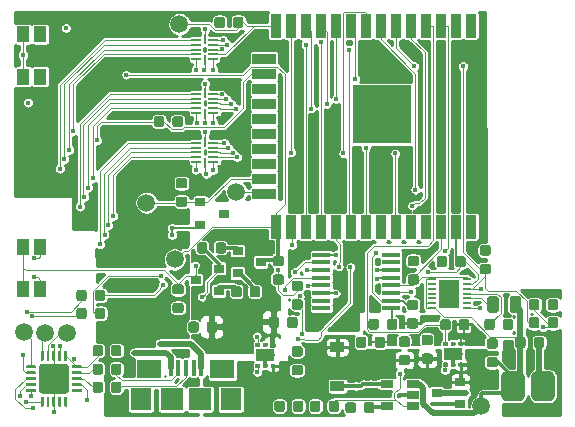
<source format=gbr>
G04 #@! TF.GenerationSoftware,KiCad,Pcbnew,(5.1.5)-3*
G04 #@! TF.CreationDate,2020-05-04T14:09:14-04:00*
G04 #@! TF.ProjectId,SmartWatch V4,536d6172-7457-4617-9463-682056342e6b,rev?*
G04 #@! TF.SameCoordinates,Original*
G04 #@! TF.FileFunction,Copper,L1,Top*
G04 #@! TF.FilePolarity,Positive*
%FSLAX46Y46*%
G04 Gerber Fmt 4.6, Leading zero omitted, Abs format (unit mm)*
G04 Created by KiCad (PCBNEW (5.1.5)-3) date 2020-05-04 14:09:14*
%MOMM*%
%LPD*%
G04 APERTURE LIST*
%ADD10R,1.803400X2.387600*%
%ADD11R,0.711200X0.152400*%
%ADD12C,0.100000*%
%ADD13R,1.500000X0.450000*%
%ADD14R,0.254000X0.863600*%
%ADD15R,0.863600X0.254000*%
%ADD16R,0.900000X2.000000*%
%ADD17R,2.000000X0.900000*%
%ADD18R,5.000000X5.000000*%
%ADD19R,1.060000X0.650000*%
%ADD20C,0.500000*%
%ADD21R,1.600000X1.000000*%
%ADD22R,1.050000X1.400000*%
%ADD23R,0.900000X0.800000*%
%ADD24C,1.500000*%
%ADD25R,0.400000X1.350000*%
%ADD26R,2.100000X1.600000*%
%ADD27R,1.800000X1.900000*%
%ADD28R,1.900000X1.900000*%
%ADD29R,1.200000X0.900000*%
%ADD30C,0.450000*%
%ADD31C,0.130000*%
%ADD32C,0.300000*%
%ADD33C,0.500000*%
%ADD34C,0.120000*%
%ADD35C,0.200000*%
%ADD36C,0.254000*%
%ADD37C,0.150000*%
G04 APERTURE END LIST*
D10*
X160274000Y-86563200D03*
D11*
X161772600Y-85363200D03*
X161772600Y-85763199D03*
X161772600Y-86163201D03*
X161772600Y-86563200D03*
X161772600Y-86963199D03*
X161772600Y-87363201D03*
X161772600Y-87763200D03*
X158775400Y-87763200D03*
X158775400Y-87363201D03*
X158775400Y-86963199D03*
X158775400Y-86563200D03*
X158775400Y-86163201D03*
X158775400Y-85763199D03*
X158775400Y-85363200D03*
G04 #@! TA.AperFunction,SMDPad,CuDef*
D12*
G36*
X164254642Y-86778774D02*
G01*
X164278303Y-86782284D01*
X164301507Y-86788096D01*
X164324029Y-86796154D01*
X164345653Y-86806382D01*
X164366170Y-86818679D01*
X164385383Y-86832929D01*
X164403107Y-86848993D01*
X164419171Y-86866717D01*
X164433421Y-86885930D01*
X164445718Y-86906447D01*
X164455946Y-86928071D01*
X164464004Y-86950593D01*
X164469816Y-86973797D01*
X164473326Y-86997458D01*
X164474500Y-87021350D01*
X164474500Y-87933850D01*
X164473326Y-87957742D01*
X164469816Y-87981403D01*
X164464004Y-88004607D01*
X164455946Y-88027129D01*
X164445718Y-88048753D01*
X164433421Y-88069270D01*
X164419171Y-88088483D01*
X164403107Y-88106207D01*
X164385383Y-88122271D01*
X164366170Y-88136521D01*
X164345653Y-88148818D01*
X164324029Y-88159046D01*
X164301507Y-88167104D01*
X164278303Y-88172916D01*
X164254642Y-88176426D01*
X164230750Y-88177600D01*
X163743250Y-88177600D01*
X163719358Y-88176426D01*
X163695697Y-88172916D01*
X163672493Y-88167104D01*
X163649971Y-88159046D01*
X163628347Y-88148818D01*
X163607830Y-88136521D01*
X163588617Y-88122271D01*
X163570893Y-88106207D01*
X163554829Y-88088483D01*
X163540579Y-88069270D01*
X163528282Y-88048753D01*
X163518054Y-88027129D01*
X163509996Y-88004607D01*
X163504184Y-87981403D01*
X163500674Y-87957742D01*
X163499500Y-87933850D01*
X163499500Y-87021350D01*
X163500674Y-86997458D01*
X163504184Y-86973797D01*
X163509996Y-86950593D01*
X163518054Y-86928071D01*
X163528282Y-86906447D01*
X163540579Y-86885930D01*
X163554829Y-86866717D01*
X163570893Y-86848993D01*
X163588617Y-86832929D01*
X163607830Y-86818679D01*
X163628347Y-86806382D01*
X163649971Y-86796154D01*
X163672493Y-86788096D01*
X163695697Y-86782284D01*
X163719358Y-86778774D01*
X163743250Y-86777600D01*
X164230750Y-86777600D01*
X164254642Y-86778774D01*
G37*
G04 #@! TD.AperFunction*
G04 #@! TA.AperFunction,SMDPad,CuDef*
G36*
X166129642Y-86778774D02*
G01*
X166153303Y-86782284D01*
X166176507Y-86788096D01*
X166199029Y-86796154D01*
X166220653Y-86806382D01*
X166241170Y-86818679D01*
X166260383Y-86832929D01*
X166278107Y-86848993D01*
X166294171Y-86866717D01*
X166308421Y-86885930D01*
X166320718Y-86906447D01*
X166330946Y-86928071D01*
X166339004Y-86950593D01*
X166344816Y-86973797D01*
X166348326Y-86997458D01*
X166349500Y-87021350D01*
X166349500Y-87933850D01*
X166348326Y-87957742D01*
X166344816Y-87981403D01*
X166339004Y-88004607D01*
X166330946Y-88027129D01*
X166320718Y-88048753D01*
X166308421Y-88069270D01*
X166294171Y-88088483D01*
X166278107Y-88106207D01*
X166260383Y-88122271D01*
X166241170Y-88136521D01*
X166220653Y-88148818D01*
X166199029Y-88159046D01*
X166176507Y-88167104D01*
X166153303Y-88172916D01*
X166129642Y-88176426D01*
X166105750Y-88177600D01*
X165618250Y-88177600D01*
X165594358Y-88176426D01*
X165570697Y-88172916D01*
X165547493Y-88167104D01*
X165524971Y-88159046D01*
X165503347Y-88148818D01*
X165482830Y-88136521D01*
X165463617Y-88122271D01*
X165445893Y-88106207D01*
X165429829Y-88088483D01*
X165415579Y-88069270D01*
X165403282Y-88048753D01*
X165393054Y-88027129D01*
X165384996Y-88004607D01*
X165379184Y-87981403D01*
X165375674Y-87957742D01*
X165374500Y-87933850D01*
X165374500Y-87021350D01*
X165375674Y-86997458D01*
X165379184Y-86973797D01*
X165384996Y-86950593D01*
X165393054Y-86928071D01*
X165403282Y-86906447D01*
X165415579Y-86885930D01*
X165429829Y-86866717D01*
X165445893Y-86848993D01*
X165463617Y-86832929D01*
X165482830Y-86818679D01*
X165503347Y-86806382D01*
X165524971Y-86796154D01*
X165547493Y-86788096D01*
X165570697Y-86782284D01*
X165594358Y-86778774D01*
X165618250Y-86777600D01*
X166105750Y-86777600D01*
X166129642Y-86778774D01*
G37*
G04 #@! TD.AperFunction*
G04 #@! TA.AperFunction,SMDPad,CuDef*
G36*
X165492591Y-88705453D02*
G01*
X165513826Y-88708603D01*
X165534650Y-88713819D01*
X165554862Y-88721051D01*
X165574268Y-88730230D01*
X165592681Y-88741266D01*
X165609924Y-88754054D01*
X165625830Y-88768470D01*
X165640246Y-88784376D01*
X165653034Y-88801619D01*
X165664070Y-88820032D01*
X165673249Y-88839438D01*
X165680481Y-88859650D01*
X165685697Y-88880474D01*
X165688847Y-88901709D01*
X165689900Y-88923150D01*
X165689900Y-89435650D01*
X165688847Y-89457091D01*
X165685697Y-89478326D01*
X165680481Y-89499150D01*
X165673249Y-89519362D01*
X165664070Y-89538768D01*
X165653034Y-89557181D01*
X165640246Y-89574424D01*
X165625830Y-89590330D01*
X165609924Y-89604746D01*
X165592681Y-89617534D01*
X165574268Y-89628570D01*
X165554862Y-89637749D01*
X165534650Y-89644981D01*
X165513826Y-89650197D01*
X165492591Y-89653347D01*
X165471150Y-89654400D01*
X165033650Y-89654400D01*
X165012209Y-89653347D01*
X164990974Y-89650197D01*
X164970150Y-89644981D01*
X164949938Y-89637749D01*
X164930532Y-89628570D01*
X164912119Y-89617534D01*
X164894876Y-89604746D01*
X164878970Y-89590330D01*
X164864554Y-89574424D01*
X164851766Y-89557181D01*
X164840730Y-89538768D01*
X164831551Y-89519362D01*
X164824319Y-89499150D01*
X164819103Y-89478326D01*
X164815953Y-89457091D01*
X164814900Y-89435650D01*
X164814900Y-88923150D01*
X164815953Y-88901709D01*
X164819103Y-88880474D01*
X164824319Y-88859650D01*
X164831551Y-88839438D01*
X164840730Y-88820032D01*
X164851766Y-88801619D01*
X164864554Y-88784376D01*
X164878970Y-88768470D01*
X164894876Y-88754054D01*
X164912119Y-88741266D01*
X164930532Y-88730230D01*
X164949938Y-88721051D01*
X164970150Y-88713819D01*
X164990974Y-88708603D01*
X165012209Y-88705453D01*
X165033650Y-88704400D01*
X165471150Y-88704400D01*
X165492591Y-88705453D01*
G37*
G04 #@! TD.AperFunction*
G04 #@! TA.AperFunction,SMDPad,CuDef*
G36*
X163917591Y-88705453D02*
G01*
X163938826Y-88708603D01*
X163959650Y-88713819D01*
X163979862Y-88721051D01*
X163999268Y-88730230D01*
X164017681Y-88741266D01*
X164034924Y-88754054D01*
X164050830Y-88768470D01*
X164065246Y-88784376D01*
X164078034Y-88801619D01*
X164089070Y-88820032D01*
X164098249Y-88839438D01*
X164105481Y-88859650D01*
X164110697Y-88880474D01*
X164113847Y-88901709D01*
X164114900Y-88923150D01*
X164114900Y-89435650D01*
X164113847Y-89457091D01*
X164110697Y-89478326D01*
X164105481Y-89499150D01*
X164098249Y-89519362D01*
X164089070Y-89538768D01*
X164078034Y-89557181D01*
X164065246Y-89574424D01*
X164050830Y-89590330D01*
X164034924Y-89604746D01*
X164017681Y-89617534D01*
X163999268Y-89628570D01*
X163979862Y-89637749D01*
X163959650Y-89644981D01*
X163938826Y-89650197D01*
X163917591Y-89653347D01*
X163896150Y-89654400D01*
X163458650Y-89654400D01*
X163437209Y-89653347D01*
X163415974Y-89650197D01*
X163395150Y-89644981D01*
X163374938Y-89637749D01*
X163355532Y-89628570D01*
X163337119Y-89617534D01*
X163319876Y-89604746D01*
X163303970Y-89590330D01*
X163289554Y-89574424D01*
X163276766Y-89557181D01*
X163265730Y-89538768D01*
X163256551Y-89519362D01*
X163249319Y-89499150D01*
X163244103Y-89478326D01*
X163240953Y-89457091D01*
X163239900Y-89435650D01*
X163239900Y-88923150D01*
X163240953Y-88901709D01*
X163244103Y-88880474D01*
X163249319Y-88859650D01*
X163256551Y-88839438D01*
X163265730Y-88820032D01*
X163276766Y-88801619D01*
X163289554Y-88784376D01*
X163303970Y-88768470D01*
X163319876Y-88754054D01*
X163337119Y-88741266D01*
X163355532Y-88730230D01*
X163374938Y-88721051D01*
X163395150Y-88713819D01*
X163415974Y-88708603D01*
X163437209Y-88705453D01*
X163458650Y-88704400D01*
X163896150Y-88704400D01*
X163917591Y-88705453D01*
G37*
G04 #@! TD.AperFunction*
G04 #@! TA.AperFunction,SMDPad,CuDef*
G36*
X130745191Y-92490053D02*
G01*
X130766426Y-92493203D01*
X130787250Y-92498419D01*
X130807462Y-92505651D01*
X130826868Y-92514830D01*
X130845281Y-92525866D01*
X130862524Y-92538654D01*
X130878430Y-92553070D01*
X130892846Y-92568976D01*
X130905634Y-92586219D01*
X130916670Y-92604632D01*
X130925849Y-92624038D01*
X130933081Y-92644250D01*
X130938297Y-92665074D01*
X130941447Y-92686309D01*
X130942500Y-92707750D01*
X130942500Y-93220250D01*
X130941447Y-93241691D01*
X130938297Y-93262926D01*
X130933081Y-93283750D01*
X130925849Y-93303962D01*
X130916670Y-93323368D01*
X130905634Y-93341781D01*
X130892846Y-93359024D01*
X130878430Y-93374930D01*
X130862524Y-93389346D01*
X130845281Y-93402134D01*
X130826868Y-93413170D01*
X130807462Y-93422349D01*
X130787250Y-93429581D01*
X130766426Y-93434797D01*
X130745191Y-93437947D01*
X130723750Y-93439000D01*
X130286250Y-93439000D01*
X130264809Y-93437947D01*
X130243574Y-93434797D01*
X130222750Y-93429581D01*
X130202538Y-93422349D01*
X130183132Y-93413170D01*
X130164719Y-93402134D01*
X130147476Y-93389346D01*
X130131570Y-93374930D01*
X130117154Y-93359024D01*
X130104366Y-93341781D01*
X130093330Y-93323368D01*
X130084151Y-93303962D01*
X130076919Y-93283750D01*
X130071703Y-93262926D01*
X130068553Y-93241691D01*
X130067500Y-93220250D01*
X130067500Y-92707750D01*
X130068553Y-92686309D01*
X130071703Y-92665074D01*
X130076919Y-92644250D01*
X130084151Y-92624038D01*
X130093330Y-92604632D01*
X130104366Y-92586219D01*
X130117154Y-92568976D01*
X130131570Y-92553070D01*
X130147476Y-92538654D01*
X130164719Y-92525866D01*
X130183132Y-92514830D01*
X130202538Y-92505651D01*
X130222750Y-92498419D01*
X130243574Y-92493203D01*
X130264809Y-92490053D01*
X130286250Y-92489000D01*
X130723750Y-92489000D01*
X130745191Y-92490053D01*
G37*
G04 #@! TD.AperFunction*
G04 #@! TA.AperFunction,SMDPad,CuDef*
G36*
X132320191Y-92490053D02*
G01*
X132341426Y-92493203D01*
X132362250Y-92498419D01*
X132382462Y-92505651D01*
X132401868Y-92514830D01*
X132420281Y-92525866D01*
X132437524Y-92538654D01*
X132453430Y-92553070D01*
X132467846Y-92568976D01*
X132480634Y-92586219D01*
X132491670Y-92604632D01*
X132500849Y-92624038D01*
X132508081Y-92644250D01*
X132513297Y-92665074D01*
X132516447Y-92686309D01*
X132517500Y-92707750D01*
X132517500Y-93220250D01*
X132516447Y-93241691D01*
X132513297Y-93262926D01*
X132508081Y-93283750D01*
X132500849Y-93303962D01*
X132491670Y-93323368D01*
X132480634Y-93341781D01*
X132467846Y-93359024D01*
X132453430Y-93374930D01*
X132437524Y-93389346D01*
X132420281Y-93402134D01*
X132401868Y-93413170D01*
X132382462Y-93422349D01*
X132362250Y-93429581D01*
X132341426Y-93434797D01*
X132320191Y-93437947D01*
X132298750Y-93439000D01*
X131861250Y-93439000D01*
X131839809Y-93437947D01*
X131818574Y-93434797D01*
X131797750Y-93429581D01*
X131777538Y-93422349D01*
X131758132Y-93413170D01*
X131739719Y-93402134D01*
X131722476Y-93389346D01*
X131706570Y-93374930D01*
X131692154Y-93359024D01*
X131679366Y-93341781D01*
X131668330Y-93323368D01*
X131659151Y-93303962D01*
X131651919Y-93283750D01*
X131646703Y-93262926D01*
X131643553Y-93241691D01*
X131642500Y-93220250D01*
X131642500Y-92707750D01*
X131643553Y-92686309D01*
X131646703Y-92665074D01*
X131651919Y-92644250D01*
X131659151Y-92624038D01*
X131668330Y-92604632D01*
X131679366Y-92586219D01*
X131692154Y-92568976D01*
X131706570Y-92553070D01*
X131722476Y-92538654D01*
X131739719Y-92525866D01*
X131758132Y-92514830D01*
X131777538Y-92505651D01*
X131797750Y-92498419D01*
X131818574Y-92493203D01*
X131839809Y-92490053D01*
X131861250Y-92489000D01*
X132298750Y-92489000D01*
X132320191Y-92490053D01*
G37*
G04 #@! TD.AperFunction*
G04 #@! TA.AperFunction,SMDPad,CuDef*
G36*
X130745191Y-94014053D02*
G01*
X130766426Y-94017203D01*
X130787250Y-94022419D01*
X130807462Y-94029651D01*
X130826868Y-94038830D01*
X130845281Y-94049866D01*
X130862524Y-94062654D01*
X130878430Y-94077070D01*
X130892846Y-94092976D01*
X130905634Y-94110219D01*
X130916670Y-94128632D01*
X130925849Y-94148038D01*
X130933081Y-94168250D01*
X130938297Y-94189074D01*
X130941447Y-94210309D01*
X130942500Y-94231750D01*
X130942500Y-94744250D01*
X130941447Y-94765691D01*
X130938297Y-94786926D01*
X130933081Y-94807750D01*
X130925849Y-94827962D01*
X130916670Y-94847368D01*
X130905634Y-94865781D01*
X130892846Y-94883024D01*
X130878430Y-94898930D01*
X130862524Y-94913346D01*
X130845281Y-94926134D01*
X130826868Y-94937170D01*
X130807462Y-94946349D01*
X130787250Y-94953581D01*
X130766426Y-94958797D01*
X130745191Y-94961947D01*
X130723750Y-94963000D01*
X130286250Y-94963000D01*
X130264809Y-94961947D01*
X130243574Y-94958797D01*
X130222750Y-94953581D01*
X130202538Y-94946349D01*
X130183132Y-94937170D01*
X130164719Y-94926134D01*
X130147476Y-94913346D01*
X130131570Y-94898930D01*
X130117154Y-94883024D01*
X130104366Y-94865781D01*
X130093330Y-94847368D01*
X130084151Y-94827962D01*
X130076919Y-94807750D01*
X130071703Y-94786926D01*
X130068553Y-94765691D01*
X130067500Y-94744250D01*
X130067500Y-94231750D01*
X130068553Y-94210309D01*
X130071703Y-94189074D01*
X130076919Y-94168250D01*
X130084151Y-94148038D01*
X130093330Y-94128632D01*
X130104366Y-94110219D01*
X130117154Y-94092976D01*
X130131570Y-94077070D01*
X130147476Y-94062654D01*
X130164719Y-94049866D01*
X130183132Y-94038830D01*
X130202538Y-94029651D01*
X130222750Y-94022419D01*
X130243574Y-94017203D01*
X130264809Y-94014053D01*
X130286250Y-94013000D01*
X130723750Y-94013000D01*
X130745191Y-94014053D01*
G37*
G04 #@! TD.AperFunction*
G04 #@! TA.AperFunction,SMDPad,CuDef*
G36*
X132320191Y-94014053D02*
G01*
X132341426Y-94017203D01*
X132362250Y-94022419D01*
X132382462Y-94029651D01*
X132401868Y-94038830D01*
X132420281Y-94049866D01*
X132437524Y-94062654D01*
X132453430Y-94077070D01*
X132467846Y-94092976D01*
X132480634Y-94110219D01*
X132491670Y-94128632D01*
X132500849Y-94148038D01*
X132508081Y-94168250D01*
X132513297Y-94189074D01*
X132516447Y-94210309D01*
X132517500Y-94231750D01*
X132517500Y-94744250D01*
X132516447Y-94765691D01*
X132513297Y-94786926D01*
X132508081Y-94807750D01*
X132500849Y-94827962D01*
X132491670Y-94847368D01*
X132480634Y-94865781D01*
X132467846Y-94883024D01*
X132453430Y-94898930D01*
X132437524Y-94913346D01*
X132420281Y-94926134D01*
X132401868Y-94937170D01*
X132382462Y-94946349D01*
X132362250Y-94953581D01*
X132341426Y-94958797D01*
X132320191Y-94961947D01*
X132298750Y-94963000D01*
X131861250Y-94963000D01*
X131839809Y-94961947D01*
X131818574Y-94958797D01*
X131797750Y-94953581D01*
X131777538Y-94946349D01*
X131758132Y-94937170D01*
X131739719Y-94926134D01*
X131722476Y-94913346D01*
X131706570Y-94898930D01*
X131692154Y-94883024D01*
X131679366Y-94865781D01*
X131668330Y-94847368D01*
X131659151Y-94827962D01*
X131651919Y-94807750D01*
X131646703Y-94786926D01*
X131643553Y-94765691D01*
X131642500Y-94744250D01*
X131642500Y-94231750D01*
X131643553Y-94210309D01*
X131646703Y-94189074D01*
X131651919Y-94168250D01*
X131659151Y-94148038D01*
X131668330Y-94128632D01*
X131679366Y-94110219D01*
X131692154Y-94092976D01*
X131706570Y-94077070D01*
X131722476Y-94062654D01*
X131739719Y-94049866D01*
X131758132Y-94038830D01*
X131777538Y-94029651D01*
X131797750Y-94022419D01*
X131818574Y-94017203D01*
X131839809Y-94014053D01*
X131861250Y-94013000D01*
X132298750Y-94013000D01*
X132320191Y-94014053D01*
G37*
G04 #@! TD.AperFunction*
G04 #@! TA.AperFunction,SMDPad,CuDef*
G36*
X125215426Y-94652101D02*
G01*
X125221493Y-94653001D01*
X125227443Y-94654491D01*
X125233218Y-94656558D01*
X125238762Y-94659180D01*
X125244023Y-94662333D01*
X125248950Y-94665987D01*
X125253494Y-94670106D01*
X125257613Y-94674650D01*
X125261267Y-94679577D01*
X125264420Y-94684838D01*
X125267042Y-94690382D01*
X125269109Y-94696157D01*
X125270599Y-94702107D01*
X125271499Y-94708174D01*
X125271800Y-94714300D01*
X125271800Y-94839300D01*
X125271499Y-94845426D01*
X125270599Y-94851493D01*
X125269109Y-94857443D01*
X125267042Y-94863218D01*
X125264420Y-94868762D01*
X125261267Y-94874023D01*
X125257613Y-94878950D01*
X125253494Y-94883494D01*
X125248950Y-94887613D01*
X125244023Y-94891267D01*
X125238762Y-94894420D01*
X125233218Y-94897042D01*
X125227443Y-94899109D01*
X125221493Y-94900599D01*
X125215426Y-94901499D01*
X125209300Y-94901800D01*
X124509300Y-94901800D01*
X124503174Y-94901499D01*
X124497107Y-94900599D01*
X124491157Y-94899109D01*
X124485382Y-94897042D01*
X124479838Y-94894420D01*
X124474577Y-94891267D01*
X124469650Y-94887613D01*
X124465106Y-94883494D01*
X124460987Y-94878950D01*
X124457333Y-94874023D01*
X124454180Y-94868762D01*
X124451558Y-94863218D01*
X124449491Y-94857443D01*
X124448001Y-94851493D01*
X124447101Y-94845426D01*
X124446800Y-94839300D01*
X124446800Y-94714300D01*
X124447101Y-94708174D01*
X124448001Y-94702107D01*
X124449491Y-94696157D01*
X124451558Y-94690382D01*
X124454180Y-94684838D01*
X124457333Y-94679577D01*
X124460987Y-94674650D01*
X124465106Y-94670106D01*
X124469650Y-94665987D01*
X124474577Y-94662333D01*
X124479838Y-94659180D01*
X124485382Y-94656558D01*
X124491157Y-94654491D01*
X124497107Y-94653001D01*
X124503174Y-94652101D01*
X124509300Y-94651800D01*
X125209300Y-94651800D01*
X125215426Y-94652101D01*
G37*
G04 #@! TD.AperFunction*
G04 #@! TA.AperFunction,SMDPad,CuDef*
G36*
X125215426Y-94152101D02*
G01*
X125221493Y-94153001D01*
X125227443Y-94154491D01*
X125233218Y-94156558D01*
X125238762Y-94159180D01*
X125244023Y-94162333D01*
X125248950Y-94165987D01*
X125253494Y-94170106D01*
X125257613Y-94174650D01*
X125261267Y-94179577D01*
X125264420Y-94184838D01*
X125267042Y-94190382D01*
X125269109Y-94196157D01*
X125270599Y-94202107D01*
X125271499Y-94208174D01*
X125271800Y-94214300D01*
X125271800Y-94339300D01*
X125271499Y-94345426D01*
X125270599Y-94351493D01*
X125269109Y-94357443D01*
X125267042Y-94363218D01*
X125264420Y-94368762D01*
X125261267Y-94374023D01*
X125257613Y-94378950D01*
X125253494Y-94383494D01*
X125248950Y-94387613D01*
X125244023Y-94391267D01*
X125238762Y-94394420D01*
X125233218Y-94397042D01*
X125227443Y-94399109D01*
X125221493Y-94400599D01*
X125215426Y-94401499D01*
X125209300Y-94401800D01*
X124509300Y-94401800D01*
X124503174Y-94401499D01*
X124497107Y-94400599D01*
X124491157Y-94399109D01*
X124485382Y-94397042D01*
X124479838Y-94394420D01*
X124474577Y-94391267D01*
X124469650Y-94387613D01*
X124465106Y-94383494D01*
X124460987Y-94378950D01*
X124457333Y-94374023D01*
X124454180Y-94368762D01*
X124451558Y-94363218D01*
X124449491Y-94357443D01*
X124448001Y-94351493D01*
X124447101Y-94345426D01*
X124446800Y-94339300D01*
X124446800Y-94214300D01*
X124447101Y-94208174D01*
X124448001Y-94202107D01*
X124449491Y-94196157D01*
X124451558Y-94190382D01*
X124454180Y-94184838D01*
X124457333Y-94179577D01*
X124460987Y-94174650D01*
X124465106Y-94170106D01*
X124469650Y-94165987D01*
X124474577Y-94162333D01*
X124479838Y-94159180D01*
X124485382Y-94156558D01*
X124491157Y-94154491D01*
X124497107Y-94153001D01*
X124503174Y-94152101D01*
X124509300Y-94151800D01*
X125209300Y-94151800D01*
X125215426Y-94152101D01*
G37*
G04 #@! TD.AperFunction*
G04 #@! TA.AperFunction,SMDPad,CuDef*
G36*
X125215426Y-93652101D02*
G01*
X125221493Y-93653001D01*
X125227443Y-93654491D01*
X125233218Y-93656558D01*
X125238762Y-93659180D01*
X125244023Y-93662333D01*
X125248950Y-93665987D01*
X125253494Y-93670106D01*
X125257613Y-93674650D01*
X125261267Y-93679577D01*
X125264420Y-93684838D01*
X125267042Y-93690382D01*
X125269109Y-93696157D01*
X125270599Y-93702107D01*
X125271499Y-93708174D01*
X125271800Y-93714300D01*
X125271800Y-93839300D01*
X125271499Y-93845426D01*
X125270599Y-93851493D01*
X125269109Y-93857443D01*
X125267042Y-93863218D01*
X125264420Y-93868762D01*
X125261267Y-93874023D01*
X125257613Y-93878950D01*
X125253494Y-93883494D01*
X125248950Y-93887613D01*
X125244023Y-93891267D01*
X125238762Y-93894420D01*
X125233218Y-93897042D01*
X125227443Y-93899109D01*
X125221493Y-93900599D01*
X125215426Y-93901499D01*
X125209300Y-93901800D01*
X124509300Y-93901800D01*
X124503174Y-93901499D01*
X124497107Y-93900599D01*
X124491157Y-93899109D01*
X124485382Y-93897042D01*
X124479838Y-93894420D01*
X124474577Y-93891267D01*
X124469650Y-93887613D01*
X124465106Y-93883494D01*
X124460987Y-93878950D01*
X124457333Y-93874023D01*
X124454180Y-93868762D01*
X124451558Y-93863218D01*
X124449491Y-93857443D01*
X124448001Y-93851493D01*
X124447101Y-93845426D01*
X124446800Y-93839300D01*
X124446800Y-93714300D01*
X124447101Y-93708174D01*
X124448001Y-93702107D01*
X124449491Y-93696157D01*
X124451558Y-93690382D01*
X124454180Y-93684838D01*
X124457333Y-93679577D01*
X124460987Y-93674650D01*
X124465106Y-93670106D01*
X124469650Y-93665987D01*
X124474577Y-93662333D01*
X124479838Y-93659180D01*
X124485382Y-93656558D01*
X124491157Y-93654491D01*
X124497107Y-93653001D01*
X124503174Y-93652101D01*
X124509300Y-93651800D01*
X125209300Y-93651800D01*
X125215426Y-93652101D01*
G37*
G04 #@! TD.AperFunction*
G04 #@! TA.AperFunction,SMDPad,CuDef*
G36*
X125215426Y-93152101D02*
G01*
X125221493Y-93153001D01*
X125227443Y-93154491D01*
X125233218Y-93156558D01*
X125238762Y-93159180D01*
X125244023Y-93162333D01*
X125248950Y-93165987D01*
X125253494Y-93170106D01*
X125257613Y-93174650D01*
X125261267Y-93179577D01*
X125264420Y-93184838D01*
X125267042Y-93190382D01*
X125269109Y-93196157D01*
X125270599Y-93202107D01*
X125271499Y-93208174D01*
X125271800Y-93214300D01*
X125271800Y-93339300D01*
X125271499Y-93345426D01*
X125270599Y-93351493D01*
X125269109Y-93357443D01*
X125267042Y-93363218D01*
X125264420Y-93368762D01*
X125261267Y-93374023D01*
X125257613Y-93378950D01*
X125253494Y-93383494D01*
X125248950Y-93387613D01*
X125244023Y-93391267D01*
X125238762Y-93394420D01*
X125233218Y-93397042D01*
X125227443Y-93399109D01*
X125221493Y-93400599D01*
X125215426Y-93401499D01*
X125209300Y-93401800D01*
X124509300Y-93401800D01*
X124503174Y-93401499D01*
X124497107Y-93400599D01*
X124491157Y-93399109D01*
X124485382Y-93397042D01*
X124479838Y-93394420D01*
X124474577Y-93391267D01*
X124469650Y-93387613D01*
X124465106Y-93383494D01*
X124460987Y-93378950D01*
X124457333Y-93374023D01*
X124454180Y-93368762D01*
X124451558Y-93363218D01*
X124449491Y-93357443D01*
X124448001Y-93351493D01*
X124447101Y-93345426D01*
X124446800Y-93339300D01*
X124446800Y-93214300D01*
X124447101Y-93208174D01*
X124448001Y-93202107D01*
X124449491Y-93196157D01*
X124451558Y-93190382D01*
X124454180Y-93184838D01*
X124457333Y-93179577D01*
X124460987Y-93174650D01*
X124465106Y-93170106D01*
X124469650Y-93165987D01*
X124474577Y-93162333D01*
X124479838Y-93159180D01*
X124485382Y-93156558D01*
X124491157Y-93154491D01*
X124497107Y-93153001D01*
X124503174Y-93152101D01*
X124509300Y-93151800D01*
X125209300Y-93151800D01*
X125215426Y-93152101D01*
G37*
G04 #@! TD.AperFunction*
G04 #@! TA.AperFunction,SMDPad,CuDef*
G36*
X125215426Y-92652101D02*
G01*
X125221493Y-92653001D01*
X125227443Y-92654491D01*
X125233218Y-92656558D01*
X125238762Y-92659180D01*
X125244023Y-92662333D01*
X125248950Y-92665987D01*
X125253494Y-92670106D01*
X125257613Y-92674650D01*
X125261267Y-92679577D01*
X125264420Y-92684838D01*
X125267042Y-92690382D01*
X125269109Y-92696157D01*
X125270599Y-92702107D01*
X125271499Y-92708174D01*
X125271800Y-92714300D01*
X125271800Y-92839300D01*
X125271499Y-92845426D01*
X125270599Y-92851493D01*
X125269109Y-92857443D01*
X125267042Y-92863218D01*
X125264420Y-92868762D01*
X125261267Y-92874023D01*
X125257613Y-92878950D01*
X125253494Y-92883494D01*
X125248950Y-92887613D01*
X125244023Y-92891267D01*
X125238762Y-92894420D01*
X125233218Y-92897042D01*
X125227443Y-92899109D01*
X125221493Y-92900599D01*
X125215426Y-92901499D01*
X125209300Y-92901800D01*
X124509300Y-92901800D01*
X124503174Y-92901499D01*
X124497107Y-92900599D01*
X124491157Y-92899109D01*
X124485382Y-92897042D01*
X124479838Y-92894420D01*
X124474577Y-92891267D01*
X124469650Y-92887613D01*
X124465106Y-92883494D01*
X124460987Y-92878950D01*
X124457333Y-92874023D01*
X124454180Y-92868762D01*
X124451558Y-92863218D01*
X124449491Y-92857443D01*
X124448001Y-92851493D01*
X124447101Y-92845426D01*
X124446800Y-92839300D01*
X124446800Y-92714300D01*
X124447101Y-92708174D01*
X124448001Y-92702107D01*
X124449491Y-92696157D01*
X124451558Y-92690382D01*
X124454180Y-92684838D01*
X124457333Y-92679577D01*
X124460987Y-92674650D01*
X124465106Y-92670106D01*
X124469650Y-92665987D01*
X124474577Y-92662333D01*
X124479838Y-92659180D01*
X124485382Y-92656558D01*
X124491157Y-92654491D01*
X124497107Y-92653001D01*
X124503174Y-92652101D01*
X124509300Y-92651800D01*
X125209300Y-92651800D01*
X125215426Y-92652101D01*
G37*
G04 #@! TD.AperFunction*
G04 #@! TA.AperFunction,SMDPad,CuDef*
G36*
X125865426Y-91427101D02*
G01*
X125871493Y-91428001D01*
X125877443Y-91429491D01*
X125883218Y-91431558D01*
X125888762Y-91434180D01*
X125894023Y-91437333D01*
X125898950Y-91440987D01*
X125903494Y-91445106D01*
X125907613Y-91449650D01*
X125911267Y-91454577D01*
X125914420Y-91459838D01*
X125917042Y-91465382D01*
X125919109Y-91471157D01*
X125920599Y-91477107D01*
X125921499Y-91483174D01*
X125921800Y-91489300D01*
X125921800Y-92189300D01*
X125921499Y-92195426D01*
X125920599Y-92201493D01*
X125919109Y-92207443D01*
X125917042Y-92213218D01*
X125914420Y-92218762D01*
X125911267Y-92224023D01*
X125907613Y-92228950D01*
X125903494Y-92233494D01*
X125898950Y-92237613D01*
X125894023Y-92241267D01*
X125888762Y-92244420D01*
X125883218Y-92247042D01*
X125877443Y-92249109D01*
X125871493Y-92250599D01*
X125865426Y-92251499D01*
X125859300Y-92251800D01*
X125734300Y-92251800D01*
X125728174Y-92251499D01*
X125722107Y-92250599D01*
X125716157Y-92249109D01*
X125710382Y-92247042D01*
X125704838Y-92244420D01*
X125699577Y-92241267D01*
X125694650Y-92237613D01*
X125690106Y-92233494D01*
X125685987Y-92228950D01*
X125682333Y-92224023D01*
X125679180Y-92218762D01*
X125676558Y-92213218D01*
X125674491Y-92207443D01*
X125673001Y-92201493D01*
X125672101Y-92195426D01*
X125671800Y-92189300D01*
X125671800Y-91489300D01*
X125672101Y-91483174D01*
X125673001Y-91477107D01*
X125674491Y-91471157D01*
X125676558Y-91465382D01*
X125679180Y-91459838D01*
X125682333Y-91454577D01*
X125685987Y-91449650D01*
X125690106Y-91445106D01*
X125694650Y-91440987D01*
X125699577Y-91437333D01*
X125704838Y-91434180D01*
X125710382Y-91431558D01*
X125716157Y-91429491D01*
X125722107Y-91428001D01*
X125728174Y-91427101D01*
X125734300Y-91426800D01*
X125859300Y-91426800D01*
X125865426Y-91427101D01*
G37*
G04 #@! TD.AperFunction*
G04 #@! TA.AperFunction,SMDPad,CuDef*
G36*
X126365426Y-91427101D02*
G01*
X126371493Y-91428001D01*
X126377443Y-91429491D01*
X126383218Y-91431558D01*
X126388762Y-91434180D01*
X126394023Y-91437333D01*
X126398950Y-91440987D01*
X126403494Y-91445106D01*
X126407613Y-91449650D01*
X126411267Y-91454577D01*
X126414420Y-91459838D01*
X126417042Y-91465382D01*
X126419109Y-91471157D01*
X126420599Y-91477107D01*
X126421499Y-91483174D01*
X126421800Y-91489300D01*
X126421800Y-92189300D01*
X126421499Y-92195426D01*
X126420599Y-92201493D01*
X126419109Y-92207443D01*
X126417042Y-92213218D01*
X126414420Y-92218762D01*
X126411267Y-92224023D01*
X126407613Y-92228950D01*
X126403494Y-92233494D01*
X126398950Y-92237613D01*
X126394023Y-92241267D01*
X126388762Y-92244420D01*
X126383218Y-92247042D01*
X126377443Y-92249109D01*
X126371493Y-92250599D01*
X126365426Y-92251499D01*
X126359300Y-92251800D01*
X126234300Y-92251800D01*
X126228174Y-92251499D01*
X126222107Y-92250599D01*
X126216157Y-92249109D01*
X126210382Y-92247042D01*
X126204838Y-92244420D01*
X126199577Y-92241267D01*
X126194650Y-92237613D01*
X126190106Y-92233494D01*
X126185987Y-92228950D01*
X126182333Y-92224023D01*
X126179180Y-92218762D01*
X126176558Y-92213218D01*
X126174491Y-92207443D01*
X126173001Y-92201493D01*
X126172101Y-92195426D01*
X126171800Y-92189300D01*
X126171800Y-91489300D01*
X126172101Y-91483174D01*
X126173001Y-91477107D01*
X126174491Y-91471157D01*
X126176558Y-91465382D01*
X126179180Y-91459838D01*
X126182333Y-91454577D01*
X126185987Y-91449650D01*
X126190106Y-91445106D01*
X126194650Y-91440987D01*
X126199577Y-91437333D01*
X126204838Y-91434180D01*
X126210382Y-91431558D01*
X126216157Y-91429491D01*
X126222107Y-91428001D01*
X126228174Y-91427101D01*
X126234300Y-91426800D01*
X126359300Y-91426800D01*
X126365426Y-91427101D01*
G37*
G04 #@! TD.AperFunction*
G04 #@! TA.AperFunction,SMDPad,CuDef*
G36*
X126865426Y-91427101D02*
G01*
X126871493Y-91428001D01*
X126877443Y-91429491D01*
X126883218Y-91431558D01*
X126888762Y-91434180D01*
X126894023Y-91437333D01*
X126898950Y-91440987D01*
X126903494Y-91445106D01*
X126907613Y-91449650D01*
X126911267Y-91454577D01*
X126914420Y-91459838D01*
X126917042Y-91465382D01*
X126919109Y-91471157D01*
X126920599Y-91477107D01*
X126921499Y-91483174D01*
X126921800Y-91489300D01*
X126921800Y-92189300D01*
X126921499Y-92195426D01*
X126920599Y-92201493D01*
X126919109Y-92207443D01*
X126917042Y-92213218D01*
X126914420Y-92218762D01*
X126911267Y-92224023D01*
X126907613Y-92228950D01*
X126903494Y-92233494D01*
X126898950Y-92237613D01*
X126894023Y-92241267D01*
X126888762Y-92244420D01*
X126883218Y-92247042D01*
X126877443Y-92249109D01*
X126871493Y-92250599D01*
X126865426Y-92251499D01*
X126859300Y-92251800D01*
X126734300Y-92251800D01*
X126728174Y-92251499D01*
X126722107Y-92250599D01*
X126716157Y-92249109D01*
X126710382Y-92247042D01*
X126704838Y-92244420D01*
X126699577Y-92241267D01*
X126694650Y-92237613D01*
X126690106Y-92233494D01*
X126685987Y-92228950D01*
X126682333Y-92224023D01*
X126679180Y-92218762D01*
X126676558Y-92213218D01*
X126674491Y-92207443D01*
X126673001Y-92201493D01*
X126672101Y-92195426D01*
X126671800Y-92189300D01*
X126671800Y-91489300D01*
X126672101Y-91483174D01*
X126673001Y-91477107D01*
X126674491Y-91471157D01*
X126676558Y-91465382D01*
X126679180Y-91459838D01*
X126682333Y-91454577D01*
X126685987Y-91449650D01*
X126690106Y-91445106D01*
X126694650Y-91440987D01*
X126699577Y-91437333D01*
X126704838Y-91434180D01*
X126710382Y-91431558D01*
X126716157Y-91429491D01*
X126722107Y-91428001D01*
X126728174Y-91427101D01*
X126734300Y-91426800D01*
X126859300Y-91426800D01*
X126865426Y-91427101D01*
G37*
G04 #@! TD.AperFunction*
G04 #@! TA.AperFunction,SMDPad,CuDef*
G36*
X127365426Y-91427101D02*
G01*
X127371493Y-91428001D01*
X127377443Y-91429491D01*
X127383218Y-91431558D01*
X127388762Y-91434180D01*
X127394023Y-91437333D01*
X127398950Y-91440987D01*
X127403494Y-91445106D01*
X127407613Y-91449650D01*
X127411267Y-91454577D01*
X127414420Y-91459838D01*
X127417042Y-91465382D01*
X127419109Y-91471157D01*
X127420599Y-91477107D01*
X127421499Y-91483174D01*
X127421800Y-91489300D01*
X127421800Y-92189300D01*
X127421499Y-92195426D01*
X127420599Y-92201493D01*
X127419109Y-92207443D01*
X127417042Y-92213218D01*
X127414420Y-92218762D01*
X127411267Y-92224023D01*
X127407613Y-92228950D01*
X127403494Y-92233494D01*
X127398950Y-92237613D01*
X127394023Y-92241267D01*
X127388762Y-92244420D01*
X127383218Y-92247042D01*
X127377443Y-92249109D01*
X127371493Y-92250599D01*
X127365426Y-92251499D01*
X127359300Y-92251800D01*
X127234300Y-92251800D01*
X127228174Y-92251499D01*
X127222107Y-92250599D01*
X127216157Y-92249109D01*
X127210382Y-92247042D01*
X127204838Y-92244420D01*
X127199577Y-92241267D01*
X127194650Y-92237613D01*
X127190106Y-92233494D01*
X127185987Y-92228950D01*
X127182333Y-92224023D01*
X127179180Y-92218762D01*
X127176558Y-92213218D01*
X127174491Y-92207443D01*
X127173001Y-92201493D01*
X127172101Y-92195426D01*
X127171800Y-92189300D01*
X127171800Y-91489300D01*
X127172101Y-91483174D01*
X127173001Y-91477107D01*
X127174491Y-91471157D01*
X127176558Y-91465382D01*
X127179180Y-91459838D01*
X127182333Y-91454577D01*
X127185987Y-91449650D01*
X127190106Y-91445106D01*
X127194650Y-91440987D01*
X127199577Y-91437333D01*
X127204838Y-91434180D01*
X127210382Y-91431558D01*
X127216157Y-91429491D01*
X127222107Y-91428001D01*
X127228174Y-91427101D01*
X127234300Y-91426800D01*
X127359300Y-91426800D01*
X127365426Y-91427101D01*
G37*
G04 #@! TD.AperFunction*
G04 #@! TA.AperFunction,SMDPad,CuDef*
G36*
X127865426Y-91427101D02*
G01*
X127871493Y-91428001D01*
X127877443Y-91429491D01*
X127883218Y-91431558D01*
X127888762Y-91434180D01*
X127894023Y-91437333D01*
X127898950Y-91440987D01*
X127903494Y-91445106D01*
X127907613Y-91449650D01*
X127911267Y-91454577D01*
X127914420Y-91459838D01*
X127917042Y-91465382D01*
X127919109Y-91471157D01*
X127920599Y-91477107D01*
X127921499Y-91483174D01*
X127921800Y-91489300D01*
X127921800Y-92189300D01*
X127921499Y-92195426D01*
X127920599Y-92201493D01*
X127919109Y-92207443D01*
X127917042Y-92213218D01*
X127914420Y-92218762D01*
X127911267Y-92224023D01*
X127907613Y-92228950D01*
X127903494Y-92233494D01*
X127898950Y-92237613D01*
X127894023Y-92241267D01*
X127888762Y-92244420D01*
X127883218Y-92247042D01*
X127877443Y-92249109D01*
X127871493Y-92250599D01*
X127865426Y-92251499D01*
X127859300Y-92251800D01*
X127734300Y-92251800D01*
X127728174Y-92251499D01*
X127722107Y-92250599D01*
X127716157Y-92249109D01*
X127710382Y-92247042D01*
X127704838Y-92244420D01*
X127699577Y-92241267D01*
X127694650Y-92237613D01*
X127690106Y-92233494D01*
X127685987Y-92228950D01*
X127682333Y-92224023D01*
X127679180Y-92218762D01*
X127676558Y-92213218D01*
X127674491Y-92207443D01*
X127673001Y-92201493D01*
X127672101Y-92195426D01*
X127671800Y-92189300D01*
X127671800Y-91489300D01*
X127672101Y-91483174D01*
X127673001Y-91477107D01*
X127674491Y-91471157D01*
X127676558Y-91465382D01*
X127679180Y-91459838D01*
X127682333Y-91454577D01*
X127685987Y-91449650D01*
X127690106Y-91445106D01*
X127694650Y-91440987D01*
X127699577Y-91437333D01*
X127704838Y-91434180D01*
X127710382Y-91431558D01*
X127716157Y-91429491D01*
X127722107Y-91428001D01*
X127728174Y-91427101D01*
X127734300Y-91426800D01*
X127859300Y-91426800D01*
X127865426Y-91427101D01*
G37*
G04 #@! TD.AperFunction*
G04 #@! TA.AperFunction,SMDPad,CuDef*
G36*
X129090426Y-92652101D02*
G01*
X129096493Y-92653001D01*
X129102443Y-92654491D01*
X129108218Y-92656558D01*
X129113762Y-92659180D01*
X129119023Y-92662333D01*
X129123950Y-92665987D01*
X129128494Y-92670106D01*
X129132613Y-92674650D01*
X129136267Y-92679577D01*
X129139420Y-92684838D01*
X129142042Y-92690382D01*
X129144109Y-92696157D01*
X129145599Y-92702107D01*
X129146499Y-92708174D01*
X129146800Y-92714300D01*
X129146800Y-92839300D01*
X129146499Y-92845426D01*
X129145599Y-92851493D01*
X129144109Y-92857443D01*
X129142042Y-92863218D01*
X129139420Y-92868762D01*
X129136267Y-92874023D01*
X129132613Y-92878950D01*
X129128494Y-92883494D01*
X129123950Y-92887613D01*
X129119023Y-92891267D01*
X129113762Y-92894420D01*
X129108218Y-92897042D01*
X129102443Y-92899109D01*
X129096493Y-92900599D01*
X129090426Y-92901499D01*
X129084300Y-92901800D01*
X128384300Y-92901800D01*
X128378174Y-92901499D01*
X128372107Y-92900599D01*
X128366157Y-92899109D01*
X128360382Y-92897042D01*
X128354838Y-92894420D01*
X128349577Y-92891267D01*
X128344650Y-92887613D01*
X128340106Y-92883494D01*
X128335987Y-92878950D01*
X128332333Y-92874023D01*
X128329180Y-92868762D01*
X128326558Y-92863218D01*
X128324491Y-92857443D01*
X128323001Y-92851493D01*
X128322101Y-92845426D01*
X128321800Y-92839300D01*
X128321800Y-92714300D01*
X128322101Y-92708174D01*
X128323001Y-92702107D01*
X128324491Y-92696157D01*
X128326558Y-92690382D01*
X128329180Y-92684838D01*
X128332333Y-92679577D01*
X128335987Y-92674650D01*
X128340106Y-92670106D01*
X128344650Y-92665987D01*
X128349577Y-92662333D01*
X128354838Y-92659180D01*
X128360382Y-92656558D01*
X128366157Y-92654491D01*
X128372107Y-92653001D01*
X128378174Y-92652101D01*
X128384300Y-92651800D01*
X129084300Y-92651800D01*
X129090426Y-92652101D01*
G37*
G04 #@! TD.AperFunction*
G04 #@! TA.AperFunction,SMDPad,CuDef*
G36*
X129090426Y-93152101D02*
G01*
X129096493Y-93153001D01*
X129102443Y-93154491D01*
X129108218Y-93156558D01*
X129113762Y-93159180D01*
X129119023Y-93162333D01*
X129123950Y-93165987D01*
X129128494Y-93170106D01*
X129132613Y-93174650D01*
X129136267Y-93179577D01*
X129139420Y-93184838D01*
X129142042Y-93190382D01*
X129144109Y-93196157D01*
X129145599Y-93202107D01*
X129146499Y-93208174D01*
X129146800Y-93214300D01*
X129146800Y-93339300D01*
X129146499Y-93345426D01*
X129145599Y-93351493D01*
X129144109Y-93357443D01*
X129142042Y-93363218D01*
X129139420Y-93368762D01*
X129136267Y-93374023D01*
X129132613Y-93378950D01*
X129128494Y-93383494D01*
X129123950Y-93387613D01*
X129119023Y-93391267D01*
X129113762Y-93394420D01*
X129108218Y-93397042D01*
X129102443Y-93399109D01*
X129096493Y-93400599D01*
X129090426Y-93401499D01*
X129084300Y-93401800D01*
X128384300Y-93401800D01*
X128378174Y-93401499D01*
X128372107Y-93400599D01*
X128366157Y-93399109D01*
X128360382Y-93397042D01*
X128354838Y-93394420D01*
X128349577Y-93391267D01*
X128344650Y-93387613D01*
X128340106Y-93383494D01*
X128335987Y-93378950D01*
X128332333Y-93374023D01*
X128329180Y-93368762D01*
X128326558Y-93363218D01*
X128324491Y-93357443D01*
X128323001Y-93351493D01*
X128322101Y-93345426D01*
X128321800Y-93339300D01*
X128321800Y-93214300D01*
X128322101Y-93208174D01*
X128323001Y-93202107D01*
X128324491Y-93196157D01*
X128326558Y-93190382D01*
X128329180Y-93184838D01*
X128332333Y-93179577D01*
X128335987Y-93174650D01*
X128340106Y-93170106D01*
X128344650Y-93165987D01*
X128349577Y-93162333D01*
X128354838Y-93159180D01*
X128360382Y-93156558D01*
X128366157Y-93154491D01*
X128372107Y-93153001D01*
X128378174Y-93152101D01*
X128384300Y-93151800D01*
X129084300Y-93151800D01*
X129090426Y-93152101D01*
G37*
G04 #@! TD.AperFunction*
G04 #@! TA.AperFunction,SMDPad,CuDef*
G36*
X129090426Y-93652101D02*
G01*
X129096493Y-93653001D01*
X129102443Y-93654491D01*
X129108218Y-93656558D01*
X129113762Y-93659180D01*
X129119023Y-93662333D01*
X129123950Y-93665987D01*
X129128494Y-93670106D01*
X129132613Y-93674650D01*
X129136267Y-93679577D01*
X129139420Y-93684838D01*
X129142042Y-93690382D01*
X129144109Y-93696157D01*
X129145599Y-93702107D01*
X129146499Y-93708174D01*
X129146800Y-93714300D01*
X129146800Y-93839300D01*
X129146499Y-93845426D01*
X129145599Y-93851493D01*
X129144109Y-93857443D01*
X129142042Y-93863218D01*
X129139420Y-93868762D01*
X129136267Y-93874023D01*
X129132613Y-93878950D01*
X129128494Y-93883494D01*
X129123950Y-93887613D01*
X129119023Y-93891267D01*
X129113762Y-93894420D01*
X129108218Y-93897042D01*
X129102443Y-93899109D01*
X129096493Y-93900599D01*
X129090426Y-93901499D01*
X129084300Y-93901800D01*
X128384300Y-93901800D01*
X128378174Y-93901499D01*
X128372107Y-93900599D01*
X128366157Y-93899109D01*
X128360382Y-93897042D01*
X128354838Y-93894420D01*
X128349577Y-93891267D01*
X128344650Y-93887613D01*
X128340106Y-93883494D01*
X128335987Y-93878950D01*
X128332333Y-93874023D01*
X128329180Y-93868762D01*
X128326558Y-93863218D01*
X128324491Y-93857443D01*
X128323001Y-93851493D01*
X128322101Y-93845426D01*
X128321800Y-93839300D01*
X128321800Y-93714300D01*
X128322101Y-93708174D01*
X128323001Y-93702107D01*
X128324491Y-93696157D01*
X128326558Y-93690382D01*
X128329180Y-93684838D01*
X128332333Y-93679577D01*
X128335987Y-93674650D01*
X128340106Y-93670106D01*
X128344650Y-93665987D01*
X128349577Y-93662333D01*
X128354838Y-93659180D01*
X128360382Y-93656558D01*
X128366157Y-93654491D01*
X128372107Y-93653001D01*
X128378174Y-93652101D01*
X128384300Y-93651800D01*
X129084300Y-93651800D01*
X129090426Y-93652101D01*
G37*
G04 #@! TD.AperFunction*
G04 #@! TA.AperFunction,SMDPad,CuDef*
G36*
X129090426Y-94152101D02*
G01*
X129096493Y-94153001D01*
X129102443Y-94154491D01*
X129108218Y-94156558D01*
X129113762Y-94159180D01*
X129119023Y-94162333D01*
X129123950Y-94165987D01*
X129128494Y-94170106D01*
X129132613Y-94174650D01*
X129136267Y-94179577D01*
X129139420Y-94184838D01*
X129142042Y-94190382D01*
X129144109Y-94196157D01*
X129145599Y-94202107D01*
X129146499Y-94208174D01*
X129146800Y-94214300D01*
X129146800Y-94339300D01*
X129146499Y-94345426D01*
X129145599Y-94351493D01*
X129144109Y-94357443D01*
X129142042Y-94363218D01*
X129139420Y-94368762D01*
X129136267Y-94374023D01*
X129132613Y-94378950D01*
X129128494Y-94383494D01*
X129123950Y-94387613D01*
X129119023Y-94391267D01*
X129113762Y-94394420D01*
X129108218Y-94397042D01*
X129102443Y-94399109D01*
X129096493Y-94400599D01*
X129090426Y-94401499D01*
X129084300Y-94401800D01*
X128384300Y-94401800D01*
X128378174Y-94401499D01*
X128372107Y-94400599D01*
X128366157Y-94399109D01*
X128360382Y-94397042D01*
X128354838Y-94394420D01*
X128349577Y-94391267D01*
X128344650Y-94387613D01*
X128340106Y-94383494D01*
X128335987Y-94378950D01*
X128332333Y-94374023D01*
X128329180Y-94368762D01*
X128326558Y-94363218D01*
X128324491Y-94357443D01*
X128323001Y-94351493D01*
X128322101Y-94345426D01*
X128321800Y-94339300D01*
X128321800Y-94214300D01*
X128322101Y-94208174D01*
X128323001Y-94202107D01*
X128324491Y-94196157D01*
X128326558Y-94190382D01*
X128329180Y-94184838D01*
X128332333Y-94179577D01*
X128335987Y-94174650D01*
X128340106Y-94170106D01*
X128344650Y-94165987D01*
X128349577Y-94162333D01*
X128354838Y-94159180D01*
X128360382Y-94156558D01*
X128366157Y-94154491D01*
X128372107Y-94153001D01*
X128378174Y-94152101D01*
X128384300Y-94151800D01*
X129084300Y-94151800D01*
X129090426Y-94152101D01*
G37*
G04 #@! TD.AperFunction*
G04 #@! TA.AperFunction,SMDPad,CuDef*
G36*
X129090426Y-94652101D02*
G01*
X129096493Y-94653001D01*
X129102443Y-94654491D01*
X129108218Y-94656558D01*
X129113762Y-94659180D01*
X129119023Y-94662333D01*
X129123950Y-94665987D01*
X129128494Y-94670106D01*
X129132613Y-94674650D01*
X129136267Y-94679577D01*
X129139420Y-94684838D01*
X129142042Y-94690382D01*
X129144109Y-94696157D01*
X129145599Y-94702107D01*
X129146499Y-94708174D01*
X129146800Y-94714300D01*
X129146800Y-94839300D01*
X129146499Y-94845426D01*
X129145599Y-94851493D01*
X129144109Y-94857443D01*
X129142042Y-94863218D01*
X129139420Y-94868762D01*
X129136267Y-94874023D01*
X129132613Y-94878950D01*
X129128494Y-94883494D01*
X129123950Y-94887613D01*
X129119023Y-94891267D01*
X129113762Y-94894420D01*
X129108218Y-94897042D01*
X129102443Y-94899109D01*
X129096493Y-94900599D01*
X129090426Y-94901499D01*
X129084300Y-94901800D01*
X128384300Y-94901800D01*
X128378174Y-94901499D01*
X128372107Y-94900599D01*
X128366157Y-94899109D01*
X128360382Y-94897042D01*
X128354838Y-94894420D01*
X128349577Y-94891267D01*
X128344650Y-94887613D01*
X128340106Y-94883494D01*
X128335987Y-94878950D01*
X128332333Y-94874023D01*
X128329180Y-94868762D01*
X128326558Y-94863218D01*
X128324491Y-94857443D01*
X128323001Y-94851493D01*
X128322101Y-94845426D01*
X128321800Y-94839300D01*
X128321800Y-94714300D01*
X128322101Y-94708174D01*
X128323001Y-94702107D01*
X128324491Y-94696157D01*
X128326558Y-94690382D01*
X128329180Y-94684838D01*
X128332333Y-94679577D01*
X128335987Y-94674650D01*
X128340106Y-94670106D01*
X128344650Y-94665987D01*
X128349577Y-94662333D01*
X128354838Y-94659180D01*
X128360382Y-94656558D01*
X128366157Y-94654491D01*
X128372107Y-94653001D01*
X128378174Y-94652101D01*
X128384300Y-94651800D01*
X129084300Y-94651800D01*
X129090426Y-94652101D01*
G37*
G04 #@! TD.AperFunction*
G04 #@! TA.AperFunction,SMDPad,CuDef*
G36*
X127865426Y-95302101D02*
G01*
X127871493Y-95303001D01*
X127877443Y-95304491D01*
X127883218Y-95306558D01*
X127888762Y-95309180D01*
X127894023Y-95312333D01*
X127898950Y-95315987D01*
X127903494Y-95320106D01*
X127907613Y-95324650D01*
X127911267Y-95329577D01*
X127914420Y-95334838D01*
X127917042Y-95340382D01*
X127919109Y-95346157D01*
X127920599Y-95352107D01*
X127921499Y-95358174D01*
X127921800Y-95364300D01*
X127921800Y-96064300D01*
X127921499Y-96070426D01*
X127920599Y-96076493D01*
X127919109Y-96082443D01*
X127917042Y-96088218D01*
X127914420Y-96093762D01*
X127911267Y-96099023D01*
X127907613Y-96103950D01*
X127903494Y-96108494D01*
X127898950Y-96112613D01*
X127894023Y-96116267D01*
X127888762Y-96119420D01*
X127883218Y-96122042D01*
X127877443Y-96124109D01*
X127871493Y-96125599D01*
X127865426Y-96126499D01*
X127859300Y-96126800D01*
X127734300Y-96126800D01*
X127728174Y-96126499D01*
X127722107Y-96125599D01*
X127716157Y-96124109D01*
X127710382Y-96122042D01*
X127704838Y-96119420D01*
X127699577Y-96116267D01*
X127694650Y-96112613D01*
X127690106Y-96108494D01*
X127685987Y-96103950D01*
X127682333Y-96099023D01*
X127679180Y-96093762D01*
X127676558Y-96088218D01*
X127674491Y-96082443D01*
X127673001Y-96076493D01*
X127672101Y-96070426D01*
X127671800Y-96064300D01*
X127671800Y-95364300D01*
X127672101Y-95358174D01*
X127673001Y-95352107D01*
X127674491Y-95346157D01*
X127676558Y-95340382D01*
X127679180Y-95334838D01*
X127682333Y-95329577D01*
X127685987Y-95324650D01*
X127690106Y-95320106D01*
X127694650Y-95315987D01*
X127699577Y-95312333D01*
X127704838Y-95309180D01*
X127710382Y-95306558D01*
X127716157Y-95304491D01*
X127722107Y-95303001D01*
X127728174Y-95302101D01*
X127734300Y-95301800D01*
X127859300Y-95301800D01*
X127865426Y-95302101D01*
G37*
G04 #@! TD.AperFunction*
G04 #@! TA.AperFunction,SMDPad,CuDef*
G36*
X127365426Y-95302101D02*
G01*
X127371493Y-95303001D01*
X127377443Y-95304491D01*
X127383218Y-95306558D01*
X127388762Y-95309180D01*
X127394023Y-95312333D01*
X127398950Y-95315987D01*
X127403494Y-95320106D01*
X127407613Y-95324650D01*
X127411267Y-95329577D01*
X127414420Y-95334838D01*
X127417042Y-95340382D01*
X127419109Y-95346157D01*
X127420599Y-95352107D01*
X127421499Y-95358174D01*
X127421800Y-95364300D01*
X127421800Y-96064300D01*
X127421499Y-96070426D01*
X127420599Y-96076493D01*
X127419109Y-96082443D01*
X127417042Y-96088218D01*
X127414420Y-96093762D01*
X127411267Y-96099023D01*
X127407613Y-96103950D01*
X127403494Y-96108494D01*
X127398950Y-96112613D01*
X127394023Y-96116267D01*
X127388762Y-96119420D01*
X127383218Y-96122042D01*
X127377443Y-96124109D01*
X127371493Y-96125599D01*
X127365426Y-96126499D01*
X127359300Y-96126800D01*
X127234300Y-96126800D01*
X127228174Y-96126499D01*
X127222107Y-96125599D01*
X127216157Y-96124109D01*
X127210382Y-96122042D01*
X127204838Y-96119420D01*
X127199577Y-96116267D01*
X127194650Y-96112613D01*
X127190106Y-96108494D01*
X127185987Y-96103950D01*
X127182333Y-96099023D01*
X127179180Y-96093762D01*
X127176558Y-96088218D01*
X127174491Y-96082443D01*
X127173001Y-96076493D01*
X127172101Y-96070426D01*
X127171800Y-96064300D01*
X127171800Y-95364300D01*
X127172101Y-95358174D01*
X127173001Y-95352107D01*
X127174491Y-95346157D01*
X127176558Y-95340382D01*
X127179180Y-95334838D01*
X127182333Y-95329577D01*
X127185987Y-95324650D01*
X127190106Y-95320106D01*
X127194650Y-95315987D01*
X127199577Y-95312333D01*
X127204838Y-95309180D01*
X127210382Y-95306558D01*
X127216157Y-95304491D01*
X127222107Y-95303001D01*
X127228174Y-95302101D01*
X127234300Y-95301800D01*
X127359300Y-95301800D01*
X127365426Y-95302101D01*
G37*
G04 #@! TD.AperFunction*
G04 #@! TA.AperFunction,SMDPad,CuDef*
G36*
X126865426Y-95302101D02*
G01*
X126871493Y-95303001D01*
X126877443Y-95304491D01*
X126883218Y-95306558D01*
X126888762Y-95309180D01*
X126894023Y-95312333D01*
X126898950Y-95315987D01*
X126903494Y-95320106D01*
X126907613Y-95324650D01*
X126911267Y-95329577D01*
X126914420Y-95334838D01*
X126917042Y-95340382D01*
X126919109Y-95346157D01*
X126920599Y-95352107D01*
X126921499Y-95358174D01*
X126921800Y-95364300D01*
X126921800Y-96064300D01*
X126921499Y-96070426D01*
X126920599Y-96076493D01*
X126919109Y-96082443D01*
X126917042Y-96088218D01*
X126914420Y-96093762D01*
X126911267Y-96099023D01*
X126907613Y-96103950D01*
X126903494Y-96108494D01*
X126898950Y-96112613D01*
X126894023Y-96116267D01*
X126888762Y-96119420D01*
X126883218Y-96122042D01*
X126877443Y-96124109D01*
X126871493Y-96125599D01*
X126865426Y-96126499D01*
X126859300Y-96126800D01*
X126734300Y-96126800D01*
X126728174Y-96126499D01*
X126722107Y-96125599D01*
X126716157Y-96124109D01*
X126710382Y-96122042D01*
X126704838Y-96119420D01*
X126699577Y-96116267D01*
X126694650Y-96112613D01*
X126690106Y-96108494D01*
X126685987Y-96103950D01*
X126682333Y-96099023D01*
X126679180Y-96093762D01*
X126676558Y-96088218D01*
X126674491Y-96082443D01*
X126673001Y-96076493D01*
X126672101Y-96070426D01*
X126671800Y-96064300D01*
X126671800Y-95364300D01*
X126672101Y-95358174D01*
X126673001Y-95352107D01*
X126674491Y-95346157D01*
X126676558Y-95340382D01*
X126679180Y-95334838D01*
X126682333Y-95329577D01*
X126685987Y-95324650D01*
X126690106Y-95320106D01*
X126694650Y-95315987D01*
X126699577Y-95312333D01*
X126704838Y-95309180D01*
X126710382Y-95306558D01*
X126716157Y-95304491D01*
X126722107Y-95303001D01*
X126728174Y-95302101D01*
X126734300Y-95301800D01*
X126859300Y-95301800D01*
X126865426Y-95302101D01*
G37*
G04 #@! TD.AperFunction*
G04 #@! TA.AperFunction,SMDPad,CuDef*
G36*
X126365426Y-95302101D02*
G01*
X126371493Y-95303001D01*
X126377443Y-95304491D01*
X126383218Y-95306558D01*
X126388762Y-95309180D01*
X126394023Y-95312333D01*
X126398950Y-95315987D01*
X126403494Y-95320106D01*
X126407613Y-95324650D01*
X126411267Y-95329577D01*
X126414420Y-95334838D01*
X126417042Y-95340382D01*
X126419109Y-95346157D01*
X126420599Y-95352107D01*
X126421499Y-95358174D01*
X126421800Y-95364300D01*
X126421800Y-96064300D01*
X126421499Y-96070426D01*
X126420599Y-96076493D01*
X126419109Y-96082443D01*
X126417042Y-96088218D01*
X126414420Y-96093762D01*
X126411267Y-96099023D01*
X126407613Y-96103950D01*
X126403494Y-96108494D01*
X126398950Y-96112613D01*
X126394023Y-96116267D01*
X126388762Y-96119420D01*
X126383218Y-96122042D01*
X126377443Y-96124109D01*
X126371493Y-96125599D01*
X126365426Y-96126499D01*
X126359300Y-96126800D01*
X126234300Y-96126800D01*
X126228174Y-96126499D01*
X126222107Y-96125599D01*
X126216157Y-96124109D01*
X126210382Y-96122042D01*
X126204838Y-96119420D01*
X126199577Y-96116267D01*
X126194650Y-96112613D01*
X126190106Y-96108494D01*
X126185987Y-96103950D01*
X126182333Y-96099023D01*
X126179180Y-96093762D01*
X126176558Y-96088218D01*
X126174491Y-96082443D01*
X126173001Y-96076493D01*
X126172101Y-96070426D01*
X126171800Y-96064300D01*
X126171800Y-95364300D01*
X126172101Y-95358174D01*
X126173001Y-95352107D01*
X126174491Y-95346157D01*
X126176558Y-95340382D01*
X126179180Y-95334838D01*
X126182333Y-95329577D01*
X126185987Y-95324650D01*
X126190106Y-95320106D01*
X126194650Y-95315987D01*
X126199577Y-95312333D01*
X126204838Y-95309180D01*
X126210382Y-95306558D01*
X126216157Y-95304491D01*
X126222107Y-95303001D01*
X126228174Y-95302101D01*
X126234300Y-95301800D01*
X126359300Y-95301800D01*
X126365426Y-95302101D01*
G37*
G04 #@! TD.AperFunction*
G04 #@! TA.AperFunction,SMDPad,CuDef*
G36*
X125865426Y-95302101D02*
G01*
X125871493Y-95303001D01*
X125877443Y-95304491D01*
X125883218Y-95306558D01*
X125888762Y-95309180D01*
X125894023Y-95312333D01*
X125898950Y-95315987D01*
X125903494Y-95320106D01*
X125907613Y-95324650D01*
X125911267Y-95329577D01*
X125914420Y-95334838D01*
X125917042Y-95340382D01*
X125919109Y-95346157D01*
X125920599Y-95352107D01*
X125921499Y-95358174D01*
X125921800Y-95364300D01*
X125921800Y-96064300D01*
X125921499Y-96070426D01*
X125920599Y-96076493D01*
X125919109Y-96082443D01*
X125917042Y-96088218D01*
X125914420Y-96093762D01*
X125911267Y-96099023D01*
X125907613Y-96103950D01*
X125903494Y-96108494D01*
X125898950Y-96112613D01*
X125894023Y-96116267D01*
X125888762Y-96119420D01*
X125883218Y-96122042D01*
X125877443Y-96124109D01*
X125871493Y-96125599D01*
X125865426Y-96126499D01*
X125859300Y-96126800D01*
X125734300Y-96126800D01*
X125728174Y-96126499D01*
X125722107Y-96125599D01*
X125716157Y-96124109D01*
X125710382Y-96122042D01*
X125704838Y-96119420D01*
X125699577Y-96116267D01*
X125694650Y-96112613D01*
X125690106Y-96108494D01*
X125685987Y-96103950D01*
X125682333Y-96099023D01*
X125679180Y-96093762D01*
X125676558Y-96088218D01*
X125674491Y-96082443D01*
X125673001Y-96076493D01*
X125672101Y-96070426D01*
X125671800Y-96064300D01*
X125671800Y-95364300D01*
X125672101Y-95358174D01*
X125673001Y-95352107D01*
X125674491Y-95346157D01*
X125676558Y-95340382D01*
X125679180Y-95334838D01*
X125682333Y-95329577D01*
X125685987Y-95324650D01*
X125690106Y-95320106D01*
X125694650Y-95315987D01*
X125699577Y-95312333D01*
X125704838Y-95309180D01*
X125710382Y-95306558D01*
X125716157Y-95304491D01*
X125722107Y-95303001D01*
X125728174Y-95302101D01*
X125734300Y-95301800D01*
X125859300Y-95301800D01*
X125865426Y-95302101D01*
G37*
G04 #@! TD.AperFunction*
G04 #@! TA.AperFunction,SMDPad,CuDef*
G36*
X127821304Y-92528004D02*
G01*
X127845573Y-92531604D01*
X127869371Y-92537565D01*
X127892471Y-92545830D01*
X127914649Y-92556320D01*
X127935693Y-92568933D01*
X127955398Y-92583547D01*
X127973577Y-92600023D01*
X127990053Y-92618202D01*
X128004667Y-92637907D01*
X128017280Y-92658951D01*
X128027770Y-92681129D01*
X128036035Y-92704229D01*
X128041996Y-92728027D01*
X128045596Y-92752296D01*
X128046800Y-92776800D01*
X128046800Y-94776800D01*
X128045596Y-94801304D01*
X128041996Y-94825573D01*
X128036035Y-94849371D01*
X128027770Y-94872471D01*
X128017280Y-94894649D01*
X128004667Y-94915693D01*
X127990053Y-94935398D01*
X127973577Y-94953577D01*
X127955398Y-94970053D01*
X127935693Y-94984667D01*
X127914649Y-94997280D01*
X127892471Y-95007770D01*
X127869371Y-95016035D01*
X127845573Y-95021996D01*
X127821304Y-95025596D01*
X127796800Y-95026800D01*
X125796800Y-95026800D01*
X125772296Y-95025596D01*
X125748027Y-95021996D01*
X125724229Y-95016035D01*
X125701129Y-95007770D01*
X125678951Y-94997280D01*
X125657907Y-94984667D01*
X125638202Y-94970053D01*
X125620023Y-94953577D01*
X125603547Y-94935398D01*
X125588933Y-94915693D01*
X125576320Y-94894649D01*
X125565830Y-94872471D01*
X125557565Y-94849371D01*
X125551604Y-94825573D01*
X125548004Y-94801304D01*
X125546800Y-94776800D01*
X125546800Y-92776800D01*
X125548004Y-92752296D01*
X125551604Y-92728027D01*
X125557565Y-92704229D01*
X125565830Y-92681129D01*
X125576320Y-92658951D01*
X125588933Y-92637907D01*
X125603547Y-92618202D01*
X125620023Y-92600023D01*
X125638202Y-92583547D01*
X125657907Y-92568933D01*
X125678951Y-92556320D01*
X125701129Y-92545830D01*
X125724229Y-92537565D01*
X125748027Y-92531604D01*
X125772296Y-92528004D01*
X125796800Y-92526800D01*
X127796800Y-92526800D01*
X127821304Y-92528004D01*
G37*
G04 #@! TD.AperFunction*
D13*
X155350000Y-83275000D03*
X155350000Y-83925000D03*
X155350000Y-84575000D03*
X155350000Y-85225000D03*
X155350000Y-85875000D03*
X155350000Y-86525000D03*
X155350000Y-87175000D03*
X155350000Y-87825000D03*
X149450000Y-87825000D03*
X149450000Y-87175000D03*
X149450000Y-86525000D03*
X149450000Y-85875000D03*
X149450000Y-85225000D03*
X149450000Y-84575000D03*
X149450000Y-83925000D03*
X149450000Y-83275000D03*
D14*
X139576100Y-75476301D03*
D15*
X138852200Y-75400002D03*
X138852200Y-75000000D03*
X138852200Y-74600001D03*
X138852200Y-74200002D03*
X138852200Y-73800000D03*
D14*
X139576100Y-73723701D03*
D15*
X140300000Y-73800000D03*
X140300000Y-74200002D03*
X140300000Y-74600001D03*
X140300000Y-75000000D03*
X140300000Y-75400002D03*
D14*
X139576100Y-71326301D03*
D15*
X138852200Y-71250002D03*
X138852200Y-70850000D03*
X138852200Y-70450001D03*
X138852200Y-70050002D03*
X138852200Y-69650000D03*
D14*
X139576100Y-69573701D03*
D15*
X140300000Y-69650000D03*
X140300000Y-70050002D03*
X140300000Y-70450001D03*
X140300000Y-70850000D03*
X140300000Y-71250002D03*
D14*
X139550000Y-66776300D03*
D15*
X138826100Y-66700001D03*
X138826100Y-66299999D03*
X138826100Y-65900000D03*
X138826100Y-65500001D03*
X138826100Y-65099999D03*
D14*
X139550000Y-65023700D03*
D15*
X140273900Y-65099999D03*
X140273900Y-65500001D03*
X140273900Y-65900000D03*
X140273900Y-66299999D03*
X140273900Y-66700001D03*
D16*
X162105000Y-80900000D03*
X160835000Y-80900000D03*
X159565000Y-80900000D03*
X158295000Y-80900000D03*
X157025000Y-80900000D03*
X155755000Y-80900000D03*
X154485000Y-80900000D03*
X153215000Y-80900000D03*
X151945000Y-80900000D03*
X150675000Y-80900000D03*
X149405000Y-80900000D03*
X148135000Y-80900000D03*
X146865000Y-80900000D03*
X145595000Y-80900000D03*
D17*
X144595000Y-78115000D03*
X144595000Y-76845000D03*
X144595000Y-75575000D03*
X144595000Y-74305000D03*
X144595000Y-73035000D03*
X144595000Y-71765000D03*
X144595000Y-70495000D03*
X144595000Y-69225000D03*
X144595000Y-67955000D03*
X144595000Y-66685000D03*
D16*
X145595000Y-63900000D03*
X146865000Y-63900000D03*
X148135000Y-63900000D03*
X149405000Y-63900000D03*
X150675000Y-63900000D03*
X151945000Y-63900000D03*
X153215000Y-63900000D03*
X154485000Y-63900000D03*
X155755000Y-63900000D03*
X157025000Y-63900000D03*
X158295000Y-63900000D03*
X159565000Y-63900000D03*
X160835000Y-63900000D03*
X162105000Y-63900000D03*
D18*
X154605000Y-71400000D03*
D19*
X155000000Y-96100000D03*
X155000000Y-94200000D03*
X157200000Y-94200000D03*
X157200000Y-95150000D03*
X157200000Y-96100000D03*
D20*
X144138800Y-91800000D03*
X145238800Y-91800000D03*
D21*
X144688800Y-91800000D03*
G04 #@! TA.AperFunction,SMDPad,CuDef*
D12*
G36*
X145454239Y-92500451D02*
G01*
X145463340Y-92501801D01*
X145472264Y-92504037D01*
X145480927Y-92507136D01*
X145489243Y-92511070D01*
X145497135Y-92515800D01*
X145504524Y-92521280D01*
X145511341Y-92527459D01*
X145517520Y-92534276D01*
X145523000Y-92541665D01*
X145527730Y-92549557D01*
X145531664Y-92557873D01*
X145534763Y-92566536D01*
X145536999Y-92575460D01*
X145538349Y-92584561D01*
X145538800Y-92593750D01*
X145538800Y-92781250D01*
X145538349Y-92790439D01*
X145536999Y-92799540D01*
X145534763Y-92808464D01*
X145531664Y-92817127D01*
X145527730Y-92825443D01*
X145523000Y-92833335D01*
X145517520Y-92840724D01*
X145511341Y-92847541D01*
X145504524Y-92853720D01*
X145497135Y-92859200D01*
X145489243Y-92863930D01*
X145480927Y-92867864D01*
X145472264Y-92870963D01*
X145463340Y-92873199D01*
X145454239Y-92874549D01*
X145445050Y-92875000D01*
X145232550Y-92875000D01*
X145223361Y-92874549D01*
X145214260Y-92873199D01*
X145205336Y-92870963D01*
X145196673Y-92867864D01*
X145188357Y-92863930D01*
X145180465Y-92859200D01*
X145173076Y-92853720D01*
X145166259Y-92847541D01*
X145160080Y-92840724D01*
X145154600Y-92833335D01*
X145149870Y-92825443D01*
X145145936Y-92817127D01*
X145142837Y-92808464D01*
X145140601Y-92799540D01*
X145139251Y-92790439D01*
X145138800Y-92781250D01*
X145138800Y-92593750D01*
X145139251Y-92584561D01*
X145140601Y-92575460D01*
X145142837Y-92566536D01*
X145145936Y-92557873D01*
X145149870Y-92549557D01*
X145154600Y-92541665D01*
X145160080Y-92534276D01*
X145166259Y-92527459D01*
X145173076Y-92521280D01*
X145180465Y-92515800D01*
X145188357Y-92511070D01*
X145196673Y-92507136D01*
X145205336Y-92504037D01*
X145214260Y-92501801D01*
X145223361Y-92500451D01*
X145232550Y-92500000D01*
X145445050Y-92500000D01*
X145454239Y-92500451D01*
G37*
G04 #@! TD.AperFunction*
G04 #@! TA.AperFunction,SMDPad,CuDef*
G36*
X144804239Y-92500451D02*
G01*
X144813340Y-92501801D01*
X144822264Y-92504037D01*
X144830927Y-92507136D01*
X144839243Y-92511070D01*
X144847135Y-92515800D01*
X144854524Y-92521280D01*
X144861341Y-92527459D01*
X144867520Y-92534276D01*
X144873000Y-92541665D01*
X144877730Y-92549557D01*
X144881664Y-92557873D01*
X144884763Y-92566536D01*
X144886999Y-92575460D01*
X144888349Y-92584561D01*
X144888800Y-92593750D01*
X144888800Y-92781250D01*
X144888349Y-92790439D01*
X144886999Y-92799540D01*
X144884763Y-92808464D01*
X144881664Y-92817127D01*
X144877730Y-92825443D01*
X144873000Y-92833335D01*
X144867520Y-92840724D01*
X144861341Y-92847541D01*
X144854524Y-92853720D01*
X144847135Y-92859200D01*
X144839243Y-92863930D01*
X144830927Y-92867864D01*
X144822264Y-92870963D01*
X144813340Y-92873199D01*
X144804239Y-92874549D01*
X144795050Y-92875000D01*
X144582550Y-92875000D01*
X144573361Y-92874549D01*
X144564260Y-92873199D01*
X144555336Y-92870963D01*
X144546673Y-92867864D01*
X144538357Y-92863930D01*
X144530465Y-92859200D01*
X144523076Y-92853720D01*
X144516259Y-92847541D01*
X144510080Y-92840724D01*
X144504600Y-92833335D01*
X144499870Y-92825443D01*
X144495936Y-92817127D01*
X144492837Y-92808464D01*
X144490601Y-92799540D01*
X144489251Y-92790439D01*
X144488800Y-92781250D01*
X144488800Y-92593750D01*
X144489251Y-92584561D01*
X144490601Y-92575460D01*
X144492837Y-92566536D01*
X144495936Y-92557873D01*
X144499870Y-92549557D01*
X144504600Y-92541665D01*
X144510080Y-92534276D01*
X144516259Y-92527459D01*
X144523076Y-92521280D01*
X144530465Y-92515800D01*
X144538357Y-92511070D01*
X144546673Y-92507136D01*
X144555336Y-92504037D01*
X144564260Y-92501801D01*
X144573361Y-92500451D01*
X144582550Y-92500000D01*
X144795050Y-92500000D01*
X144804239Y-92500451D01*
G37*
G04 #@! TD.AperFunction*
G04 #@! TA.AperFunction,SMDPad,CuDef*
G36*
X144154239Y-92500451D02*
G01*
X144163340Y-92501801D01*
X144172264Y-92504037D01*
X144180927Y-92507136D01*
X144189243Y-92511070D01*
X144197135Y-92515800D01*
X144204524Y-92521280D01*
X144211341Y-92527459D01*
X144217520Y-92534276D01*
X144223000Y-92541665D01*
X144227730Y-92549557D01*
X144231664Y-92557873D01*
X144234763Y-92566536D01*
X144236999Y-92575460D01*
X144238349Y-92584561D01*
X144238800Y-92593750D01*
X144238800Y-92781250D01*
X144238349Y-92790439D01*
X144236999Y-92799540D01*
X144234763Y-92808464D01*
X144231664Y-92817127D01*
X144227730Y-92825443D01*
X144223000Y-92833335D01*
X144217520Y-92840724D01*
X144211341Y-92847541D01*
X144204524Y-92853720D01*
X144197135Y-92859200D01*
X144189243Y-92863930D01*
X144180927Y-92867864D01*
X144172264Y-92870963D01*
X144163340Y-92873199D01*
X144154239Y-92874549D01*
X144145050Y-92875000D01*
X143932550Y-92875000D01*
X143923361Y-92874549D01*
X143914260Y-92873199D01*
X143905336Y-92870963D01*
X143896673Y-92867864D01*
X143888357Y-92863930D01*
X143880465Y-92859200D01*
X143873076Y-92853720D01*
X143866259Y-92847541D01*
X143860080Y-92840724D01*
X143854600Y-92833335D01*
X143849870Y-92825443D01*
X143845936Y-92817127D01*
X143842837Y-92808464D01*
X143840601Y-92799540D01*
X143839251Y-92790439D01*
X143838800Y-92781250D01*
X143838800Y-92593750D01*
X143839251Y-92584561D01*
X143840601Y-92575460D01*
X143842837Y-92566536D01*
X143845936Y-92557873D01*
X143849870Y-92549557D01*
X143854600Y-92541665D01*
X143860080Y-92534276D01*
X143866259Y-92527459D01*
X143873076Y-92521280D01*
X143880465Y-92515800D01*
X143888357Y-92511070D01*
X143896673Y-92507136D01*
X143905336Y-92504037D01*
X143914260Y-92501801D01*
X143923361Y-92500451D01*
X143932550Y-92500000D01*
X144145050Y-92500000D01*
X144154239Y-92500451D01*
G37*
G04 #@! TD.AperFunction*
G04 #@! TA.AperFunction,SMDPad,CuDef*
G36*
X144154239Y-90725451D02*
G01*
X144163340Y-90726801D01*
X144172264Y-90729037D01*
X144180927Y-90732136D01*
X144189243Y-90736070D01*
X144197135Y-90740800D01*
X144204524Y-90746280D01*
X144211341Y-90752459D01*
X144217520Y-90759276D01*
X144223000Y-90766665D01*
X144227730Y-90774557D01*
X144231664Y-90782873D01*
X144234763Y-90791536D01*
X144236999Y-90800460D01*
X144238349Y-90809561D01*
X144238800Y-90818750D01*
X144238800Y-91006250D01*
X144238349Y-91015439D01*
X144236999Y-91024540D01*
X144234763Y-91033464D01*
X144231664Y-91042127D01*
X144227730Y-91050443D01*
X144223000Y-91058335D01*
X144217520Y-91065724D01*
X144211341Y-91072541D01*
X144204524Y-91078720D01*
X144197135Y-91084200D01*
X144189243Y-91088930D01*
X144180927Y-91092864D01*
X144172264Y-91095963D01*
X144163340Y-91098199D01*
X144154239Y-91099549D01*
X144145050Y-91100000D01*
X143932550Y-91100000D01*
X143923361Y-91099549D01*
X143914260Y-91098199D01*
X143905336Y-91095963D01*
X143896673Y-91092864D01*
X143888357Y-91088930D01*
X143880465Y-91084200D01*
X143873076Y-91078720D01*
X143866259Y-91072541D01*
X143860080Y-91065724D01*
X143854600Y-91058335D01*
X143849870Y-91050443D01*
X143845936Y-91042127D01*
X143842837Y-91033464D01*
X143840601Y-91024540D01*
X143839251Y-91015439D01*
X143838800Y-91006250D01*
X143838800Y-90818750D01*
X143839251Y-90809561D01*
X143840601Y-90800460D01*
X143842837Y-90791536D01*
X143845936Y-90782873D01*
X143849870Y-90774557D01*
X143854600Y-90766665D01*
X143860080Y-90759276D01*
X143866259Y-90752459D01*
X143873076Y-90746280D01*
X143880465Y-90740800D01*
X143888357Y-90736070D01*
X143896673Y-90732136D01*
X143905336Y-90729037D01*
X143914260Y-90726801D01*
X143923361Y-90725451D01*
X143932550Y-90725000D01*
X144145050Y-90725000D01*
X144154239Y-90725451D01*
G37*
G04 #@! TD.AperFunction*
G04 #@! TA.AperFunction,SMDPad,CuDef*
G36*
X144804239Y-90725451D02*
G01*
X144813340Y-90726801D01*
X144822264Y-90729037D01*
X144830927Y-90732136D01*
X144839243Y-90736070D01*
X144847135Y-90740800D01*
X144854524Y-90746280D01*
X144861341Y-90752459D01*
X144867520Y-90759276D01*
X144873000Y-90766665D01*
X144877730Y-90774557D01*
X144881664Y-90782873D01*
X144884763Y-90791536D01*
X144886999Y-90800460D01*
X144888349Y-90809561D01*
X144888800Y-90818750D01*
X144888800Y-91006250D01*
X144888349Y-91015439D01*
X144886999Y-91024540D01*
X144884763Y-91033464D01*
X144881664Y-91042127D01*
X144877730Y-91050443D01*
X144873000Y-91058335D01*
X144867520Y-91065724D01*
X144861341Y-91072541D01*
X144854524Y-91078720D01*
X144847135Y-91084200D01*
X144839243Y-91088930D01*
X144830927Y-91092864D01*
X144822264Y-91095963D01*
X144813340Y-91098199D01*
X144804239Y-91099549D01*
X144795050Y-91100000D01*
X144582550Y-91100000D01*
X144573361Y-91099549D01*
X144564260Y-91098199D01*
X144555336Y-91095963D01*
X144546673Y-91092864D01*
X144538357Y-91088930D01*
X144530465Y-91084200D01*
X144523076Y-91078720D01*
X144516259Y-91072541D01*
X144510080Y-91065724D01*
X144504600Y-91058335D01*
X144499870Y-91050443D01*
X144495936Y-91042127D01*
X144492837Y-91033464D01*
X144490601Y-91024540D01*
X144489251Y-91015439D01*
X144488800Y-91006250D01*
X144488800Y-90818750D01*
X144489251Y-90809561D01*
X144490601Y-90800460D01*
X144492837Y-90791536D01*
X144495936Y-90782873D01*
X144499870Y-90774557D01*
X144504600Y-90766665D01*
X144510080Y-90759276D01*
X144516259Y-90752459D01*
X144523076Y-90746280D01*
X144530465Y-90740800D01*
X144538357Y-90736070D01*
X144546673Y-90732136D01*
X144555336Y-90729037D01*
X144564260Y-90726801D01*
X144573361Y-90725451D01*
X144582550Y-90725000D01*
X144795050Y-90725000D01*
X144804239Y-90725451D01*
G37*
G04 #@! TD.AperFunction*
G04 #@! TA.AperFunction,SMDPad,CuDef*
G36*
X145454239Y-90725451D02*
G01*
X145463340Y-90726801D01*
X145472264Y-90729037D01*
X145480927Y-90732136D01*
X145489243Y-90736070D01*
X145497135Y-90740800D01*
X145504524Y-90746280D01*
X145511341Y-90752459D01*
X145517520Y-90759276D01*
X145523000Y-90766665D01*
X145527730Y-90774557D01*
X145531664Y-90782873D01*
X145534763Y-90791536D01*
X145536999Y-90800460D01*
X145538349Y-90809561D01*
X145538800Y-90818750D01*
X145538800Y-91006250D01*
X145538349Y-91015439D01*
X145536999Y-91024540D01*
X145534763Y-91033464D01*
X145531664Y-91042127D01*
X145527730Y-91050443D01*
X145523000Y-91058335D01*
X145517520Y-91065724D01*
X145511341Y-91072541D01*
X145504524Y-91078720D01*
X145497135Y-91084200D01*
X145489243Y-91088930D01*
X145480927Y-91092864D01*
X145472264Y-91095963D01*
X145463340Y-91098199D01*
X145454239Y-91099549D01*
X145445050Y-91100000D01*
X145232550Y-91100000D01*
X145223361Y-91099549D01*
X145214260Y-91098199D01*
X145205336Y-91095963D01*
X145196673Y-91092864D01*
X145188357Y-91088930D01*
X145180465Y-91084200D01*
X145173076Y-91078720D01*
X145166259Y-91072541D01*
X145160080Y-91065724D01*
X145154600Y-91058335D01*
X145149870Y-91050443D01*
X145145936Y-91042127D01*
X145142837Y-91033464D01*
X145140601Y-91024540D01*
X145139251Y-91015439D01*
X145138800Y-91006250D01*
X145138800Y-90818750D01*
X145139251Y-90809561D01*
X145140601Y-90800460D01*
X145142837Y-90791536D01*
X145145936Y-90782873D01*
X145149870Y-90774557D01*
X145154600Y-90766665D01*
X145160080Y-90759276D01*
X145166259Y-90752459D01*
X145173076Y-90746280D01*
X145180465Y-90740800D01*
X145188357Y-90736070D01*
X145196673Y-90732136D01*
X145205336Y-90729037D01*
X145214260Y-90726801D01*
X145223361Y-90725451D01*
X145232550Y-90725000D01*
X145445050Y-90725000D01*
X145454239Y-90725451D01*
G37*
G04 #@! TD.AperFunction*
G04 #@! TA.AperFunction,SMDPad,CuDef*
G36*
X161365439Y-90625451D02*
G01*
X161374540Y-90626801D01*
X161383464Y-90629037D01*
X161392127Y-90632136D01*
X161400443Y-90636070D01*
X161408335Y-90640800D01*
X161415724Y-90646280D01*
X161422541Y-90652459D01*
X161428720Y-90659276D01*
X161434200Y-90666665D01*
X161438930Y-90674557D01*
X161442864Y-90682873D01*
X161445963Y-90691536D01*
X161448199Y-90700460D01*
X161449549Y-90709561D01*
X161450000Y-90718750D01*
X161450000Y-90906250D01*
X161449549Y-90915439D01*
X161448199Y-90924540D01*
X161445963Y-90933464D01*
X161442864Y-90942127D01*
X161438930Y-90950443D01*
X161434200Y-90958335D01*
X161428720Y-90965724D01*
X161422541Y-90972541D01*
X161415724Y-90978720D01*
X161408335Y-90984200D01*
X161400443Y-90988930D01*
X161392127Y-90992864D01*
X161383464Y-90995963D01*
X161374540Y-90998199D01*
X161365439Y-90999549D01*
X161356250Y-91000000D01*
X161143750Y-91000000D01*
X161134561Y-90999549D01*
X161125460Y-90998199D01*
X161116536Y-90995963D01*
X161107873Y-90992864D01*
X161099557Y-90988930D01*
X161091665Y-90984200D01*
X161084276Y-90978720D01*
X161077459Y-90972541D01*
X161071280Y-90965724D01*
X161065800Y-90958335D01*
X161061070Y-90950443D01*
X161057136Y-90942127D01*
X161054037Y-90933464D01*
X161051801Y-90924540D01*
X161050451Y-90915439D01*
X161050000Y-90906250D01*
X161050000Y-90718750D01*
X161050451Y-90709561D01*
X161051801Y-90700460D01*
X161054037Y-90691536D01*
X161057136Y-90682873D01*
X161061070Y-90674557D01*
X161065800Y-90666665D01*
X161071280Y-90659276D01*
X161077459Y-90652459D01*
X161084276Y-90646280D01*
X161091665Y-90640800D01*
X161099557Y-90636070D01*
X161107873Y-90632136D01*
X161116536Y-90629037D01*
X161125460Y-90626801D01*
X161134561Y-90625451D01*
X161143750Y-90625000D01*
X161356250Y-90625000D01*
X161365439Y-90625451D01*
G37*
G04 #@! TD.AperFunction*
G04 #@! TA.AperFunction,SMDPad,CuDef*
G36*
X160715439Y-90625451D02*
G01*
X160724540Y-90626801D01*
X160733464Y-90629037D01*
X160742127Y-90632136D01*
X160750443Y-90636070D01*
X160758335Y-90640800D01*
X160765724Y-90646280D01*
X160772541Y-90652459D01*
X160778720Y-90659276D01*
X160784200Y-90666665D01*
X160788930Y-90674557D01*
X160792864Y-90682873D01*
X160795963Y-90691536D01*
X160798199Y-90700460D01*
X160799549Y-90709561D01*
X160800000Y-90718750D01*
X160800000Y-90906250D01*
X160799549Y-90915439D01*
X160798199Y-90924540D01*
X160795963Y-90933464D01*
X160792864Y-90942127D01*
X160788930Y-90950443D01*
X160784200Y-90958335D01*
X160778720Y-90965724D01*
X160772541Y-90972541D01*
X160765724Y-90978720D01*
X160758335Y-90984200D01*
X160750443Y-90988930D01*
X160742127Y-90992864D01*
X160733464Y-90995963D01*
X160724540Y-90998199D01*
X160715439Y-90999549D01*
X160706250Y-91000000D01*
X160493750Y-91000000D01*
X160484561Y-90999549D01*
X160475460Y-90998199D01*
X160466536Y-90995963D01*
X160457873Y-90992864D01*
X160449557Y-90988930D01*
X160441665Y-90984200D01*
X160434276Y-90978720D01*
X160427459Y-90972541D01*
X160421280Y-90965724D01*
X160415800Y-90958335D01*
X160411070Y-90950443D01*
X160407136Y-90942127D01*
X160404037Y-90933464D01*
X160401801Y-90924540D01*
X160400451Y-90915439D01*
X160400000Y-90906250D01*
X160400000Y-90718750D01*
X160400451Y-90709561D01*
X160401801Y-90700460D01*
X160404037Y-90691536D01*
X160407136Y-90682873D01*
X160411070Y-90674557D01*
X160415800Y-90666665D01*
X160421280Y-90659276D01*
X160427459Y-90652459D01*
X160434276Y-90646280D01*
X160441665Y-90640800D01*
X160449557Y-90636070D01*
X160457873Y-90632136D01*
X160466536Y-90629037D01*
X160475460Y-90626801D01*
X160484561Y-90625451D01*
X160493750Y-90625000D01*
X160706250Y-90625000D01*
X160715439Y-90625451D01*
G37*
G04 #@! TD.AperFunction*
G04 #@! TA.AperFunction,SMDPad,CuDef*
G36*
X160065439Y-90625451D02*
G01*
X160074540Y-90626801D01*
X160083464Y-90629037D01*
X160092127Y-90632136D01*
X160100443Y-90636070D01*
X160108335Y-90640800D01*
X160115724Y-90646280D01*
X160122541Y-90652459D01*
X160128720Y-90659276D01*
X160134200Y-90666665D01*
X160138930Y-90674557D01*
X160142864Y-90682873D01*
X160145963Y-90691536D01*
X160148199Y-90700460D01*
X160149549Y-90709561D01*
X160150000Y-90718750D01*
X160150000Y-90906250D01*
X160149549Y-90915439D01*
X160148199Y-90924540D01*
X160145963Y-90933464D01*
X160142864Y-90942127D01*
X160138930Y-90950443D01*
X160134200Y-90958335D01*
X160128720Y-90965724D01*
X160122541Y-90972541D01*
X160115724Y-90978720D01*
X160108335Y-90984200D01*
X160100443Y-90988930D01*
X160092127Y-90992864D01*
X160083464Y-90995963D01*
X160074540Y-90998199D01*
X160065439Y-90999549D01*
X160056250Y-91000000D01*
X159843750Y-91000000D01*
X159834561Y-90999549D01*
X159825460Y-90998199D01*
X159816536Y-90995963D01*
X159807873Y-90992864D01*
X159799557Y-90988930D01*
X159791665Y-90984200D01*
X159784276Y-90978720D01*
X159777459Y-90972541D01*
X159771280Y-90965724D01*
X159765800Y-90958335D01*
X159761070Y-90950443D01*
X159757136Y-90942127D01*
X159754037Y-90933464D01*
X159751801Y-90924540D01*
X159750451Y-90915439D01*
X159750000Y-90906250D01*
X159750000Y-90718750D01*
X159750451Y-90709561D01*
X159751801Y-90700460D01*
X159754037Y-90691536D01*
X159757136Y-90682873D01*
X159761070Y-90674557D01*
X159765800Y-90666665D01*
X159771280Y-90659276D01*
X159777459Y-90652459D01*
X159784276Y-90646280D01*
X159791665Y-90640800D01*
X159799557Y-90636070D01*
X159807873Y-90632136D01*
X159816536Y-90629037D01*
X159825460Y-90626801D01*
X159834561Y-90625451D01*
X159843750Y-90625000D01*
X160056250Y-90625000D01*
X160065439Y-90625451D01*
G37*
G04 #@! TD.AperFunction*
G04 #@! TA.AperFunction,SMDPad,CuDef*
G36*
X160065439Y-92400451D02*
G01*
X160074540Y-92401801D01*
X160083464Y-92404037D01*
X160092127Y-92407136D01*
X160100443Y-92411070D01*
X160108335Y-92415800D01*
X160115724Y-92421280D01*
X160122541Y-92427459D01*
X160128720Y-92434276D01*
X160134200Y-92441665D01*
X160138930Y-92449557D01*
X160142864Y-92457873D01*
X160145963Y-92466536D01*
X160148199Y-92475460D01*
X160149549Y-92484561D01*
X160150000Y-92493750D01*
X160150000Y-92681250D01*
X160149549Y-92690439D01*
X160148199Y-92699540D01*
X160145963Y-92708464D01*
X160142864Y-92717127D01*
X160138930Y-92725443D01*
X160134200Y-92733335D01*
X160128720Y-92740724D01*
X160122541Y-92747541D01*
X160115724Y-92753720D01*
X160108335Y-92759200D01*
X160100443Y-92763930D01*
X160092127Y-92767864D01*
X160083464Y-92770963D01*
X160074540Y-92773199D01*
X160065439Y-92774549D01*
X160056250Y-92775000D01*
X159843750Y-92775000D01*
X159834561Y-92774549D01*
X159825460Y-92773199D01*
X159816536Y-92770963D01*
X159807873Y-92767864D01*
X159799557Y-92763930D01*
X159791665Y-92759200D01*
X159784276Y-92753720D01*
X159777459Y-92747541D01*
X159771280Y-92740724D01*
X159765800Y-92733335D01*
X159761070Y-92725443D01*
X159757136Y-92717127D01*
X159754037Y-92708464D01*
X159751801Y-92699540D01*
X159750451Y-92690439D01*
X159750000Y-92681250D01*
X159750000Y-92493750D01*
X159750451Y-92484561D01*
X159751801Y-92475460D01*
X159754037Y-92466536D01*
X159757136Y-92457873D01*
X159761070Y-92449557D01*
X159765800Y-92441665D01*
X159771280Y-92434276D01*
X159777459Y-92427459D01*
X159784276Y-92421280D01*
X159791665Y-92415800D01*
X159799557Y-92411070D01*
X159807873Y-92407136D01*
X159816536Y-92404037D01*
X159825460Y-92401801D01*
X159834561Y-92400451D01*
X159843750Y-92400000D01*
X160056250Y-92400000D01*
X160065439Y-92400451D01*
G37*
G04 #@! TD.AperFunction*
G04 #@! TA.AperFunction,SMDPad,CuDef*
G36*
X160715439Y-92400451D02*
G01*
X160724540Y-92401801D01*
X160733464Y-92404037D01*
X160742127Y-92407136D01*
X160750443Y-92411070D01*
X160758335Y-92415800D01*
X160765724Y-92421280D01*
X160772541Y-92427459D01*
X160778720Y-92434276D01*
X160784200Y-92441665D01*
X160788930Y-92449557D01*
X160792864Y-92457873D01*
X160795963Y-92466536D01*
X160798199Y-92475460D01*
X160799549Y-92484561D01*
X160800000Y-92493750D01*
X160800000Y-92681250D01*
X160799549Y-92690439D01*
X160798199Y-92699540D01*
X160795963Y-92708464D01*
X160792864Y-92717127D01*
X160788930Y-92725443D01*
X160784200Y-92733335D01*
X160778720Y-92740724D01*
X160772541Y-92747541D01*
X160765724Y-92753720D01*
X160758335Y-92759200D01*
X160750443Y-92763930D01*
X160742127Y-92767864D01*
X160733464Y-92770963D01*
X160724540Y-92773199D01*
X160715439Y-92774549D01*
X160706250Y-92775000D01*
X160493750Y-92775000D01*
X160484561Y-92774549D01*
X160475460Y-92773199D01*
X160466536Y-92770963D01*
X160457873Y-92767864D01*
X160449557Y-92763930D01*
X160441665Y-92759200D01*
X160434276Y-92753720D01*
X160427459Y-92747541D01*
X160421280Y-92740724D01*
X160415800Y-92733335D01*
X160411070Y-92725443D01*
X160407136Y-92717127D01*
X160404037Y-92708464D01*
X160401801Y-92699540D01*
X160400451Y-92690439D01*
X160400000Y-92681250D01*
X160400000Y-92493750D01*
X160400451Y-92484561D01*
X160401801Y-92475460D01*
X160404037Y-92466536D01*
X160407136Y-92457873D01*
X160411070Y-92449557D01*
X160415800Y-92441665D01*
X160421280Y-92434276D01*
X160427459Y-92427459D01*
X160434276Y-92421280D01*
X160441665Y-92415800D01*
X160449557Y-92411070D01*
X160457873Y-92407136D01*
X160466536Y-92404037D01*
X160475460Y-92401801D01*
X160484561Y-92400451D01*
X160493750Y-92400000D01*
X160706250Y-92400000D01*
X160715439Y-92400451D01*
G37*
G04 #@! TD.AperFunction*
G04 #@! TA.AperFunction,SMDPad,CuDef*
G36*
X161365439Y-92400451D02*
G01*
X161374540Y-92401801D01*
X161383464Y-92404037D01*
X161392127Y-92407136D01*
X161400443Y-92411070D01*
X161408335Y-92415800D01*
X161415724Y-92421280D01*
X161422541Y-92427459D01*
X161428720Y-92434276D01*
X161434200Y-92441665D01*
X161438930Y-92449557D01*
X161442864Y-92457873D01*
X161445963Y-92466536D01*
X161448199Y-92475460D01*
X161449549Y-92484561D01*
X161450000Y-92493750D01*
X161450000Y-92681250D01*
X161449549Y-92690439D01*
X161448199Y-92699540D01*
X161445963Y-92708464D01*
X161442864Y-92717127D01*
X161438930Y-92725443D01*
X161434200Y-92733335D01*
X161428720Y-92740724D01*
X161422541Y-92747541D01*
X161415724Y-92753720D01*
X161408335Y-92759200D01*
X161400443Y-92763930D01*
X161392127Y-92767864D01*
X161383464Y-92770963D01*
X161374540Y-92773199D01*
X161365439Y-92774549D01*
X161356250Y-92775000D01*
X161143750Y-92775000D01*
X161134561Y-92774549D01*
X161125460Y-92773199D01*
X161116536Y-92770963D01*
X161107873Y-92767864D01*
X161099557Y-92763930D01*
X161091665Y-92759200D01*
X161084276Y-92753720D01*
X161077459Y-92747541D01*
X161071280Y-92740724D01*
X161065800Y-92733335D01*
X161061070Y-92725443D01*
X161057136Y-92717127D01*
X161054037Y-92708464D01*
X161051801Y-92699540D01*
X161050451Y-92690439D01*
X161050000Y-92681250D01*
X161050000Y-92493750D01*
X161050451Y-92484561D01*
X161051801Y-92475460D01*
X161054037Y-92466536D01*
X161057136Y-92457873D01*
X161061070Y-92449557D01*
X161065800Y-92441665D01*
X161071280Y-92434276D01*
X161077459Y-92427459D01*
X161084276Y-92421280D01*
X161091665Y-92415800D01*
X161099557Y-92411070D01*
X161107873Y-92407136D01*
X161116536Y-92404037D01*
X161125460Y-92401801D01*
X161134561Y-92400451D01*
X161143750Y-92400000D01*
X161356250Y-92400000D01*
X161365439Y-92400451D01*
G37*
G04 #@! TD.AperFunction*
D21*
X160600000Y-91700000D03*
D20*
X161150000Y-91700000D03*
X160050000Y-91700000D03*
D22*
X125650000Y-82600000D03*
X125650000Y-86200000D03*
X124200000Y-82600000D03*
X124200000Y-86200000D03*
X125650000Y-64600000D03*
X125650000Y-68200000D03*
X124200000Y-64600000D03*
X124200000Y-68200000D03*
G04 #@! TA.AperFunction,SMDPad,CuDef*
D12*
G36*
X137877691Y-78351053D02*
G01*
X137898926Y-78354203D01*
X137919750Y-78359419D01*
X137939962Y-78366651D01*
X137959368Y-78375830D01*
X137977781Y-78386866D01*
X137995024Y-78399654D01*
X138010930Y-78414070D01*
X138025346Y-78429976D01*
X138038134Y-78447219D01*
X138049170Y-78465632D01*
X138058349Y-78485038D01*
X138065581Y-78505250D01*
X138070797Y-78526074D01*
X138073947Y-78547309D01*
X138075000Y-78568750D01*
X138075000Y-79006250D01*
X138073947Y-79027691D01*
X138070797Y-79048926D01*
X138065581Y-79069750D01*
X138058349Y-79089962D01*
X138049170Y-79109368D01*
X138038134Y-79127781D01*
X138025346Y-79145024D01*
X138010930Y-79160930D01*
X137995024Y-79175346D01*
X137977781Y-79188134D01*
X137959368Y-79199170D01*
X137939962Y-79208349D01*
X137919750Y-79215581D01*
X137898926Y-79220797D01*
X137877691Y-79223947D01*
X137856250Y-79225000D01*
X137343750Y-79225000D01*
X137322309Y-79223947D01*
X137301074Y-79220797D01*
X137280250Y-79215581D01*
X137260038Y-79208349D01*
X137240632Y-79199170D01*
X137222219Y-79188134D01*
X137204976Y-79175346D01*
X137189070Y-79160930D01*
X137174654Y-79145024D01*
X137161866Y-79127781D01*
X137150830Y-79109368D01*
X137141651Y-79089962D01*
X137134419Y-79069750D01*
X137129203Y-79048926D01*
X137126053Y-79027691D01*
X137125000Y-79006250D01*
X137125000Y-78568750D01*
X137126053Y-78547309D01*
X137129203Y-78526074D01*
X137134419Y-78505250D01*
X137141651Y-78485038D01*
X137150830Y-78465632D01*
X137161866Y-78447219D01*
X137174654Y-78429976D01*
X137189070Y-78414070D01*
X137204976Y-78399654D01*
X137222219Y-78386866D01*
X137240632Y-78375830D01*
X137260038Y-78366651D01*
X137280250Y-78359419D01*
X137301074Y-78354203D01*
X137322309Y-78351053D01*
X137343750Y-78350000D01*
X137856250Y-78350000D01*
X137877691Y-78351053D01*
G37*
G04 #@! TD.AperFunction*
G04 #@! TA.AperFunction,SMDPad,CuDef*
G36*
X137877691Y-76776053D02*
G01*
X137898926Y-76779203D01*
X137919750Y-76784419D01*
X137939962Y-76791651D01*
X137959368Y-76800830D01*
X137977781Y-76811866D01*
X137995024Y-76824654D01*
X138010930Y-76839070D01*
X138025346Y-76854976D01*
X138038134Y-76872219D01*
X138049170Y-76890632D01*
X138058349Y-76910038D01*
X138065581Y-76930250D01*
X138070797Y-76951074D01*
X138073947Y-76972309D01*
X138075000Y-76993750D01*
X138075000Y-77431250D01*
X138073947Y-77452691D01*
X138070797Y-77473926D01*
X138065581Y-77494750D01*
X138058349Y-77514962D01*
X138049170Y-77534368D01*
X138038134Y-77552781D01*
X138025346Y-77570024D01*
X138010930Y-77585930D01*
X137995024Y-77600346D01*
X137977781Y-77613134D01*
X137959368Y-77624170D01*
X137939962Y-77633349D01*
X137919750Y-77640581D01*
X137898926Y-77645797D01*
X137877691Y-77648947D01*
X137856250Y-77650000D01*
X137343750Y-77650000D01*
X137322309Y-77648947D01*
X137301074Y-77645797D01*
X137280250Y-77640581D01*
X137260038Y-77633349D01*
X137240632Y-77624170D01*
X137222219Y-77613134D01*
X137204976Y-77600346D01*
X137189070Y-77585930D01*
X137174654Y-77570024D01*
X137161866Y-77552781D01*
X137150830Y-77534368D01*
X137141651Y-77514962D01*
X137134419Y-77494750D01*
X137129203Y-77473926D01*
X137126053Y-77452691D01*
X137125000Y-77431250D01*
X137125000Y-76993750D01*
X137126053Y-76972309D01*
X137129203Y-76951074D01*
X137134419Y-76930250D01*
X137141651Y-76910038D01*
X137150830Y-76890632D01*
X137161866Y-76872219D01*
X137174654Y-76854976D01*
X137189070Y-76839070D01*
X137204976Y-76824654D01*
X137222219Y-76811866D01*
X137240632Y-76800830D01*
X137260038Y-76791651D01*
X137280250Y-76784419D01*
X137301074Y-76779203D01*
X137322309Y-76776053D01*
X137343750Y-76775000D01*
X137856250Y-76775000D01*
X137877691Y-76776053D01*
G37*
G04 #@! TD.AperFunction*
G04 #@! TA.AperFunction,SMDPad,CuDef*
G36*
X157427691Y-87076053D02*
G01*
X157448926Y-87079203D01*
X157469750Y-87084419D01*
X157489962Y-87091651D01*
X157509368Y-87100830D01*
X157527781Y-87111866D01*
X157545024Y-87124654D01*
X157560930Y-87139070D01*
X157575346Y-87154976D01*
X157588134Y-87172219D01*
X157599170Y-87190632D01*
X157608349Y-87210038D01*
X157615581Y-87230250D01*
X157620797Y-87251074D01*
X157623947Y-87272309D01*
X157625000Y-87293750D01*
X157625000Y-87731250D01*
X157623947Y-87752691D01*
X157620797Y-87773926D01*
X157615581Y-87794750D01*
X157608349Y-87814962D01*
X157599170Y-87834368D01*
X157588134Y-87852781D01*
X157575346Y-87870024D01*
X157560930Y-87885930D01*
X157545024Y-87900346D01*
X157527781Y-87913134D01*
X157509368Y-87924170D01*
X157489962Y-87933349D01*
X157469750Y-87940581D01*
X157448926Y-87945797D01*
X157427691Y-87948947D01*
X157406250Y-87950000D01*
X156893750Y-87950000D01*
X156872309Y-87948947D01*
X156851074Y-87945797D01*
X156830250Y-87940581D01*
X156810038Y-87933349D01*
X156790632Y-87924170D01*
X156772219Y-87913134D01*
X156754976Y-87900346D01*
X156739070Y-87885930D01*
X156724654Y-87870024D01*
X156711866Y-87852781D01*
X156700830Y-87834368D01*
X156691651Y-87814962D01*
X156684419Y-87794750D01*
X156679203Y-87773926D01*
X156676053Y-87752691D01*
X156675000Y-87731250D01*
X156675000Y-87293750D01*
X156676053Y-87272309D01*
X156679203Y-87251074D01*
X156684419Y-87230250D01*
X156691651Y-87210038D01*
X156700830Y-87190632D01*
X156711866Y-87172219D01*
X156724654Y-87154976D01*
X156739070Y-87139070D01*
X156754976Y-87124654D01*
X156772219Y-87111866D01*
X156790632Y-87100830D01*
X156810038Y-87091651D01*
X156830250Y-87084419D01*
X156851074Y-87079203D01*
X156872309Y-87076053D01*
X156893750Y-87075000D01*
X157406250Y-87075000D01*
X157427691Y-87076053D01*
G37*
G04 #@! TD.AperFunction*
G04 #@! TA.AperFunction,SMDPad,CuDef*
G36*
X157427691Y-88651053D02*
G01*
X157448926Y-88654203D01*
X157469750Y-88659419D01*
X157489962Y-88666651D01*
X157509368Y-88675830D01*
X157527781Y-88686866D01*
X157545024Y-88699654D01*
X157560930Y-88714070D01*
X157575346Y-88729976D01*
X157588134Y-88747219D01*
X157599170Y-88765632D01*
X157608349Y-88785038D01*
X157615581Y-88805250D01*
X157620797Y-88826074D01*
X157623947Y-88847309D01*
X157625000Y-88868750D01*
X157625000Y-89306250D01*
X157623947Y-89327691D01*
X157620797Y-89348926D01*
X157615581Y-89369750D01*
X157608349Y-89389962D01*
X157599170Y-89409368D01*
X157588134Y-89427781D01*
X157575346Y-89445024D01*
X157560930Y-89460930D01*
X157545024Y-89475346D01*
X157527781Y-89488134D01*
X157509368Y-89499170D01*
X157489962Y-89508349D01*
X157469750Y-89515581D01*
X157448926Y-89520797D01*
X157427691Y-89523947D01*
X157406250Y-89525000D01*
X156893750Y-89525000D01*
X156872309Y-89523947D01*
X156851074Y-89520797D01*
X156830250Y-89515581D01*
X156810038Y-89508349D01*
X156790632Y-89499170D01*
X156772219Y-89488134D01*
X156754976Y-89475346D01*
X156739070Y-89460930D01*
X156724654Y-89445024D01*
X156711866Y-89427781D01*
X156700830Y-89409368D01*
X156691651Y-89389962D01*
X156684419Y-89369750D01*
X156679203Y-89348926D01*
X156676053Y-89327691D01*
X156675000Y-89306250D01*
X156675000Y-88868750D01*
X156676053Y-88847309D01*
X156679203Y-88826074D01*
X156684419Y-88805250D01*
X156691651Y-88785038D01*
X156700830Y-88765632D01*
X156711866Y-88747219D01*
X156724654Y-88729976D01*
X156739070Y-88714070D01*
X156754976Y-88699654D01*
X156772219Y-88686866D01*
X156790632Y-88675830D01*
X156810038Y-88666651D01*
X156830250Y-88659419D01*
X156851074Y-88654203D01*
X156872309Y-88651053D01*
X156893750Y-88650000D01*
X157406250Y-88650000D01*
X157427691Y-88651053D01*
G37*
G04 #@! TD.AperFunction*
G04 #@! TA.AperFunction,SMDPad,CuDef*
G36*
X135940191Y-71526053D02*
G01*
X135961426Y-71529203D01*
X135982250Y-71534419D01*
X136002462Y-71541651D01*
X136021868Y-71550830D01*
X136040281Y-71561866D01*
X136057524Y-71574654D01*
X136073430Y-71589070D01*
X136087846Y-71604976D01*
X136100634Y-71622219D01*
X136111670Y-71640632D01*
X136120849Y-71660038D01*
X136128081Y-71680250D01*
X136133297Y-71701074D01*
X136136447Y-71722309D01*
X136137500Y-71743750D01*
X136137500Y-72256250D01*
X136136447Y-72277691D01*
X136133297Y-72298926D01*
X136128081Y-72319750D01*
X136120849Y-72339962D01*
X136111670Y-72359368D01*
X136100634Y-72377781D01*
X136087846Y-72395024D01*
X136073430Y-72410930D01*
X136057524Y-72425346D01*
X136040281Y-72438134D01*
X136021868Y-72449170D01*
X136002462Y-72458349D01*
X135982250Y-72465581D01*
X135961426Y-72470797D01*
X135940191Y-72473947D01*
X135918750Y-72475000D01*
X135481250Y-72475000D01*
X135459809Y-72473947D01*
X135438574Y-72470797D01*
X135417750Y-72465581D01*
X135397538Y-72458349D01*
X135378132Y-72449170D01*
X135359719Y-72438134D01*
X135342476Y-72425346D01*
X135326570Y-72410930D01*
X135312154Y-72395024D01*
X135299366Y-72377781D01*
X135288330Y-72359368D01*
X135279151Y-72339962D01*
X135271919Y-72319750D01*
X135266703Y-72298926D01*
X135263553Y-72277691D01*
X135262500Y-72256250D01*
X135262500Y-71743750D01*
X135263553Y-71722309D01*
X135266703Y-71701074D01*
X135271919Y-71680250D01*
X135279151Y-71660038D01*
X135288330Y-71640632D01*
X135299366Y-71622219D01*
X135312154Y-71604976D01*
X135326570Y-71589070D01*
X135342476Y-71574654D01*
X135359719Y-71561866D01*
X135378132Y-71550830D01*
X135397538Y-71541651D01*
X135417750Y-71534419D01*
X135438574Y-71529203D01*
X135459809Y-71526053D01*
X135481250Y-71525000D01*
X135918750Y-71525000D01*
X135940191Y-71526053D01*
G37*
G04 #@! TD.AperFunction*
G04 #@! TA.AperFunction,SMDPad,CuDef*
G36*
X137515191Y-71526053D02*
G01*
X137536426Y-71529203D01*
X137557250Y-71534419D01*
X137577462Y-71541651D01*
X137596868Y-71550830D01*
X137615281Y-71561866D01*
X137632524Y-71574654D01*
X137648430Y-71589070D01*
X137662846Y-71604976D01*
X137675634Y-71622219D01*
X137686670Y-71640632D01*
X137695849Y-71660038D01*
X137703081Y-71680250D01*
X137708297Y-71701074D01*
X137711447Y-71722309D01*
X137712500Y-71743750D01*
X137712500Y-72256250D01*
X137711447Y-72277691D01*
X137708297Y-72298926D01*
X137703081Y-72319750D01*
X137695849Y-72339962D01*
X137686670Y-72359368D01*
X137675634Y-72377781D01*
X137662846Y-72395024D01*
X137648430Y-72410930D01*
X137632524Y-72425346D01*
X137615281Y-72438134D01*
X137596868Y-72449170D01*
X137577462Y-72458349D01*
X137557250Y-72465581D01*
X137536426Y-72470797D01*
X137515191Y-72473947D01*
X137493750Y-72475000D01*
X137056250Y-72475000D01*
X137034809Y-72473947D01*
X137013574Y-72470797D01*
X136992750Y-72465581D01*
X136972538Y-72458349D01*
X136953132Y-72449170D01*
X136934719Y-72438134D01*
X136917476Y-72425346D01*
X136901570Y-72410930D01*
X136887154Y-72395024D01*
X136874366Y-72377781D01*
X136863330Y-72359368D01*
X136854151Y-72339962D01*
X136846919Y-72319750D01*
X136841703Y-72298926D01*
X136838553Y-72277691D01*
X136837500Y-72256250D01*
X136837500Y-71743750D01*
X136838553Y-71722309D01*
X136841703Y-71701074D01*
X136846919Y-71680250D01*
X136854151Y-71660038D01*
X136863330Y-71640632D01*
X136874366Y-71622219D01*
X136887154Y-71604976D01*
X136901570Y-71589070D01*
X136917476Y-71574654D01*
X136934719Y-71561866D01*
X136953132Y-71550830D01*
X136972538Y-71541651D01*
X136992750Y-71534419D01*
X137013574Y-71529203D01*
X137034809Y-71526053D01*
X137056250Y-71525000D01*
X137493750Y-71525000D01*
X137515191Y-71526053D01*
G37*
G04 #@! TD.AperFunction*
G04 #@! TA.AperFunction,SMDPad,CuDef*
G36*
X141065191Y-63126053D02*
G01*
X141086426Y-63129203D01*
X141107250Y-63134419D01*
X141127462Y-63141651D01*
X141146868Y-63150830D01*
X141165281Y-63161866D01*
X141182524Y-63174654D01*
X141198430Y-63189070D01*
X141212846Y-63204976D01*
X141225634Y-63222219D01*
X141236670Y-63240632D01*
X141245849Y-63260038D01*
X141253081Y-63280250D01*
X141258297Y-63301074D01*
X141261447Y-63322309D01*
X141262500Y-63343750D01*
X141262500Y-63856250D01*
X141261447Y-63877691D01*
X141258297Y-63898926D01*
X141253081Y-63919750D01*
X141245849Y-63939962D01*
X141236670Y-63959368D01*
X141225634Y-63977781D01*
X141212846Y-63995024D01*
X141198430Y-64010930D01*
X141182524Y-64025346D01*
X141165281Y-64038134D01*
X141146868Y-64049170D01*
X141127462Y-64058349D01*
X141107250Y-64065581D01*
X141086426Y-64070797D01*
X141065191Y-64073947D01*
X141043750Y-64075000D01*
X140606250Y-64075000D01*
X140584809Y-64073947D01*
X140563574Y-64070797D01*
X140542750Y-64065581D01*
X140522538Y-64058349D01*
X140503132Y-64049170D01*
X140484719Y-64038134D01*
X140467476Y-64025346D01*
X140451570Y-64010930D01*
X140437154Y-63995024D01*
X140424366Y-63977781D01*
X140413330Y-63959368D01*
X140404151Y-63939962D01*
X140396919Y-63919750D01*
X140391703Y-63898926D01*
X140388553Y-63877691D01*
X140387500Y-63856250D01*
X140387500Y-63343750D01*
X140388553Y-63322309D01*
X140391703Y-63301074D01*
X140396919Y-63280250D01*
X140404151Y-63260038D01*
X140413330Y-63240632D01*
X140424366Y-63222219D01*
X140437154Y-63204976D01*
X140451570Y-63189070D01*
X140467476Y-63174654D01*
X140484719Y-63161866D01*
X140503132Y-63150830D01*
X140522538Y-63141651D01*
X140542750Y-63134419D01*
X140563574Y-63129203D01*
X140584809Y-63126053D01*
X140606250Y-63125000D01*
X141043750Y-63125000D01*
X141065191Y-63126053D01*
G37*
G04 #@! TD.AperFunction*
G04 #@! TA.AperFunction,SMDPad,CuDef*
G36*
X142640191Y-63126053D02*
G01*
X142661426Y-63129203D01*
X142682250Y-63134419D01*
X142702462Y-63141651D01*
X142721868Y-63150830D01*
X142740281Y-63161866D01*
X142757524Y-63174654D01*
X142773430Y-63189070D01*
X142787846Y-63204976D01*
X142800634Y-63222219D01*
X142811670Y-63240632D01*
X142820849Y-63260038D01*
X142828081Y-63280250D01*
X142833297Y-63301074D01*
X142836447Y-63322309D01*
X142837500Y-63343750D01*
X142837500Y-63856250D01*
X142836447Y-63877691D01*
X142833297Y-63898926D01*
X142828081Y-63919750D01*
X142820849Y-63939962D01*
X142811670Y-63959368D01*
X142800634Y-63977781D01*
X142787846Y-63995024D01*
X142773430Y-64010930D01*
X142757524Y-64025346D01*
X142740281Y-64038134D01*
X142721868Y-64049170D01*
X142702462Y-64058349D01*
X142682250Y-64065581D01*
X142661426Y-64070797D01*
X142640191Y-64073947D01*
X142618750Y-64075000D01*
X142181250Y-64075000D01*
X142159809Y-64073947D01*
X142138574Y-64070797D01*
X142117750Y-64065581D01*
X142097538Y-64058349D01*
X142078132Y-64049170D01*
X142059719Y-64038134D01*
X142042476Y-64025346D01*
X142026570Y-64010930D01*
X142012154Y-63995024D01*
X141999366Y-63977781D01*
X141988330Y-63959368D01*
X141979151Y-63939962D01*
X141971919Y-63919750D01*
X141966703Y-63898926D01*
X141963553Y-63877691D01*
X141962500Y-63856250D01*
X141962500Y-63343750D01*
X141963553Y-63322309D01*
X141966703Y-63301074D01*
X141971919Y-63280250D01*
X141979151Y-63260038D01*
X141988330Y-63240632D01*
X141999366Y-63222219D01*
X142012154Y-63204976D01*
X142026570Y-63189070D01*
X142042476Y-63174654D01*
X142059719Y-63161866D01*
X142078132Y-63150830D01*
X142097538Y-63141651D01*
X142117750Y-63134419D01*
X142138574Y-63129203D01*
X142159809Y-63126053D01*
X142181250Y-63125000D01*
X142618750Y-63125000D01*
X142640191Y-63126053D01*
G37*
G04 #@! TD.AperFunction*
G04 #@! TA.AperFunction,SMDPad,CuDef*
G36*
X163599691Y-84043953D02*
G01*
X163620926Y-84047103D01*
X163641750Y-84052319D01*
X163661962Y-84059551D01*
X163681368Y-84068730D01*
X163699781Y-84079766D01*
X163717024Y-84092554D01*
X163732930Y-84106970D01*
X163747346Y-84122876D01*
X163760134Y-84140119D01*
X163771170Y-84158532D01*
X163780349Y-84177938D01*
X163787581Y-84198150D01*
X163792797Y-84218974D01*
X163795947Y-84240209D01*
X163797000Y-84261650D01*
X163797000Y-84699150D01*
X163795947Y-84720591D01*
X163792797Y-84741826D01*
X163787581Y-84762650D01*
X163780349Y-84782862D01*
X163771170Y-84802268D01*
X163760134Y-84820681D01*
X163747346Y-84837924D01*
X163732930Y-84853830D01*
X163717024Y-84868246D01*
X163699781Y-84881034D01*
X163681368Y-84892070D01*
X163661962Y-84901249D01*
X163641750Y-84908481D01*
X163620926Y-84913697D01*
X163599691Y-84916847D01*
X163578250Y-84917900D01*
X163065750Y-84917900D01*
X163044309Y-84916847D01*
X163023074Y-84913697D01*
X163002250Y-84908481D01*
X162982038Y-84901249D01*
X162962632Y-84892070D01*
X162944219Y-84881034D01*
X162926976Y-84868246D01*
X162911070Y-84853830D01*
X162896654Y-84837924D01*
X162883866Y-84820681D01*
X162872830Y-84802268D01*
X162863651Y-84782862D01*
X162856419Y-84762650D01*
X162851203Y-84741826D01*
X162848053Y-84720591D01*
X162847000Y-84699150D01*
X162847000Y-84261650D01*
X162848053Y-84240209D01*
X162851203Y-84218974D01*
X162856419Y-84198150D01*
X162863651Y-84177938D01*
X162872830Y-84158532D01*
X162883866Y-84140119D01*
X162896654Y-84122876D01*
X162911070Y-84106970D01*
X162926976Y-84092554D01*
X162944219Y-84079766D01*
X162962632Y-84068730D01*
X162982038Y-84059551D01*
X163002250Y-84052319D01*
X163023074Y-84047103D01*
X163044309Y-84043953D01*
X163065750Y-84042900D01*
X163578250Y-84042900D01*
X163599691Y-84043953D01*
G37*
G04 #@! TD.AperFunction*
G04 #@! TA.AperFunction,SMDPad,CuDef*
G36*
X163599691Y-82468953D02*
G01*
X163620926Y-82472103D01*
X163641750Y-82477319D01*
X163661962Y-82484551D01*
X163681368Y-82493730D01*
X163699781Y-82504766D01*
X163717024Y-82517554D01*
X163732930Y-82531970D01*
X163747346Y-82547876D01*
X163760134Y-82565119D01*
X163771170Y-82583532D01*
X163780349Y-82602938D01*
X163787581Y-82623150D01*
X163792797Y-82643974D01*
X163795947Y-82665209D01*
X163797000Y-82686650D01*
X163797000Y-83124150D01*
X163795947Y-83145591D01*
X163792797Y-83166826D01*
X163787581Y-83187650D01*
X163780349Y-83207862D01*
X163771170Y-83227268D01*
X163760134Y-83245681D01*
X163747346Y-83262924D01*
X163732930Y-83278830D01*
X163717024Y-83293246D01*
X163699781Y-83306034D01*
X163681368Y-83317070D01*
X163661962Y-83326249D01*
X163641750Y-83333481D01*
X163620926Y-83338697D01*
X163599691Y-83341847D01*
X163578250Y-83342900D01*
X163065750Y-83342900D01*
X163044309Y-83341847D01*
X163023074Y-83338697D01*
X163002250Y-83333481D01*
X162982038Y-83326249D01*
X162962632Y-83317070D01*
X162944219Y-83306034D01*
X162926976Y-83293246D01*
X162911070Y-83278830D01*
X162896654Y-83262924D01*
X162883866Y-83245681D01*
X162872830Y-83227268D01*
X162863651Y-83207862D01*
X162856419Y-83187650D01*
X162851203Y-83166826D01*
X162848053Y-83145591D01*
X162847000Y-83124150D01*
X162847000Y-82686650D01*
X162848053Y-82665209D01*
X162851203Y-82643974D01*
X162856419Y-82623150D01*
X162863651Y-82602938D01*
X162872830Y-82583532D01*
X162883866Y-82565119D01*
X162896654Y-82547876D01*
X162911070Y-82531970D01*
X162926976Y-82517554D01*
X162944219Y-82504766D01*
X162962632Y-82493730D01*
X162982038Y-82484551D01*
X163002250Y-82477319D01*
X163023074Y-82472103D01*
X163044309Y-82468953D01*
X163065750Y-82467900D01*
X163578250Y-82467900D01*
X163599691Y-82468953D01*
G37*
G04 #@! TD.AperFunction*
G04 #@! TA.AperFunction,SMDPad,CuDef*
G36*
X150740191Y-95626053D02*
G01*
X150761426Y-95629203D01*
X150782250Y-95634419D01*
X150802462Y-95641651D01*
X150821868Y-95650830D01*
X150840281Y-95661866D01*
X150857524Y-95674654D01*
X150873430Y-95689070D01*
X150887846Y-95704976D01*
X150900634Y-95722219D01*
X150911670Y-95740632D01*
X150920849Y-95760038D01*
X150928081Y-95780250D01*
X150933297Y-95801074D01*
X150936447Y-95822309D01*
X150937500Y-95843750D01*
X150937500Y-96356250D01*
X150936447Y-96377691D01*
X150933297Y-96398926D01*
X150928081Y-96419750D01*
X150920849Y-96439962D01*
X150911670Y-96459368D01*
X150900634Y-96477781D01*
X150887846Y-96495024D01*
X150873430Y-96510930D01*
X150857524Y-96525346D01*
X150840281Y-96538134D01*
X150821868Y-96549170D01*
X150802462Y-96558349D01*
X150782250Y-96565581D01*
X150761426Y-96570797D01*
X150740191Y-96573947D01*
X150718750Y-96575000D01*
X150281250Y-96575000D01*
X150259809Y-96573947D01*
X150238574Y-96570797D01*
X150217750Y-96565581D01*
X150197538Y-96558349D01*
X150178132Y-96549170D01*
X150159719Y-96538134D01*
X150142476Y-96525346D01*
X150126570Y-96510930D01*
X150112154Y-96495024D01*
X150099366Y-96477781D01*
X150088330Y-96459368D01*
X150079151Y-96439962D01*
X150071919Y-96419750D01*
X150066703Y-96398926D01*
X150063553Y-96377691D01*
X150062500Y-96356250D01*
X150062500Y-95843750D01*
X150063553Y-95822309D01*
X150066703Y-95801074D01*
X150071919Y-95780250D01*
X150079151Y-95760038D01*
X150088330Y-95740632D01*
X150099366Y-95722219D01*
X150112154Y-95704976D01*
X150126570Y-95689070D01*
X150142476Y-95674654D01*
X150159719Y-95661866D01*
X150178132Y-95650830D01*
X150197538Y-95641651D01*
X150217750Y-95634419D01*
X150238574Y-95629203D01*
X150259809Y-95626053D01*
X150281250Y-95625000D01*
X150718750Y-95625000D01*
X150740191Y-95626053D01*
G37*
G04 #@! TD.AperFunction*
G04 #@! TA.AperFunction,SMDPad,CuDef*
G36*
X149165191Y-95626053D02*
G01*
X149186426Y-95629203D01*
X149207250Y-95634419D01*
X149227462Y-95641651D01*
X149246868Y-95650830D01*
X149265281Y-95661866D01*
X149282524Y-95674654D01*
X149298430Y-95689070D01*
X149312846Y-95704976D01*
X149325634Y-95722219D01*
X149336670Y-95740632D01*
X149345849Y-95760038D01*
X149353081Y-95780250D01*
X149358297Y-95801074D01*
X149361447Y-95822309D01*
X149362500Y-95843750D01*
X149362500Y-96356250D01*
X149361447Y-96377691D01*
X149358297Y-96398926D01*
X149353081Y-96419750D01*
X149345849Y-96439962D01*
X149336670Y-96459368D01*
X149325634Y-96477781D01*
X149312846Y-96495024D01*
X149298430Y-96510930D01*
X149282524Y-96525346D01*
X149265281Y-96538134D01*
X149246868Y-96549170D01*
X149227462Y-96558349D01*
X149207250Y-96565581D01*
X149186426Y-96570797D01*
X149165191Y-96573947D01*
X149143750Y-96575000D01*
X148706250Y-96575000D01*
X148684809Y-96573947D01*
X148663574Y-96570797D01*
X148642750Y-96565581D01*
X148622538Y-96558349D01*
X148603132Y-96549170D01*
X148584719Y-96538134D01*
X148567476Y-96525346D01*
X148551570Y-96510930D01*
X148537154Y-96495024D01*
X148524366Y-96477781D01*
X148513330Y-96459368D01*
X148504151Y-96439962D01*
X148496919Y-96419750D01*
X148491703Y-96398926D01*
X148488553Y-96377691D01*
X148487500Y-96356250D01*
X148487500Y-95843750D01*
X148488553Y-95822309D01*
X148491703Y-95801074D01*
X148496919Y-95780250D01*
X148504151Y-95760038D01*
X148513330Y-95740632D01*
X148524366Y-95722219D01*
X148537154Y-95704976D01*
X148551570Y-95689070D01*
X148567476Y-95674654D01*
X148584719Y-95661866D01*
X148603132Y-95650830D01*
X148622538Y-95641651D01*
X148642750Y-95634419D01*
X148663574Y-95629203D01*
X148684809Y-95626053D01*
X148706250Y-95625000D01*
X149143750Y-95625000D01*
X149165191Y-95626053D01*
G37*
G04 #@! TD.AperFunction*
G04 #@! TA.AperFunction,SMDPad,CuDef*
G36*
X137577691Y-85763553D02*
G01*
X137598926Y-85766703D01*
X137619750Y-85771919D01*
X137639962Y-85779151D01*
X137659368Y-85788330D01*
X137677781Y-85799366D01*
X137695024Y-85812154D01*
X137710930Y-85826570D01*
X137725346Y-85842476D01*
X137738134Y-85859719D01*
X137749170Y-85878132D01*
X137758349Y-85897538D01*
X137765581Y-85917750D01*
X137770797Y-85938574D01*
X137773947Y-85959809D01*
X137775000Y-85981250D01*
X137775000Y-86418750D01*
X137773947Y-86440191D01*
X137770797Y-86461426D01*
X137765581Y-86482250D01*
X137758349Y-86502462D01*
X137749170Y-86521868D01*
X137738134Y-86540281D01*
X137725346Y-86557524D01*
X137710930Y-86573430D01*
X137695024Y-86587846D01*
X137677781Y-86600634D01*
X137659368Y-86611670D01*
X137639962Y-86620849D01*
X137619750Y-86628081D01*
X137598926Y-86633297D01*
X137577691Y-86636447D01*
X137556250Y-86637500D01*
X137043750Y-86637500D01*
X137022309Y-86636447D01*
X137001074Y-86633297D01*
X136980250Y-86628081D01*
X136960038Y-86620849D01*
X136940632Y-86611670D01*
X136922219Y-86600634D01*
X136904976Y-86587846D01*
X136889070Y-86573430D01*
X136874654Y-86557524D01*
X136861866Y-86540281D01*
X136850830Y-86521868D01*
X136841651Y-86502462D01*
X136834419Y-86482250D01*
X136829203Y-86461426D01*
X136826053Y-86440191D01*
X136825000Y-86418750D01*
X136825000Y-85981250D01*
X136826053Y-85959809D01*
X136829203Y-85938574D01*
X136834419Y-85917750D01*
X136841651Y-85897538D01*
X136850830Y-85878132D01*
X136861866Y-85859719D01*
X136874654Y-85842476D01*
X136889070Y-85826570D01*
X136904976Y-85812154D01*
X136922219Y-85799366D01*
X136940632Y-85788330D01*
X136960038Y-85779151D01*
X136980250Y-85771919D01*
X137001074Y-85766703D01*
X137022309Y-85763553D01*
X137043750Y-85762500D01*
X137556250Y-85762500D01*
X137577691Y-85763553D01*
G37*
G04 #@! TD.AperFunction*
G04 #@! TA.AperFunction,SMDPad,CuDef*
G36*
X137577691Y-87338553D02*
G01*
X137598926Y-87341703D01*
X137619750Y-87346919D01*
X137639962Y-87354151D01*
X137659368Y-87363330D01*
X137677781Y-87374366D01*
X137695024Y-87387154D01*
X137710930Y-87401570D01*
X137725346Y-87417476D01*
X137738134Y-87434719D01*
X137749170Y-87453132D01*
X137758349Y-87472538D01*
X137765581Y-87492750D01*
X137770797Y-87513574D01*
X137773947Y-87534809D01*
X137775000Y-87556250D01*
X137775000Y-87993750D01*
X137773947Y-88015191D01*
X137770797Y-88036426D01*
X137765581Y-88057250D01*
X137758349Y-88077462D01*
X137749170Y-88096868D01*
X137738134Y-88115281D01*
X137725346Y-88132524D01*
X137710930Y-88148430D01*
X137695024Y-88162846D01*
X137677781Y-88175634D01*
X137659368Y-88186670D01*
X137639962Y-88195849D01*
X137619750Y-88203081D01*
X137598926Y-88208297D01*
X137577691Y-88211447D01*
X137556250Y-88212500D01*
X137043750Y-88212500D01*
X137022309Y-88211447D01*
X137001074Y-88208297D01*
X136980250Y-88203081D01*
X136960038Y-88195849D01*
X136940632Y-88186670D01*
X136922219Y-88175634D01*
X136904976Y-88162846D01*
X136889070Y-88148430D01*
X136874654Y-88132524D01*
X136861866Y-88115281D01*
X136850830Y-88096868D01*
X136841651Y-88077462D01*
X136834419Y-88057250D01*
X136829203Y-88036426D01*
X136826053Y-88015191D01*
X136825000Y-87993750D01*
X136825000Y-87556250D01*
X136826053Y-87534809D01*
X136829203Y-87513574D01*
X136834419Y-87492750D01*
X136841651Y-87472538D01*
X136850830Y-87453132D01*
X136861866Y-87434719D01*
X136874654Y-87417476D01*
X136889070Y-87401570D01*
X136904976Y-87387154D01*
X136922219Y-87374366D01*
X136940632Y-87363330D01*
X136960038Y-87354151D01*
X136980250Y-87346919D01*
X137001074Y-87341703D01*
X137022309Y-87338553D01*
X137043750Y-87337500D01*
X137556250Y-87337500D01*
X137577691Y-87338553D01*
G37*
G04 #@! TD.AperFunction*
G04 #@! TA.AperFunction,SMDPad,CuDef*
G36*
X146077691Y-83363553D02*
G01*
X146098926Y-83366703D01*
X146119750Y-83371919D01*
X146139962Y-83379151D01*
X146159368Y-83388330D01*
X146177781Y-83399366D01*
X146195024Y-83412154D01*
X146210930Y-83426570D01*
X146225346Y-83442476D01*
X146238134Y-83459719D01*
X146249170Y-83478132D01*
X146258349Y-83497538D01*
X146265581Y-83517750D01*
X146270797Y-83538574D01*
X146273947Y-83559809D01*
X146275000Y-83581250D01*
X146275000Y-84018750D01*
X146273947Y-84040191D01*
X146270797Y-84061426D01*
X146265581Y-84082250D01*
X146258349Y-84102462D01*
X146249170Y-84121868D01*
X146238134Y-84140281D01*
X146225346Y-84157524D01*
X146210930Y-84173430D01*
X146195024Y-84187846D01*
X146177781Y-84200634D01*
X146159368Y-84211670D01*
X146139962Y-84220849D01*
X146119750Y-84228081D01*
X146098926Y-84233297D01*
X146077691Y-84236447D01*
X146056250Y-84237500D01*
X145543750Y-84237500D01*
X145522309Y-84236447D01*
X145501074Y-84233297D01*
X145480250Y-84228081D01*
X145460038Y-84220849D01*
X145440632Y-84211670D01*
X145422219Y-84200634D01*
X145404976Y-84187846D01*
X145389070Y-84173430D01*
X145374654Y-84157524D01*
X145361866Y-84140281D01*
X145350830Y-84121868D01*
X145341651Y-84102462D01*
X145334419Y-84082250D01*
X145329203Y-84061426D01*
X145326053Y-84040191D01*
X145325000Y-84018750D01*
X145325000Y-83581250D01*
X145326053Y-83559809D01*
X145329203Y-83538574D01*
X145334419Y-83517750D01*
X145341651Y-83497538D01*
X145350830Y-83478132D01*
X145361866Y-83459719D01*
X145374654Y-83442476D01*
X145389070Y-83426570D01*
X145404976Y-83412154D01*
X145422219Y-83399366D01*
X145440632Y-83388330D01*
X145460038Y-83379151D01*
X145480250Y-83371919D01*
X145501074Y-83366703D01*
X145522309Y-83363553D01*
X145543750Y-83362500D01*
X146056250Y-83362500D01*
X146077691Y-83363553D01*
G37*
G04 #@! TD.AperFunction*
G04 #@! TA.AperFunction,SMDPad,CuDef*
G36*
X146077691Y-84938553D02*
G01*
X146098926Y-84941703D01*
X146119750Y-84946919D01*
X146139962Y-84954151D01*
X146159368Y-84963330D01*
X146177781Y-84974366D01*
X146195024Y-84987154D01*
X146210930Y-85001570D01*
X146225346Y-85017476D01*
X146238134Y-85034719D01*
X146249170Y-85053132D01*
X146258349Y-85072538D01*
X146265581Y-85092750D01*
X146270797Y-85113574D01*
X146273947Y-85134809D01*
X146275000Y-85156250D01*
X146275000Y-85593750D01*
X146273947Y-85615191D01*
X146270797Y-85636426D01*
X146265581Y-85657250D01*
X146258349Y-85677462D01*
X146249170Y-85696868D01*
X146238134Y-85715281D01*
X146225346Y-85732524D01*
X146210930Y-85748430D01*
X146195024Y-85762846D01*
X146177781Y-85775634D01*
X146159368Y-85786670D01*
X146139962Y-85795849D01*
X146119750Y-85803081D01*
X146098926Y-85808297D01*
X146077691Y-85811447D01*
X146056250Y-85812500D01*
X145543750Y-85812500D01*
X145522309Y-85811447D01*
X145501074Y-85808297D01*
X145480250Y-85803081D01*
X145460038Y-85795849D01*
X145440632Y-85786670D01*
X145422219Y-85775634D01*
X145404976Y-85762846D01*
X145389070Y-85748430D01*
X145374654Y-85732524D01*
X145361866Y-85715281D01*
X145350830Y-85696868D01*
X145341651Y-85677462D01*
X145334419Y-85657250D01*
X145329203Y-85636426D01*
X145326053Y-85615191D01*
X145325000Y-85593750D01*
X145325000Y-85156250D01*
X145326053Y-85134809D01*
X145329203Y-85113574D01*
X145334419Y-85092750D01*
X145341651Y-85072538D01*
X145350830Y-85053132D01*
X145361866Y-85034719D01*
X145374654Y-85017476D01*
X145389070Y-85001570D01*
X145404976Y-84987154D01*
X145422219Y-84974366D01*
X145440632Y-84963330D01*
X145460038Y-84954151D01*
X145480250Y-84946919D01*
X145501074Y-84941703D01*
X145522309Y-84938553D01*
X145543750Y-84937500D01*
X146056250Y-84937500D01*
X146077691Y-84938553D01*
G37*
G04 #@! TD.AperFunction*
G04 #@! TA.AperFunction,SMDPad,CuDef*
G36*
X161453991Y-83396853D02*
G01*
X161475226Y-83400003D01*
X161496050Y-83405219D01*
X161516262Y-83412451D01*
X161535668Y-83421630D01*
X161554081Y-83432666D01*
X161571324Y-83445454D01*
X161587230Y-83459870D01*
X161601646Y-83475776D01*
X161614434Y-83493019D01*
X161625470Y-83511432D01*
X161634649Y-83530838D01*
X161641881Y-83551050D01*
X161647097Y-83571874D01*
X161650247Y-83593109D01*
X161651300Y-83614550D01*
X161651300Y-84127050D01*
X161650247Y-84148491D01*
X161647097Y-84169726D01*
X161641881Y-84190550D01*
X161634649Y-84210762D01*
X161625470Y-84230168D01*
X161614434Y-84248581D01*
X161601646Y-84265824D01*
X161587230Y-84281730D01*
X161571324Y-84296146D01*
X161554081Y-84308934D01*
X161535668Y-84319970D01*
X161516262Y-84329149D01*
X161496050Y-84336381D01*
X161475226Y-84341597D01*
X161453991Y-84344747D01*
X161432550Y-84345800D01*
X160995050Y-84345800D01*
X160973609Y-84344747D01*
X160952374Y-84341597D01*
X160931550Y-84336381D01*
X160911338Y-84329149D01*
X160891932Y-84319970D01*
X160873519Y-84308934D01*
X160856276Y-84296146D01*
X160840370Y-84281730D01*
X160825954Y-84265824D01*
X160813166Y-84248581D01*
X160802130Y-84230168D01*
X160792951Y-84210762D01*
X160785719Y-84190550D01*
X160780503Y-84169726D01*
X160777353Y-84148491D01*
X160776300Y-84127050D01*
X160776300Y-83614550D01*
X160777353Y-83593109D01*
X160780503Y-83571874D01*
X160785719Y-83551050D01*
X160792951Y-83530838D01*
X160802130Y-83511432D01*
X160813166Y-83493019D01*
X160825954Y-83475776D01*
X160840370Y-83459870D01*
X160856276Y-83445454D01*
X160873519Y-83432666D01*
X160891932Y-83421630D01*
X160911338Y-83412451D01*
X160931550Y-83405219D01*
X160952374Y-83400003D01*
X160973609Y-83396853D01*
X160995050Y-83395800D01*
X161432550Y-83395800D01*
X161453991Y-83396853D01*
G37*
G04 #@! TD.AperFunction*
G04 #@! TA.AperFunction,SMDPad,CuDef*
G36*
X159878991Y-83396853D02*
G01*
X159900226Y-83400003D01*
X159921050Y-83405219D01*
X159941262Y-83412451D01*
X159960668Y-83421630D01*
X159979081Y-83432666D01*
X159996324Y-83445454D01*
X160012230Y-83459870D01*
X160026646Y-83475776D01*
X160039434Y-83493019D01*
X160050470Y-83511432D01*
X160059649Y-83530838D01*
X160066881Y-83551050D01*
X160072097Y-83571874D01*
X160075247Y-83593109D01*
X160076300Y-83614550D01*
X160076300Y-84127050D01*
X160075247Y-84148491D01*
X160072097Y-84169726D01*
X160066881Y-84190550D01*
X160059649Y-84210762D01*
X160050470Y-84230168D01*
X160039434Y-84248581D01*
X160026646Y-84265824D01*
X160012230Y-84281730D01*
X159996324Y-84296146D01*
X159979081Y-84308934D01*
X159960668Y-84319970D01*
X159941262Y-84329149D01*
X159921050Y-84336381D01*
X159900226Y-84341597D01*
X159878991Y-84344747D01*
X159857550Y-84345800D01*
X159420050Y-84345800D01*
X159398609Y-84344747D01*
X159377374Y-84341597D01*
X159356550Y-84336381D01*
X159336338Y-84329149D01*
X159316932Y-84319970D01*
X159298519Y-84308934D01*
X159281276Y-84296146D01*
X159265370Y-84281730D01*
X159250954Y-84265824D01*
X159238166Y-84248581D01*
X159227130Y-84230168D01*
X159217951Y-84210762D01*
X159210719Y-84190550D01*
X159205503Y-84169726D01*
X159202353Y-84148491D01*
X159201300Y-84127050D01*
X159201300Y-83614550D01*
X159202353Y-83593109D01*
X159205503Y-83571874D01*
X159210719Y-83551050D01*
X159217951Y-83530838D01*
X159227130Y-83511432D01*
X159238166Y-83493019D01*
X159250954Y-83475776D01*
X159265370Y-83459870D01*
X159281276Y-83445454D01*
X159298519Y-83432666D01*
X159316932Y-83421630D01*
X159336338Y-83412451D01*
X159356550Y-83405219D01*
X159377374Y-83400003D01*
X159398609Y-83396853D01*
X159420050Y-83395800D01*
X159857550Y-83395800D01*
X159878991Y-83396853D01*
G37*
G04 #@! TD.AperFunction*
G04 #@! TA.AperFunction,SMDPad,CuDef*
G36*
X157503691Y-84938553D02*
G01*
X157524926Y-84941703D01*
X157545750Y-84946919D01*
X157565962Y-84954151D01*
X157585368Y-84963330D01*
X157603781Y-84974366D01*
X157621024Y-84987154D01*
X157636930Y-85001570D01*
X157651346Y-85017476D01*
X157664134Y-85034719D01*
X157675170Y-85053132D01*
X157684349Y-85072538D01*
X157691581Y-85092750D01*
X157696797Y-85113574D01*
X157699947Y-85134809D01*
X157701000Y-85156250D01*
X157701000Y-85593750D01*
X157699947Y-85615191D01*
X157696797Y-85636426D01*
X157691581Y-85657250D01*
X157684349Y-85677462D01*
X157675170Y-85696868D01*
X157664134Y-85715281D01*
X157651346Y-85732524D01*
X157636930Y-85748430D01*
X157621024Y-85762846D01*
X157603781Y-85775634D01*
X157585368Y-85786670D01*
X157565962Y-85795849D01*
X157545750Y-85803081D01*
X157524926Y-85808297D01*
X157503691Y-85811447D01*
X157482250Y-85812500D01*
X156969750Y-85812500D01*
X156948309Y-85811447D01*
X156927074Y-85808297D01*
X156906250Y-85803081D01*
X156886038Y-85795849D01*
X156866632Y-85786670D01*
X156848219Y-85775634D01*
X156830976Y-85762846D01*
X156815070Y-85748430D01*
X156800654Y-85732524D01*
X156787866Y-85715281D01*
X156776830Y-85696868D01*
X156767651Y-85677462D01*
X156760419Y-85657250D01*
X156755203Y-85636426D01*
X156752053Y-85615191D01*
X156751000Y-85593750D01*
X156751000Y-85156250D01*
X156752053Y-85134809D01*
X156755203Y-85113574D01*
X156760419Y-85092750D01*
X156767651Y-85072538D01*
X156776830Y-85053132D01*
X156787866Y-85034719D01*
X156800654Y-85017476D01*
X156815070Y-85001570D01*
X156830976Y-84987154D01*
X156848219Y-84974366D01*
X156866632Y-84963330D01*
X156886038Y-84954151D01*
X156906250Y-84946919D01*
X156927074Y-84941703D01*
X156948309Y-84938553D01*
X156969750Y-84937500D01*
X157482250Y-84937500D01*
X157503691Y-84938553D01*
G37*
G04 #@! TD.AperFunction*
G04 #@! TA.AperFunction,SMDPad,CuDef*
G36*
X157503691Y-83363553D02*
G01*
X157524926Y-83366703D01*
X157545750Y-83371919D01*
X157565962Y-83379151D01*
X157585368Y-83388330D01*
X157603781Y-83399366D01*
X157621024Y-83412154D01*
X157636930Y-83426570D01*
X157651346Y-83442476D01*
X157664134Y-83459719D01*
X157675170Y-83478132D01*
X157684349Y-83497538D01*
X157691581Y-83517750D01*
X157696797Y-83538574D01*
X157699947Y-83559809D01*
X157701000Y-83581250D01*
X157701000Y-84018750D01*
X157699947Y-84040191D01*
X157696797Y-84061426D01*
X157691581Y-84082250D01*
X157684349Y-84102462D01*
X157675170Y-84121868D01*
X157664134Y-84140281D01*
X157651346Y-84157524D01*
X157636930Y-84173430D01*
X157621024Y-84187846D01*
X157603781Y-84200634D01*
X157585368Y-84211670D01*
X157565962Y-84220849D01*
X157545750Y-84228081D01*
X157524926Y-84233297D01*
X157503691Y-84236447D01*
X157482250Y-84237500D01*
X156969750Y-84237500D01*
X156948309Y-84236447D01*
X156927074Y-84233297D01*
X156906250Y-84228081D01*
X156886038Y-84220849D01*
X156866632Y-84211670D01*
X156848219Y-84200634D01*
X156830976Y-84187846D01*
X156815070Y-84173430D01*
X156800654Y-84157524D01*
X156787866Y-84140281D01*
X156776830Y-84121868D01*
X156767651Y-84102462D01*
X156760419Y-84082250D01*
X156755203Y-84061426D01*
X156752053Y-84040191D01*
X156751000Y-84018750D01*
X156751000Y-83581250D01*
X156752053Y-83559809D01*
X156755203Y-83538574D01*
X156760419Y-83517750D01*
X156767651Y-83497538D01*
X156776830Y-83478132D01*
X156787866Y-83459719D01*
X156800654Y-83442476D01*
X156815070Y-83426570D01*
X156830976Y-83412154D01*
X156848219Y-83399366D01*
X156866632Y-83388330D01*
X156886038Y-83379151D01*
X156906250Y-83371919D01*
X156927074Y-83366703D01*
X156948309Y-83363553D01*
X156969750Y-83362500D01*
X157482250Y-83362500D01*
X157503691Y-83363553D01*
G37*
G04 #@! TD.AperFunction*
G04 #@! TA.AperFunction,SMDPad,CuDef*
G36*
X129373791Y-86241653D02*
G01*
X129395026Y-86244803D01*
X129415850Y-86250019D01*
X129436062Y-86257251D01*
X129455468Y-86266430D01*
X129473881Y-86277466D01*
X129491124Y-86290254D01*
X129507030Y-86304670D01*
X129521446Y-86320576D01*
X129534234Y-86337819D01*
X129545270Y-86356232D01*
X129554449Y-86375638D01*
X129561681Y-86395850D01*
X129566897Y-86416674D01*
X129570047Y-86437909D01*
X129571100Y-86459350D01*
X129571100Y-86971850D01*
X129570047Y-86993291D01*
X129566897Y-87014526D01*
X129561681Y-87035350D01*
X129554449Y-87055562D01*
X129545270Y-87074968D01*
X129534234Y-87093381D01*
X129521446Y-87110624D01*
X129507030Y-87126530D01*
X129491124Y-87140946D01*
X129473881Y-87153734D01*
X129455468Y-87164770D01*
X129436062Y-87173949D01*
X129415850Y-87181181D01*
X129395026Y-87186397D01*
X129373791Y-87189547D01*
X129352350Y-87190600D01*
X128914850Y-87190600D01*
X128893409Y-87189547D01*
X128872174Y-87186397D01*
X128851350Y-87181181D01*
X128831138Y-87173949D01*
X128811732Y-87164770D01*
X128793319Y-87153734D01*
X128776076Y-87140946D01*
X128760170Y-87126530D01*
X128745754Y-87110624D01*
X128732966Y-87093381D01*
X128721930Y-87074968D01*
X128712751Y-87055562D01*
X128705519Y-87035350D01*
X128700303Y-87014526D01*
X128697153Y-86993291D01*
X128696100Y-86971850D01*
X128696100Y-86459350D01*
X128697153Y-86437909D01*
X128700303Y-86416674D01*
X128705519Y-86395850D01*
X128712751Y-86375638D01*
X128721930Y-86356232D01*
X128732966Y-86337819D01*
X128745754Y-86320576D01*
X128760170Y-86304670D01*
X128776076Y-86290254D01*
X128793319Y-86277466D01*
X128811732Y-86266430D01*
X128831138Y-86257251D01*
X128851350Y-86250019D01*
X128872174Y-86244803D01*
X128893409Y-86241653D01*
X128914850Y-86240600D01*
X129352350Y-86240600D01*
X129373791Y-86241653D01*
G37*
G04 #@! TD.AperFunction*
G04 #@! TA.AperFunction,SMDPad,CuDef*
G36*
X130948791Y-86241653D02*
G01*
X130970026Y-86244803D01*
X130990850Y-86250019D01*
X131011062Y-86257251D01*
X131030468Y-86266430D01*
X131048881Y-86277466D01*
X131066124Y-86290254D01*
X131082030Y-86304670D01*
X131096446Y-86320576D01*
X131109234Y-86337819D01*
X131120270Y-86356232D01*
X131129449Y-86375638D01*
X131136681Y-86395850D01*
X131141897Y-86416674D01*
X131145047Y-86437909D01*
X131146100Y-86459350D01*
X131146100Y-86971850D01*
X131145047Y-86993291D01*
X131141897Y-87014526D01*
X131136681Y-87035350D01*
X131129449Y-87055562D01*
X131120270Y-87074968D01*
X131109234Y-87093381D01*
X131096446Y-87110624D01*
X131082030Y-87126530D01*
X131066124Y-87140946D01*
X131048881Y-87153734D01*
X131030468Y-87164770D01*
X131011062Y-87173949D01*
X130990850Y-87181181D01*
X130970026Y-87186397D01*
X130948791Y-87189547D01*
X130927350Y-87190600D01*
X130489850Y-87190600D01*
X130468409Y-87189547D01*
X130447174Y-87186397D01*
X130426350Y-87181181D01*
X130406138Y-87173949D01*
X130386732Y-87164770D01*
X130368319Y-87153734D01*
X130351076Y-87140946D01*
X130335170Y-87126530D01*
X130320754Y-87110624D01*
X130307966Y-87093381D01*
X130296930Y-87074968D01*
X130287751Y-87055562D01*
X130280519Y-87035350D01*
X130275303Y-87014526D01*
X130272153Y-86993291D01*
X130271100Y-86971850D01*
X130271100Y-86459350D01*
X130272153Y-86437909D01*
X130275303Y-86416674D01*
X130280519Y-86395850D01*
X130287751Y-86375638D01*
X130296930Y-86356232D01*
X130307966Y-86337819D01*
X130320754Y-86320576D01*
X130335170Y-86304670D01*
X130351076Y-86290254D01*
X130368319Y-86277466D01*
X130386732Y-86266430D01*
X130406138Y-86257251D01*
X130426350Y-86250019D01*
X130447174Y-86244803D01*
X130468409Y-86241653D01*
X130489850Y-86240600D01*
X130927350Y-86240600D01*
X130948791Y-86241653D01*
G37*
G04 #@! TD.AperFunction*
G04 #@! TA.AperFunction,SMDPad,CuDef*
G36*
X129373791Y-87765653D02*
G01*
X129395026Y-87768803D01*
X129415850Y-87774019D01*
X129436062Y-87781251D01*
X129455468Y-87790430D01*
X129473881Y-87801466D01*
X129491124Y-87814254D01*
X129507030Y-87828670D01*
X129521446Y-87844576D01*
X129534234Y-87861819D01*
X129545270Y-87880232D01*
X129554449Y-87899638D01*
X129561681Y-87919850D01*
X129566897Y-87940674D01*
X129570047Y-87961909D01*
X129571100Y-87983350D01*
X129571100Y-88495850D01*
X129570047Y-88517291D01*
X129566897Y-88538526D01*
X129561681Y-88559350D01*
X129554449Y-88579562D01*
X129545270Y-88598968D01*
X129534234Y-88617381D01*
X129521446Y-88634624D01*
X129507030Y-88650530D01*
X129491124Y-88664946D01*
X129473881Y-88677734D01*
X129455468Y-88688770D01*
X129436062Y-88697949D01*
X129415850Y-88705181D01*
X129395026Y-88710397D01*
X129373791Y-88713547D01*
X129352350Y-88714600D01*
X128914850Y-88714600D01*
X128893409Y-88713547D01*
X128872174Y-88710397D01*
X128851350Y-88705181D01*
X128831138Y-88697949D01*
X128811732Y-88688770D01*
X128793319Y-88677734D01*
X128776076Y-88664946D01*
X128760170Y-88650530D01*
X128745754Y-88634624D01*
X128732966Y-88617381D01*
X128721930Y-88598968D01*
X128712751Y-88579562D01*
X128705519Y-88559350D01*
X128700303Y-88538526D01*
X128697153Y-88517291D01*
X128696100Y-88495850D01*
X128696100Y-87983350D01*
X128697153Y-87961909D01*
X128700303Y-87940674D01*
X128705519Y-87919850D01*
X128712751Y-87899638D01*
X128721930Y-87880232D01*
X128732966Y-87861819D01*
X128745754Y-87844576D01*
X128760170Y-87828670D01*
X128776076Y-87814254D01*
X128793319Y-87801466D01*
X128811732Y-87790430D01*
X128831138Y-87781251D01*
X128851350Y-87774019D01*
X128872174Y-87768803D01*
X128893409Y-87765653D01*
X128914850Y-87764600D01*
X129352350Y-87764600D01*
X129373791Y-87765653D01*
G37*
G04 #@! TD.AperFunction*
G04 #@! TA.AperFunction,SMDPad,CuDef*
G36*
X130948791Y-87765653D02*
G01*
X130970026Y-87768803D01*
X130990850Y-87774019D01*
X131011062Y-87781251D01*
X131030468Y-87790430D01*
X131048881Y-87801466D01*
X131066124Y-87814254D01*
X131082030Y-87828670D01*
X131096446Y-87844576D01*
X131109234Y-87861819D01*
X131120270Y-87880232D01*
X131129449Y-87899638D01*
X131136681Y-87919850D01*
X131141897Y-87940674D01*
X131145047Y-87961909D01*
X131146100Y-87983350D01*
X131146100Y-88495850D01*
X131145047Y-88517291D01*
X131141897Y-88538526D01*
X131136681Y-88559350D01*
X131129449Y-88579562D01*
X131120270Y-88598968D01*
X131109234Y-88617381D01*
X131096446Y-88634624D01*
X131082030Y-88650530D01*
X131066124Y-88664946D01*
X131048881Y-88677734D01*
X131030468Y-88688770D01*
X131011062Y-88697949D01*
X130990850Y-88705181D01*
X130970026Y-88710397D01*
X130948791Y-88713547D01*
X130927350Y-88714600D01*
X130489850Y-88714600D01*
X130468409Y-88713547D01*
X130447174Y-88710397D01*
X130426350Y-88705181D01*
X130406138Y-88697949D01*
X130386732Y-88688770D01*
X130368319Y-88677734D01*
X130351076Y-88664946D01*
X130335170Y-88650530D01*
X130320754Y-88634624D01*
X130307966Y-88617381D01*
X130296930Y-88598968D01*
X130287751Y-88579562D01*
X130280519Y-88559350D01*
X130275303Y-88538526D01*
X130272153Y-88517291D01*
X130271100Y-88495850D01*
X130271100Y-87983350D01*
X130272153Y-87961909D01*
X130275303Y-87940674D01*
X130280519Y-87919850D01*
X130287751Y-87899638D01*
X130296930Y-87880232D01*
X130307966Y-87861819D01*
X130320754Y-87844576D01*
X130335170Y-87828670D01*
X130351076Y-87814254D01*
X130368319Y-87801466D01*
X130386732Y-87790430D01*
X130406138Y-87781251D01*
X130426350Y-87774019D01*
X130447174Y-87768803D01*
X130468409Y-87765653D01*
X130489850Y-87764600D01*
X130927350Y-87764600D01*
X130948791Y-87765653D01*
G37*
G04 #@! TD.AperFunction*
G04 #@! TA.AperFunction,SMDPad,CuDef*
G36*
X144080391Y-85947013D02*
G01*
X144101626Y-85950163D01*
X144122450Y-85955379D01*
X144142662Y-85962611D01*
X144162068Y-85971790D01*
X144180481Y-85982826D01*
X144197724Y-85995614D01*
X144213630Y-86010030D01*
X144228046Y-86025936D01*
X144240834Y-86043179D01*
X144251870Y-86061592D01*
X144261049Y-86080998D01*
X144268281Y-86101210D01*
X144273497Y-86122034D01*
X144276647Y-86143269D01*
X144277700Y-86164710D01*
X144277700Y-86677210D01*
X144276647Y-86698651D01*
X144273497Y-86719886D01*
X144268281Y-86740710D01*
X144261049Y-86760922D01*
X144251870Y-86780328D01*
X144240834Y-86798741D01*
X144228046Y-86815984D01*
X144213630Y-86831890D01*
X144197724Y-86846306D01*
X144180481Y-86859094D01*
X144162068Y-86870130D01*
X144142662Y-86879309D01*
X144122450Y-86886541D01*
X144101626Y-86891757D01*
X144080391Y-86894907D01*
X144058950Y-86895960D01*
X143621450Y-86895960D01*
X143600009Y-86894907D01*
X143578774Y-86891757D01*
X143557950Y-86886541D01*
X143537738Y-86879309D01*
X143518332Y-86870130D01*
X143499919Y-86859094D01*
X143482676Y-86846306D01*
X143466770Y-86831890D01*
X143452354Y-86815984D01*
X143439566Y-86798741D01*
X143428530Y-86780328D01*
X143419351Y-86760922D01*
X143412119Y-86740710D01*
X143406903Y-86719886D01*
X143403753Y-86698651D01*
X143402700Y-86677210D01*
X143402700Y-86164710D01*
X143403753Y-86143269D01*
X143406903Y-86122034D01*
X143412119Y-86101210D01*
X143419351Y-86080998D01*
X143428530Y-86061592D01*
X143439566Y-86043179D01*
X143452354Y-86025936D01*
X143466770Y-86010030D01*
X143482676Y-85995614D01*
X143499919Y-85982826D01*
X143518332Y-85971790D01*
X143537738Y-85962611D01*
X143557950Y-85955379D01*
X143578774Y-85950163D01*
X143600009Y-85947013D01*
X143621450Y-85945960D01*
X144058950Y-85945960D01*
X144080391Y-85947013D01*
G37*
G04 #@! TD.AperFunction*
G04 #@! TA.AperFunction,SMDPad,CuDef*
G36*
X142505391Y-85947013D02*
G01*
X142526626Y-85950163D01*
X142547450Y-85955379D01*
X142567662Y-85962611D01*
X142587068Y-85971790D01*
X142605481Y-85982826D01*
X142622724Y-85995614D01*
X142638630Y-86010030D01*
X142653046Y-86025936D01*
X142665834Y-86043179D01*
X142676870Y-86061592D01*
X142686049Y-86080998D01*
X142693281Y-86101210D01*
X142698497Y-86122034D01*
X142701647Y-86143269D01*
X142702700Y-86164710D01*
X142702700Y-86677210D01*
X142701647Y-86698651D01*
X142698497Y-86719886D01*
X142693281Y-86740710D01*
X142686049Y-86760922D01*
X142676870Y-86780328D01*
X142665834Y-86798741D01*
X142653046Y-86815984D01*
X142638630Y-86831890D01*
X142622724Y-86846306D01*
X142605481Y-86859094D01*
X142587068Y-86870130D01*
X142567662Y-86879309D01*
X142547450Y-86886541D01*
X142526626Y-86891757D01*
X142505391Y-86894907D01*
X142483950Y-86895960D01*
X142046450Y-86895960D01*
X142025009Y-86894907D01*
X142003774Y-86891757D01*
X141982950Y-86886541D01*
X141962738Y-86879309D01*
X141943332Y-86870130D01*
X141924919Y-86859094D01*
X141907676Y-86846306D01*
X141891770Y-86831890D01*
X141877354Y-86815984D01*
X141864566Y-86798741D01*
X141853530Y-86780328D01*
X141844351Y-86760922D01*
X141837119Y-86740710D01*
X141831903Y-86719886D01*
X141828753Y-86698651D01*
X141827700Y-86677210D01*
X141827700Y-86164710D01*
X141828753Y-86143269D01*
X141831903Y-86122034D01*
X141837119Y-86101210D01*
X141844351Y-86080998D01*
X141853530Y-86061592D01*
X141864566Y-86043179D01*
X141877354Y-86025936D01*
X141891770Y-86010030D01*
X141907676Y-85995614D01*
X141924919Y-85982826D01*
X141943332Y-85971790D01*
X141962738Y-85962611D01*
X141982950Y-85955379D01*
X142003774Y-85950163D01*
X142025009Y-85947013D01*
X142046450Y-85945960D01*
X142483950Y-85945960D01*
X142505391Y-85947013D01*
G37*
G04 #@! TD.AperFunction*
G04 #@! TA.AperFunction,SMDPad,CuDef*
G36*
X139602691Y-82226053D02*
G01*
X139623926Y-82229203D01*
X139644750Y-82234419D01*
X139664962Y-82241651D01*
X139684368Y-82250830D01*
X139702781Y-82261866D01*
X139720024Y-82274654D01*
X139735930Y-82289070D01*
X139750346Y-82304976D01*
X139763134Y-82322219D01*
X139774170Y-82340632D01*
X139783349Y-82360038D01*
X139790581Y-82380250D01*
X139795797Y-82401074D01*
X139798947Y-82422309D01*
X139800000Y-82443750D01*
X139800000Y-82956250D01*
X139798947Y-82977691D01*
X139795797Y-82998926D01*
X139790581Y-83019750D01*
X139783349Y-83039962D01*
X139774170Y-83059368D01*
X139763134Y-83077781D01*
X139750346Y-83095024D01*
X139735930Y-83110930D01*
X139720024Y-83125346D01*
X139702781Y-83138134D01*
X139684368Y-83149170D01*
X139664962Y-83158349D01*
X139644750Y-83165581D01*
X139623926Y-83170797D01*
X139602691Y-83173947D01*
X139581250Y-83175000D01*
X139143750Y-83175000D01*
X139122309Y-83173947D01*
X139101074Y-83170797D01*
X139080250Y-83165581D01*
X139060038Y-83158349D01*
X139040632Y-83149170D01*
X139022219Y-83138134D01*
X139004976Y-83125346D01*
X138989070Y-83110930D01*
X138974654Y-83095024D01*
X138961866Y-83077781D01*
X138950830Y-83059368D01*
X138941651Y-83039962D01*
X138934419Y-83019750D01*
X138929203Y-82998926D01*
X138926053Y-82977691D01*
X138925000Y-82956250D01*
X138925000Y-82443750D01*
X138926053Y-82422309D01*
X138929203Y-82401074D01*
X138934419Y-82380250D01*
X138941651Y-82360038D01*
X138950830Y-82340632D01*
X138961866Y-82322219D01*
X138974654Y-82304976D01*
X138989070Y-82289070D01*
X139004976Y-82274654D01*
X139022219Y-82261866D01*
X139040632Y-82250830D01*
X139060038Y-82241651D01*
X139080250Y-82234419D01*
X139101074Y-82229203D01*
X139122309Y-82226053D01*
X139143750Y-82225000D01*
X139581250Y-82225000D01*
X139602691Y-82226053D01*
G37*
G04 #@! TD.AperFunction*
G04 #@! TA.AperFunction,SMDPad,CuDef*
G36*
X141177691Y-82226053D02*
G01*
X141198926Y-82229203D01*
X141219750Y-82234419D01*
X141239962Y-82241651D01*
X141259368Y-82250830D01*
X141277781Y-82261866D01*
X141295024Y-82274654D01*
X141310930Y-82289070D01*
X141325346Y-82304976D01*
X141338134Y-82322219D01*
X141349170Y-82340632D01*
X141358349Y-82360038D01*
X141365581Y-82380250D01*
X141370797Y-82401074D01*
X141373947Y-82422309D01*
X141375000Y-82443750D01*
X141375000Y-82956250D01*
X141373947Y-82977691D01*
X141370797Y-82998926D01*
X141365581Y-83019750D01*
X141358349Y-83039962D01*
X141349170Y-83059368D01*
X141338134Y-83077781D01*
X141325346Y-83095024D01*
X141310930Y-83110930D01*
X141295024Y-83125346D01*
X141277781Y-83138134D01*
X141259368Y-83149170D01*
X141239962Y-83158349D01*
X141219750Y-83165581D01*
X141198926Y-83170797D01*
X141177691Y-83173947D01*
X141156250Y-83175000D01*
X140718750Y-83175000D01*
X140697309Y-83173947D01*
X140676074Y-83170797D01*
X140655250Y-83165581D01*
X140635038Y-83158349D01*
X140615632Y-83149170D01*
X140597219Y-83138134D01*
X140579976Y-83125346D01*
X140564070Y-83110930D01*
X140549654Y-83095024D01*
X140536866Y-83077781D01*
X140525830Y-83059368D01*
X140516651Y-83039962D01*
X140509419Y-83019750D01*
X140504203Y-82998926D01*
X140501053Y-82977691D01*
X140500000Y-82956250D01*
X140500000Y-82443750D01*
X140501053Y-82422309D01*
X140504203Y-82401074D01*
X140509419Y-82380250D01*
X140516651Y-82360038D01*
X140525830Y-82340632D01*
X140536866Y-82322219D01*
X140549654Y-82304976D01*
X140564070Y-82289070D01*
X140579976Y-82274654D01*
X140597219Y-82261866D01*
X140615632Y-82250830D01*
X140635038Y-82241651D01*
X140655250Y-82234419D01*
X140676074Y-82229203D01*
X140697309Y-82226053D01*
X140718750Y-82225000D01*
X141156250Y-82225000D01*
X141177691Y-82226053D01*
G37*
G04 #@! TD.AperFunction*
G04 #@! TA.AperFunction,SMDPad,CuDef*
G36*
X147677691Y-87051053D02*
G01*
X147698926Y-87054203D01*
X147719750Y-87059419D01*
X147739962Y-87066651D01*
X147759368Y-87075830D01*
X147777781Y-87086866D01*
X147795024Y-87099654D01*
X147810930Y-87114070D01*
X147825346Y-87129976D01*
X147838134Y-87147219D01*
X147849170Y-87165632D01*
X147858349Y-87185038D01*
X147865581Y-87205250D01*
X147870797Y-87226074D01*
X147873947Y-87247309D01*
X147875000Y-87268750D01*
X147875000Y-87706250D01*
X147873947Y-87727691D01*
X147870797Y-87748926D01*
X147865581Y-87769750D01*
X147858349Y-87789962D01*
X147849170Y-87809368D01*
X147838134Y-87827781D01*
X147825346Y-87845024D01*
X147810930Y-87860930D01*
X147795024Y-87875346D01*
X147777781Y-87888134D01*
X147759368Y-87899170D01*
X147739962Y-87908349D01*
X147719750Y-87915581D01*
X147698926Y-87920797D01*
X147677691Y-87923947D01*
X147656250Y-87925000D01*
X147143750Y-87925000D01*
X147122309Y-87923947D01*
X147101074Y-87920797D01*
X147080250Y-87915581D01*
X147060038Y-87908349D01*
X147040632Y-87899170D01*
X147022219Y-87888134D01*
X147004976Y-87875346D01*
X146989070Y-87860930D01*
X146974654Y-87845024D01*
X146961866Y-87827781D01*
X146950830Y-87809368D01*
X146941651Y-87789962D01*
X146934419Y-87769750D01*
X146929203Y-87748926D01*
X146926053Y-87727691D01*
X146925000Y-87706250D01*
X146925000Y-87268750D01*
X146926053Y-87247309D01*
X146929203Y-87226074D01*
X146934419Y-87205250D01*
X146941651Y-87185038D01*
X146950830Y-87165632D01*
X146961866Y-87147219D01*
X146974654Y-87129976D01*
X146989070Y-87114070D01*
X147004976Y-87099654D01*
X147022219Y-87086866D01*
X147040632Y-87075830D01*
X147060038Y-87066651D01*
X147080250Y-87059419D01*
X147101074Y-87054203D01*
X147122309Y-87051053D01*
X147143750Y-87050000D01*
X147656250Y-87050000D01*
X147677691Y-87051053D01*
G37*
G04 #@! TD.AperFunction*
G04 #@! TA.AperFunction,SMDPad,CuDef*
G36*
X147677691Y-85476053D02*
G01*
X147698926Y-85479203D01*
X147719750Y-85484419D01*
X147739962Y-85491651D01*
X147759368Y-85500830D01*
X147777781Y-85511866D01*
X147795024Y-85524654D01*
X147810930Y-85539070D01*
X147825346Y-85554976D01*
X147838134Y-85572219D01*
X147849170Y-85590632D01*
X147858349Y-85610038D01*
X147865581Y-85630250D01*
X147870797Y-85651074D01*
X147873947Y-85672309D01*
X147875000Y-85693750D01*
X147875000Y-86131250D01*
X147873947Y-86152691D01*
X147870797Y-86173926D01*
X147865581Y-86194750D01*
X147858349Y-86214962D01*
X147849170Y-86234368D01*
X147838134Y-86252781D01*
X147825346Y-86270024D01*
X147810930Y-86285930D01*
X147795024Y-86300346D01*
X147777781Y-86313134D01*
X147759368Y-86324170D01*
X147739962Y-86333349D01*
X147719750Y-86340581D01*
X147698926Y-86345797D01*
X147677691Y-86348947D01*
X147656250Y-86350000D01*
X147143750Y-86350000D01*
X147122309Y-86348947D01*
X147101074Y-86345797D01*
X147080250Y-86340581D01*
X147060038Y-86333349D01*
X147040632Y-86324170D01*
X147022219Y-86313134D01*
X147004976Y-86300346D01*
X146989070Y-86285930D01*
X146974654Y-86270024D01*
X146961866Y-86252781D01*
X146950830Y-86234368D01*
X146941651Y-86214962D01*
X146934419Y-86194750D01*
X146929203Y-86173926D01*
X146926053Y-86152691D01*
X146925000Y-86131250D01*
X146925000Y-85693750D01*
X146926053Y-85672309D01*
X146929203Y-85651074D01*
X146934419Y-85630250D01*
X146941651Y-85610038D01*
X146950830Y-85590632D01*
X146961866Y-85572219D01*
X146974654Y-85554976D01*
X146989070Y-85539070D01*
X147004976Y-85524654D01*
X147022219Y-85511866D01*
X147040632Y-85500830D01*
X147060038Y-85491651D01*
X147080250Y-85484419D01*
X147101074Y-85479203D01*
X147122309Y-85476053D01*
X147143750Y-85475000D01*
X147656250Y-85475000D01*
X147677691Y-85476053D01*
G37*
G04 #@! TD.AperFunction*
G04 #@! TA.AperFunction,SMDPad,CuDef*
G36*
X160189391Y-88726053D02*
G01*
X160210626Y-88729203D01*
X160231450Y-88734419D01*
X160251662Y-88741651D01*
X160271068Y-88750830D01*
X160289481Y-88761866D01*
X160306724Y-88774654D01*
X160322630Y-88789070D01*
X160337046Y-88804976D01*
X160349834Y-88822219D01*
X160360870Y-88840632D01*
X160370049Y-88860038D01*
X160377281Y-88880250D01*
X160382497Y-88901074D01*
X160385647Y-88922309D01*
X160386700Y-88943750D01*
X160386700Y-89456250D01*
X160385647Y-89477691D01*
X160382497Y-89498926D01*
X160377281Y-89519750D01*
X160370049Y-89539962D01*
X160360870Y-89559368D01*
X160349834Y-89577781D01*
X160337046Y-89595024D01*
X160322630Y-89610930D01*
X160306724Y-89625346D01*
X160289481Y-89638134D01*
X160271068Y-89649170D01*
X160251662Y-89658349D01*
X160231450Y-89665581D01*
X160210626Y-89670797D01*
X160189391Y-89673947D01*
X160167950Y-89675000D01*
X159730450Y-89675000D01*
X159709009Y-89673947D01*
X159687774Y-89670797D01*
X159666950Y-89665581D01*
X159646738Y-89658349D01*
X159627332Y-89649170D01*
X159608919Y-89638134D01*
X159591676Y-89625346D01*
X159575770Y-89610930D01*
X159561354Y-89595024D01*
X159548566Y-89577781D01*
X159537530Y-89559368D01*
X159528351Y-89539962D01*
X159521119Y-89519750D01*
X159515903Y-89498926D01*
X159512753Y-89477691D01*
X159511700Y-89456250D01*
X159511700Y-88943750D01*
X159512753Y-88922309D01*
X159515903Y-88901074D01*
X159521119Y-88880250D01*
X159528351Y-88860038D01*
X159537530Y-88840632D01*
X159548566Y-88822219D01*
X159561354Y-88804976D01*
X159575770Y-88789070D01*
X159591676Y-88774654D01*
X159608919Y-88761866D01*
X159627332Y-88750830D01*
X159646738Y-88741651D01*
X159666950Y-88734419D01*
X159687774Y-88729203D01*
X159709009Y-88726053D01*
X159730450Y-88725000D01*
X160167950Y-88725000D01*
X160189391Y-88726053D01*
G37*
G04 #@! TD.AperFunction*
G04 #@! TA.AperFunction,SMDPad,CuDef*
G36*
X161764391Y-88726053D02*
G01*
X161785626Y-88729203D01*
X161806450Y-88734419D01*
X161826662Y-88741651D01*
X161846068Y-88750830D01*
X161864481Y-88761866D01*
X161881724Y-88774654D01*
X161897630Y-88789070D01*
X161912046Y-88804976D01*
X161924834Y-88822219D01*
X161935870Y-88840632D01*
X161945049Y-88860038D01*
X161952281Y-88880250D01*
X161957497Y-88901074D01*
X161960647Y-88922309D01*
X161961700Y-88943750D01*
X161961700Y-89456250D01*
X161960647Y-89477691D01*
X161957497Y-89498926D01*
X161952281Y-89519750D01*
X161945049Y-89539962D01*
X161935870Y-89559368D01*
X161924834Y-89577781D01*
X161912046Y-89595024D01*
X161897630Y-89610930D01*
X161881724Y-89625346D01*
X161864481Y-89638134D01*
X161846068Y-89649170D01*
X161826662Y-89658349D01*
X161806450Y-89665581D01*
X161785626Y-89670797D01*
X161764391Y-89673947D01*
X161742950Y-89675000D01*
X161305450Y-89675000D01*
X161284009Y-89673947D01*
X161262774Y-89670797D01*
X161241950Y-89665581D01*
X161221738Y-89658349D01*
X161202332Y-89649170D01*
X161183919Y-89638134D01*
X161166676Y-89625346D01*
X161150770Y-89610930D01*
X161136354Y-89595024D01*
X161123566Y-89577781D01*
X161112530Y-89559368D01*
X161103351Y-89539962D01*
X161096119Y-89519750D01*
X161090903Y-89498926D01*
X161087753Y-89477691D01*
X161086700Y-89456250D01*
X161086700Y-88943750D01*
X161087753Y-88922309D01*
X161090903Y-88901074D01*
X161096119Y-88880250D01*
X161103351Y-88860038D01*
X161112530Y-88840632D01*
X161123566Y-88822219D01*
X161136354Y-88804976D01*
X161150770Y-88789070D01*
X161166676Y-88774654D01*
X161183919Y-88761866D01*
X161202332Y-88750830D01*
X161221738Y-88741651D01*
X161241950Y-88734419D01*
X161262774Y-88729203D01*
X161284009Y-88726053D01*
X161305450Y-88725000D01*
X161742950Y-88725000D01*
X161764391Y-88726053D01*
G37*
G04 #@! TD.AperFunction*
G04 #@! TA.AperFunction,SMDPad,CuDef*
G36*
X152162471Y-95756493D02*
G01*
X152183706Y-95759643D01*
X152204530Y-95764859D01*
X152224742Y-95772091D01*
X152244148Y-95781270D01*
X152262561Y-95792306D01*
X152279804Y-95805094D01*
X152295710Y-95819510D01*
X152310126Y-95835416D01*
X152322914Y-95852659D01*
X152333950Y-95871072D01*
X152343129Y-95890478D01*
X152350361Y-95910690D01*
X152355577Y-95931514D01*
X152358727Y-95952749D01*
X152359780Y-95974190D01*
X152359780Y-96486690D01*
X152358727Y-96508131D01*
X152355577Y-96529366D01*
X152350361Y-96550190D01*
X152343129Y-96570402D01*
X152333950Y-96589808D01*
X152322914Y-96608221D01*
X152310126Y-96625464D01*
X152295710Y-96641370D01*
X152279804Y-96655786D01*
X152262561Y-96668574D01*
X152244148Y-96679610D01*
X152224742Y-96688789D01*
X152204530Y-96696021D01*
X152183706Y-96701237D01*
X152162471Y-96704387D01*
X152141030Y-96705440D01*
X151703530Y-96705440D01*
X151682089Y-96704387D01*
X151660854Y-96701237D01*
X151640030Y-96696021D01*
X151619818Y-96688789D01*
X151600412Y-96679610D01*
X151581999Y-96668574D01*
X151564756Y-96655786D01*
X151548850Y-96641370D01*
X151534434Y-96625464D01*
X151521646Y-96608221D01*
X151510610Y-96589808D01*
X151501431Y-96570402D01*
X151494199Y-96550190D01*
X151488983Y-96529366D01*
X151485833Y-96508131D01*
X151484780Y-96486690D01*
X151484780Y-95974190D01*
X151485833Y-95952749D01*
X151488983Y-95931514D01*
X151494199Y-95910690D01*
X151501431Y-95890478D01*
X151510610Y-95871072D01*
X151521646Y-95852659D01*
X151534434Y-95835416D01*
X151548850Y-95819510D01*
X151564756Y-95805094D01*
X151581999Y-95792306D01*
X151600412Y-95781270D01*
X151619818Y-95772091D01*
X151640030Y-95764859D01*
X151660854Y-95759643D01*
X151682089Y-95756493D01*
X151703530Y-95755440D01*
X152141030Y-95755440D01*
X152162471Y-95756493D01*
G37*
G04 #@! TD.AperFunction*
G04 #@! TA.AperFunction,SMDPad,CuDef*
G36*
X153737471Y-95756493D02*
G01*
X153758706Y-95759643D01*
X153779530Y-95764859D01*
X153799742Y-95772091D01*
X153819148Y-95781270D01*
X153837561Y-95792306D01*
X153854804Y-95805094D01*
X153870710Y-95819510D01*
X153885126Y-95835416D01*
X153897914Y-95852659D01*
X153908950Y-95871072D01*
X153918129Y-95890478D01*
X153925361Y-95910690D01*
X153930577Y-95931514D01*
X153933727Y-95952749D01*
X153934780Y-95974190D01*
X153934780Y-96486690D01*
X153933727Y-96508131D01*
X153930577Y-96529366D01*
X153925361Y-96550190D01*
X153918129Y-96570402D01*
X153908950Y-96589808D01*
X153897914Y-96608221D01*
X153885126Y-96625464D01*
X153870710Y-96641370D01*
X153854804Y-96655786D01*
X153837561Y-96668574D01*
X153819148Y-96679610D01*
X153799742Y-96688789D01*
X153779530Y-96696021D01*
X153758706Y-96701237D01*
X153737471Y-96704387D01*
X153716030Y-96705440D01*
X153278530Y-96705440D01*
X153257089Y-96704387D01*
X153235854Y-96701237D01*
X153215030Y-96696021D01*
X153194818Y-96688789D01*
X153175412Y-96679610D01*
X153156999Y-96668574D01*
X153139756Y-96655786D01*
X153123850Y-96641370D01*
X153109434Y-96625464D01*
X153096646Y-96608221D01*
X153085610Y-96589808D01*
X153076431Y-96570402D01*
X153069199Y-96550190D01*
X153063983Y-96529366D01*
X153060833Y-96508131D01*
X153059780Y-96486690D01*
X153059780Y-95974190D01*
X153060833Y-95952749D01*
X153063983Y-95931514D01*
X153069199Y-95910690D01*
X153076431Y-95890478D01*
X153085610Y-95871072D01*
X153096646Y-95852659D01*
X153109434Y-95835416D01*
X153123850Y-95819510D01*
X153139756Y-95805094D01*
X153156999Y-95792306D01*
X153175412Y-95781270D01*
X153194818Y-95772091D01*
X153215030Y-95764859D01*
X153235854Y-95759643D01*
X153257089Y-95756493D01*
X153278530Y-95755440D01*
X153716030Y-95755440D01*
X153737471Y-95756493D01*
G37*
G04 #@! TD.AperFunction*
G04 #@! TA.AperFunction,SMDPad,CuDef*
G36*
X167702191Y-88553053D02*
G01*
X167723426Y-88556203D01*
X167744250Y-88561419D01*
X167764462Y-88568651D01*
X167783868Y-88577830D01*
X167802281Y-88588866D01*
X167819524Y-88601654D01*
X167835430Y-88616070D01*
X167849846Y-88631976D01*
X167862634Y-88649219D01*
X167873670Y-88667632D01*
X167882849Y-88687038D01*
X167890081Y-88707250D01*
X167895297Y-88728074D01*
X167898447Y-88749309D01*
X167899500Y-88770750D01*
X167899500Y-89283250D01*
X167898447Y-89304691D01*
X167895297Y-89325926D01*
X167890081Y-89346750D01*
X167882849Y-89366962D01*
X167873670Y-89386368D01*
X167862634Y-89404781D01*
X167849846Y-89422024D01*
X167835430Y-89437930D01*
X167819524Y-89452346D01*
X167802281Y-89465134D01*
X167783868Y-89476170D01*
X167764462Y-89485349D01*
X167744250Y-89492581D01*
X167723426Y-89497797D01*
X167702191Y-89500947D01*
X167680750Y-89502000D01*
X167243250Y-89502000D01*
X167221809Y-89500947D01*
X167200574Y-89497797D01*
X167179750Y-89492581D01*
X167159538Y-89485349D01*
X167140132Y-89476170D01*
X167121719Y-89465134D01*
X167104476Y-89452346D01*
X167088570Y-89437930D01*
X167074154Y-89422024D01*
X167061366Y-89404781D01*
X167050330Y-89386368D01*
X167041151Y-89366962D01*
X167033919Y-89346750D01*
X167028703Y-89325926D01*
X167025553Y-89304691D01*
X167024500Y-89283250D01*
X167024500Y-88770750D01*
X167025553Y-88749309D01*
X167028703Y-88728074D01*
X167033919Y-88707250D01*
X167041151Y-88687038D01*
X167050330Y-88667632D01*
X167061366Y-88649219D01*
X167074154Y-88631976D01*
X167088570Y-88616070D01*
X167104476Y-88601654D01*
X167121719Y-88588866D01*
X167140132Y-88577830D01*
X167159538Y-88568651D01*
X167179750Y-88561419D01*
X167200574Y-88556203D01*
X167221809Y-88553053D01*
X167243250Y-88552000D01*
X167680750Y-88552000D01*
X167702191Y-88553053D01*
G37*
G04 #@! TD.AperFunction*
G04 #@! TA.AperFunction,SMDPad,CuDef*
G36*
X169277191Y-88553053D02*
G01*
X169298426Y-88556203D01*
X169319250Y-88561419D01*
X169339462Y-88568651D01*
X169358868Y-88577830D01*
X169377281Y-88588866D01*
X169394524Y-88601654D01*
X169410430Y-88616070D01*
X169424846Y-88631976D01*
X169437634Y-88649219D01*
X169448670Y-88667632D01*
X169457849Y-88687038D01*
X169465081Y-88707250D01*
X169470297Y-88728074D01*
X169473447Y-88749309D01*
X169474500Y-88770750D01*
X169474500Y-89283250D01*
X169473447Y-89304691D01*
X169470297Y-89325926D01*
X169465081Y-89346750D01*
X169457849Y-89366962D01*
X169448670Y-89386368D01*
X169437634Y-89404781D01*
X169424846Y-89422024D01*
X169410430Y-89437930D01*
X169394524Y-89452346D01*
X169377281Y-89465134D01*
X169358868Y-89476170D01*
X169339462Y-89485349D01*
X169319250Y-89492581D01*
X169298426Y-89497797D01*
X169277191Y-89500947D01*
X169255750Y-89502000D01*
X168818250Y-89502000D01*
X168796809Y-89500947D01*
X168775574Y-89497797D01*
X168754750Y-89492581D01*
X168734538Y-89485349D01*
X168715132Y-89476170D01*
X168696719Y-89465134D01*
X168679476Y-89452346D01*
X168663570Y-89437930D01*
X168649154Y-89422024D01*
X168636366Y-89404781D01*
X168625330Y-89386368D01*
X168616151Y-89366962D01*
X168608919Y-89346750D01*
X168603703Y-89325926D01*
X168600553Y-89304691D01*
X168599500Y-89283250D01*
X168599500Y-88770750D01*
X168600553Y-88749309D01*
X168603703Y-88728074D01*
X168608919Y-88707250D01*
X168616151Y-88687038D01*
X168625330Y-88667632D01*
X168636366Y-88649219D01*
X168649154Y-88631976D01*
X168663570Y-88616070D01*
X168679476Y-88601654D01*
X168696719Y-88588866D01*
X168715132Y-88577830D01*
X168734538Y-88568651D01*
X168754750Y-88561419D01*
X168775574Y-88556203D01*
X168796809Y-88553053D01*
X168818250Y-88552000D01*
X169255750Y-88552000D01*
X169277191Y-88553053D01*
G37*
G04 #@! TD.AperFunction*
G04 #@! TA.AperFunction,SMDPad,CuDef*
G36*
X169277191Y-87029053D02*
G01*
X169298426Y-87032203D01*
X169319250Y-87037419D01*
X169339462Y-87044651D01*
X169358868Y-87053830D01*
X169377281Y-87064866D01*
X169394524Y-87077654D01*
X169410430Y-87092070D01*
X169424846Y-87107976D01*
X169437634Y-87125219D01*
X169448670Y-87143632D01*
X169457849Y-87163038D01*
X169465081Y-87183250D01*
X169470297Y-87204074D01*
X169473447Y-87225309D01*
X169474500Y-87246750D01*
X169474500Y-87759250D01*
X169473447Y-87780691D01*
X169470297Y-87801926D01*
X169465081Y-87822750D01*
X169457849Y-87842962D01*
X169448670Y-87862368D01*
X169437634Y-87880781D01*
X169424846Y-87898024D01*
X169410430Y-87913930D01*
X169394524Y-87928346D01*
X169377281Y-87941134D01*
X169358868Y-87952170D01*
X169339462Y-87961349D01*
X169319250Y-87968581D01*
X169298426Y-87973797D01*
X169277191Y-87976947D01*
X169255750Y-87978000D01*
X168818250Y-87978000D01*
X168796809Y-87976947D01*
X168775574Y-87973797D01*
X168754750Y-87968581D01*
X168734538Y-87961349D01*
X168715132Y-87952170D01*
X168696719Y-87941134D01*
X168679476Y-87928346D01*
X168663570Y-87913930D01*
X168649154Y-87898024D01*
X168636366Y-87880781D01*
X168625330Y-87862368D01*
X168616151Y-87842962D01*
X168608919Y-87822750D01*
X168603703Y-87801926D01*
X168600553Y-87780691D01*
X168599500Y-87759250D01*
X168599500Y-87246750D01*
X168600553Y-87225309D01*
X168603703Y-87204074D01*
X168608919Y-87183250D01*
X168616151Y-87163038D01*
X168625330Y-87143632D01*
X168636366Y-87125219D01*
X168649154Y-87107976D01*
X168663570Y-87092070D01*
X168679476Y-87077654D01*
X168696719Y-87064866D01*
X168715132Y-87053830D01*
X168734538Y-87044651D01*
X168754750Y-87037419D01*
X168775574Y-87032203D01*
X168796809Y-87029053D01*
X168818250Y-87028000D01*
X169255750Y-87028000D01*
X169277191Y-87029053D01*
G37*
G04 #@! TD.AperFunction*
G04 #@! TA.AperFunction,SMDPad,CuDef*
G36*
X167702191Y-87029053D02*
G01*
X167723426Y-87032203D01*
X167744250Y-87037419D01*
X167764462Y-87044651D01*
X167783868Y-87053830D01*
X167802281Y-87064866D01*
X167819524Y-87077654D01*
X167835430Y-87092070D01*
X167849846Y-87107976D01*
X167862634Y-87125219D01*
X167873670Y-87143632D01*
X167882849Y-87163038D01*
X167890081Y-87183250D01*
X167895297Y-87204074D01*
X167898447Y-87225309D01*
X167899500Y-87246750D01*
X167899500Y-87759250D01*
X167898447Y-87780691D01*
X167895297Y-87801926D01*
X167890081Y-87822750D01*
X167882849Y-87842962D01*
X167873670Y-87862368D01*
X167862634Y-87880781D01*
X167849846Y-87898024D01*
X167835430Y-87913930D01*
X167819524Y-87928346D01*
X167802281Y-87941134D01*
X167783868Y-87952170D01*
X167764462Y-87961349D01*
X167744250Y-87968581D01*
X167723426Y-87973797D01*
X167702191Y-87976947D01*
X167680750Y-87978000D01*
X167243250Y-87978000D01*
X167221809Y-87976947D01*
X167200574Y-87973797D01*
X167179750Y-87968581D01*
X167159538Y-87961349D01*
X167140132Y-87952170D01*
X167121719Y-87941134D01*
X167104476Y-87928346D01*
X167088570Y-87913930D01*
X167074154Y-87898024D01*
X167061366Y-87880781D01*
X167050330Y-87862368D01*
X167041151Y-87842962D01*
X167033919Y-87822750D01*
X167028703Y-87801926D01*
X167025553Y-87780691D01*
X167024500Y-87759250D01*
X167024500Y-87246750D01*
X167025553Y-87225309D01*
X167028703Y-87204074D01*
X167033919Y-87183250D01*
X167041151Y-87163038D01*
X167050330Y-87143632D01*
X167061366Y-87125219D01*
X167074154Y-87107976D01*
X167088570Y-87092070D01*
X167104476Y-87077654D01*
X167121719Y-87064866D01*
X167140132Y-87053830D01*
X167159538Y-87044651D01*
X167179750Y-87037419D01*
X167200574Y-87032203D01*
X167221809Y-87029053D01*
X167243250Y-87028000D01*
X167680750Y-87028000D01*
X167702191Y-87029053D01*
G37*
G04 #@! TD.AperFunction*
G04 #@! TA.AperFunction,SMDPad,CuDef*
G36*
X146140191Y-95626053D02*
G01*
X146161426Y-95629203D01*
X146182250Y-95634419D01*
X146202462Y-95641651D01*
X146221868Y-95650830D01*
X146240281Y-95661866D01*
X146257524Y-95674654D01*
X146273430Y-95689070D01*
X146287846Y-95704976D01*
X146300634Y-95722219D01*
X146311670Y-95740632D01*
X146320849Y-95760038D01*
X146328081Y-95780250D01*
X146333297Y-95801074D01*
X146336447Y-95822309D01*
X146337500Y-95843750D01*
X146337500Y-96356250D01*
X146336447Y-96377691D01*
X146333297Y-96398926D01*
X146328081Y-96419750D01*
X146320849Y-96439962D01*
X146311670Y-96459368D01*
X146300634Y-96477781D01*
X146287846Y-96495024D01*
X146273430Y-96510930D01*
X146257524Y-96525346D01*
X146240281Y-96538134D01*
X146221868Y-96549170D01*
X146202462Y-96558349D01*
X146182250Y-96565581D01*
X146161426Y-96570797D01*
X146140191Y-96573947D01*
X146118750Y-96575000D01*
X145681250Y-96575000D01*
X145659809Y-96573947D01*
X145638574Y-96570797D01*
X145617750Y-96565581D01*
X145597538Y-96558349D01*
X145578132Y-96549170D01*
X145559719Y-96538134D01*
X145542476Y-96525346D01*
X145526570Y-96510930D01*
X145512154Y-96495024D01*
X145499366Y-96477781D01*
X145488330Y-96459368D01*
X145479151Y-96439962D01*
X145471919Y-96419750D01*
X145466703Y-96398926D01*
X145463553Y-96377691D01*
X145462500Y-96356250D01*
X145462500Y-95843750D01*
X145463553Y-95822309D01*
X145466703Y-95801074D01*
X145471919Y-95780250D01*
X145479151Y-95760038D01*
X145488330Y-95740632D01*
X145499366Y-95722219D01*
X145512154Y-95704976D01*
X145526570Y-95689070D01*
X145542476Y-95674654D01*
X145559719Y-95661866D01*
X145578132Y-95650830D01*
X145597538Y-95641651D01*
X145617750Y-95634419D01*
X145638574Y-95629203D01*
X145659809Y-95626053D01*
X145681250Y-95625000D01*
X146118750Y-95625000D01*
X146140191Y-95626053D01*
G37*
G04 #@! TD.AperFunction*
G04 #@! TA.AperFunction,SMDPad,CuDef*
G36*
X147715191Y-95626053D02*
G01*
X147736426Y-95629203D01*
X147757250Y-95634419D01*
X147777462Y-95641651D01*
X147796868Y-95650830D01*
X147815281Y-95661866D01*
X147832524Y-95674654D01*
X147848430Y-95689070D01*
X147862846Y-95704976D01*
X147875634Y-95722219D01*
X147886670Y-95740632D01*
X147895849Y-95760038D01*
X147903081Y-95780250D01*
X147908297Y-95801074D01*
X147911447Y-95822309D01*
X147912500Y-95843750D01*
X147912500Y-96356250D01*
X147911447Y-96377691D01*
X147908297Y-96398926D01*
X147903081Y-96419750D01*
X147895849Y-96439962D01*
X147886670Y-96459368D01*
X147875634Y-96477781D01*
X147862846Y-96495024D01*
X147848430Y-96510930D01*
X147832524Y-96525346D01*
X147815281Y-96538134D01*
X147796868Y-96549170D01*
X147777462Y-96558349D01*
X147757250Y-96565581D01*
X147736426Y-96570797D01*
X147715191Y-96573947D01*
X147693750Y-96575000D01*
X147256250Y-96575000D01*
X147234809Y-96573947D01*
X147213574Y-96570797D01*
X147192750Y-96565581D01*
X147172538Y-96558349D01*
X147153132Y-96549170D01*
X147134719Y-96538134D01*
X147117476Y-96525346D01*
X147101570Y-96510930D01*
X147087154Y-96495024D01*
X147074366Y-96477781D01*
X147063330Y-96459368D01*
X147054151Y-96439962D01*
X147046919Y-96419750D01*
X147041703Y-96398926D01*
X147038553Y-96377691D01*
X147037500Y-96356250D01*
X147037500Y-95843750D01*
X147038553Y-95822309D01*
X147041703Y-95801074D01*
X147046919Y-95780250D01*
X147054151Y-95760038D01*
X147063330Y-95740632D01*
X147074366Y-95722219D01*
X147087154Y-95704976D01*
X147101570Y-95689070D01*
X147117476Y-95674654D01*
X147134719Y-95661866D01*
X147153132Y-95650830D01*
X147172538Y-95641651D01*
X147192750Y-95634419D01*
X147213574Y-95629203D01*
X147234809Y-95626053D01*
X147256250Y-95625000D01*
X147693750Y-95625000D01*
X147715191Y-95626053D01*
G37*
G04 #@! TD.AperFunction*
D23*
X141200000Y-79800000D03*
X139200000Y-80750000D03*
X139200000Y-78850000D03*
X138800000Y-85410000D03*
X140800000Y-84460000D03*
X140800000Y-86360000D03*
X144361920Y-83901320D03*
X142361920Y-84851320D03*
X142361920Y-82951320D03*
X159200000Y-95000000D03*
X161200000Y-94050000D03*
X161200000Y-95950000D03*
D24*
X124256800Y-89814400D03*
X127914400Y-89916000D03*
X126085600Y-89865200D03*
X163000000Y-96100000D03*
X134625000Y-78875000D03*
X137414000Y-63754000D03*
X142240000Y-77978000D03*
X137025000Y-83675000D03*
G04 #@! TA.AperFunction,SMDPad,CuDef*
D12*
G36*
X168749009Y-93132408D02*
G01*
X168797545Y-93139607D01*
X168845142Y-93151530D01*
X168891342Y-93168060D01*
X168935698Y-93189039D01*
X168977785Y-93214265D01*
X169017197Y-93243495D01*
X169053553Y-93276447D01*
X169086505Y-93312803D01*
X169115735Y-93352215D01*
X169140961Y-93394302D01*
X169161940Y-93438658D01*
X169178470Y-93484858D01*
X169190393Y-93532455D01*
X169197592Y-93580991D01*
X169200000Y-93630000D01*
X169200000Y-95170000D01*
X169197592Y-95219009D01*
X169190393Y-95267545D01*
X169178470Y-95315142D01*
X169161940Y-95361342D01*
X169140961Y-95405698D01*
X169115735Y-95447785D01*
X169086505Y-95487197D01*
X169053553Y-95523553D01*
X169017197Y-95556505D01*
X168977785Y-95585735D01*
X168935698Y-95610961D01*
X168891342Y-95631940D01*
X168845142Y-95648470D01*
X168797545Y-95660393D01*
X168749009Y-95667592D01*
X168700000Y-95670000D01*
X167700000Y-95670000D01*
X167650991Y-95667592D01*
X167602455Y-95660393D01*
X167554858Y-95648470D01*
X167508658Y-95631940D01*
X167464302Y-95610961D01*
X167422215Y-95585735D01*
X167382803Y-95556505D01*
X167346447Y-95523553D01*
X167313495Y-95487197D01*
X167284265Y-95447785D01*
X167259039Y-95405698D01*
X167238060Y-95361342D01*
X167221530Y-95315142D01*
X167209607Y-95267545D01*
X167202408Y-95219009D01*
X167200000Y-95170000D01*
X167200000Y-93630000D01*
X167202408Y-93580991D01*
X167209607Y-93532455D01*
X167221530Y-93484858D01*
X167238060Y-93438658D01*
X167259039Y-93394302D01*
X167284265Y-93352215D01*
X167313495Y-93312803D01*
X167346447Y-93276447D01*
X167382803Y-93243495D01*
X167422215Y-93214265D01*
X167464302Y-93189039D01*
X167508658Y-93168060D01*
X167554858Y-93151530D01*
X167602455Y-93139607D01*
X167650991Y-93132408D01*
X167700000Y-93130000D01*
X168700000Y-93130000D01*
X168749009Y-93132408D01*
G37*
G04 #@! TD.AperFunction*
G04 #@! TA.AperFunction,SMDPad,CuDef*
G36*
X166209009Y-93132408D02*
G01*
X166257545Y-93139607D01*
X166305142Y-93151530D01*
X166351342Y-93168060D01*
X166395698Y-93189039D01*
X166437785Y-93214265D01*
X166477197Y-93243495D01*
X166513553Y-93276447D01*
X166546505Y-93312803D01*
X166575735Y-93352215D01*
X166600961Y-93394302D01*
X166621940Y-93438658D01*
X166638470Y-93484858D01*
X166650393Y-93532455D01*
X166657592Y-93580991D01*
X166660000Y-93630000D01*
X166660000Y-95170000D01*
X166657592Y-95219009D01*
X166650393Y-95267545D01*
X166638470Y-95315142D01*
X166621940Y-95361342D01*
X166600961Y-95405698D01*
X166575735Y-95447785D01*
X166546505Y-95487197D01*
X166513553Y-95523553D01*
X166477197Y-95556505D01*
X166437785Y-95585735D01*
X166395698Y-95610961D01*
X166351342Y-95631940D01*
X166305142Y-95648470D01*
X166257545Y-95660393D01*
X166209009Y-95667592D01*
X166160000Y-95670000D01*
X165160000Y-95670000D01*
X165110991Y-95667592D01*
X165062455Y-95660393D01*
X165014858Y-95648470D01*
X164968658Y-95631940D01*
X164924302Y-95610961D01*
X164882215Y-95585735D01*
X164842803Y-95556505D01*
X164806447Y-95523553D01*
X164773495Y-95487197D01*
X164744265Y-95447785D01*
X164719039Y-95405698D01*
X164698060Y-95361342D01*
X164681530Y-95315142D01*
X164669607Y-95267545D01*
X164662408Y-95219009D01*
X164660000Y-95170000D01*
X164660000Y-93630000D01*
X164662408Y-93580991D01*
X164669607Y-93532455D01*
X164681530Y-93484858D01*
X164698060Y-93438658D01*
X164719039Y-93394302D01*
X164744265Y-93352215D01*
X164773495Y-93312803D01*
X164806447Y-93276447D01*
X164842803Y-93243495D01*
X164882215Y-93214265D01*
X164924302Y-93189039D01*
X164968658Y-93168060D01*
X165014858Y-93151530D01*
X165062455Y-93139607D01*
X165110991Y-93132408D01*
X165160000Y-93130000D01*
X166160000Y-93130000D01*
X166209009Y-93132408D01*
G37*
G04 #@! TD.AperFunction*
D25*
X137971600Y-92829000D03*
X137321600Y-92829000D03*
X138621600Y-92829000D03*
X136671600Y-92829000D03*
X139271600Y-92829000D03*
D26*
X134871600Y-92954000D03*
X141071600Y-92954000D03*
D27*
X134171600Y-95504000D03*
X141771600Y-95504000D03*
D28*
X136771600Y-95504000D03*
X139171600Y-95504000D03*
D29*
X150800000Y-94400000D03*
X150800000Y-91100000D03*
G04 #@! TA.AperFunction,SMDPad,CuDef*
D12*
G36*
X154102691Y-88680053D02*
G01*
X154123926Y-88683203D01*
X154144750Y-88688419D01*
X154164962Y-88695651D01*
X154184368Y-88704830D01*
X154202781Y-88715866D01*
X154220024Y-88728654D01*
X154235930Y-88743070D01*
X154250346Y-88758976D01*
X154263134Y-88776219D01*
X154274170Y-88794632D01*
X154283349Y-88814038D01*
X154290581Y-88834250D01*
X154295797Y-88855074D01*
X154298947Y-88876309D01*
X154300000Y-88897750D01*
X154300000Y-89410250D01*
X154298947Y-89431691D01*
X154295797Y-89452926D01*
X154290581Y-89473750D01*
X154283349Y-89493962D01*
X154274170Y-89513368D01*
X154263134Y-89531781D01*
X154250346Y-89549024D01*
X154235930Y-89564930D01*
X154220024Y-89579346D01*
X154202781Y-89592134D01*
X154184368Y-89603170D01*
X154164962Y-89612349D01*
X154144750Y-89619581D01*
X154123926Y-89624797D01*
X154102691Y-89627947D01*
X154081250Y-89629000D01*
X153643750Y-89629000D01*
X153622309Y-89627947D01*
X153601074Y-89624797D01*
X153580250Y-89619581D01*
X153560038Y-89612349D01*
X153540632Y-89603170D01*
X153522219Y-89592134D01*
X153504976Y-89579346D01*
X153489070Y-89564930D01*
X153474654Y-89549024D01*
X153461866Y-89531781D01*
X153450830Y-89513368D01*
X153441651Y-89493962D01*
X153434419Y-89473750D01*
X153429203Y-89452926D01*
X153426053Y-89431691D01*
X153425000Y-89410250D01*
X153425000Y-88897750D01*
X153426053Y-88876309D01*
X153429203Y-88855074D01*
X153434419Y-88834250D01*
X153441651Y-88814038D01*
X153450830Y-88794632D01*
X153461866Y-88776219D01*
X153474654Y-88758976D01*
X153489070Y-88743070D01*
X153504976Y-88728654D01*
X153522219Y-88715866D01*
X153540632Y-88704830D01*
X153560038Y-88695651D01*
X153580250Y-88688419D01*
X153601074Y-88683203D01*
X153622309Y-88680053D01*
X153643750Y-88679000D01*
X154081250Y-88679000D01*
X154102691Y-88680053D01*
G37*
G04 #@! TD.AperFunction*
G04 #@! TA.AperFunction,SMDPad,CuDef*
G36*
X155677691Y-88680053D02*
G01*
X155698926Y-88683203D01*
X155719750Y-88688419D01*
X155739962Y-88695651D01*
X155759368Y-88704830D01*
X155777781Y-88715866D01*
X155795024Y-88728654D01*
X155810930Y-88743070D01*
X155825346Y-88758976D01*
X155838134Y-88776219D01*
X155849170Y-88794632D01*
X155858349Y-88814038D01*
X155865581Y-88834250D01*
X155870797Y-88855074D01*
X155873947Y-88876309D01*
X155875000Y-88897750D01*
X155875000Y-89410250D01*
X155873947Y-89431691D01*
X155870797Y-89452926D01*
X155865581Y-89473750D01*
X155858349Y-89493962D01*
X155849170Y-89513368D01*
X155838134Y-89531781D01*
X155825346Y-89549024D01*
X155810930Y-89564930D01*
X155795024Y-89579346D01*
X155777781Y-89592134D01*
X155759368Y-89603170D01*
X155739962Y-89612349D01*
X155719750Y-89619581D01*
X155698926Y-89624797D01*
X155677691Y-89627947D01*
X155656250Y-89629000D01*
X155218750Y-89629000D01*
X155197309Y-89627947D01*
X155176074Y-89624797D01*
X155155250Y-89619581D01*
X155135038Y-89612349D01*
X155115632Y-89603170D01*
X155097219Y-89592134D01*
X155079976Y-89579346D01*
X155064070Y-89564930D01*
X155049654Y-89549024D01*
X155036866Y-89531781D01*
X155025830Y-89513368D01*
X155016651Y-89493962D01*
X155009419Y-89473750D01*
X155004203Y-89452926D01*
X155001053Y-89431691D01*
X155000000Y-89410250D01*
X155000000Y-88897750D01*
X155001053Y-88876309D01*
X155004203Y-88855074D01*
X155009419Y-88834250D01*
X155016651Y-88814038D01*
X155025830Y-88794632D01*
X155036866Y-88776219D01*
X155049654Y-88758976D01*
X155064070Y-88743070D01*
X155079976Y-88728654D01*
X155097219Y-88715866D01*
X155115632Y-88704830D01*
X155135038Y-88695651D01*
X155155250Y-88688419D01*
X155176074Y-88683203D01*
X155197309Y-88680053D01*
X155218750Y-88679000D01*
X155656250Y-88679000D01*
X155677691Y-88680053D01*
G37*
G04 #@! TD.AperFunction*
G04 #@! TA.AperFunction,SMDPad,CuDef*
G36*
X138852691Y-88926053D02*
G01*
X138873926Y-88929203D01*
X138894750Y-88934419D01*
X138914962Y-88941651D01*
X138934368Y-88950830D01*
X138952781Y-88961866D01*
X138970024Y-88974654D01*
X138985930Y-88989070D01*
X139000346Y-89004976D01*
X139013134Y-89022219D01*
X139024170Y-89040632D01*
X139033349Y-89060038D01*
X139040581Y-89080250D01*
X139045797Y-89101074D01*
X139048947Y-89122309D01*
X139050000Y-89143750D01*
X139050000Y-89656250D01*
X139048947Y-89677691D01*
X139045797Y-89698926D01*
X139040581Y-89719750D01*
X139033349Y-89739962D01*
X139024170Y-89759368D01*
X139013134Y-89777781D01*
X139000346Y-89795024D01*
X138985930Y-89810930D01*
X138970024Y-89825346D01*
X138952781Y-89838134D01*
X138934368Y-89849170D01*
X138914962Y-89858349D01*
X138894750Y-89865581D01*
X138873926Y-89870797D01*
X138852691Y-89873947D01*
X138831250Y-89875000D01*
X138393750Y-89875000D01*
X138372309Y-89873947D01*
X138351074Y-89870797D01*
X138330250Y-89865581D01*
X138310038Y-89858349D01*
X138290632Y-89849170D01*
X138272219Y-89838134D01*
X138254976Y-89825346D01*
X138239070Y-89810930D01*
X138224654Y-89795024D01*
X138211866Y-89777781D01*
X138200830Y-89759368D01*
X138191651Y-89739962D01*
X138184419Y-89719750D01*
X138179203Y-89698926D01*
X138176053Y-89677691D01*
X138175000Y-89656250D01*
X138175000Y-89143750D01*
X138176053Y-89122309D01*
X138179203Y-89101074D01*
X138184419Y-89080250D01*
X138191651Y-89060038D01*
X138200830Y-89040632D01*
X138211866Y-89022219D01*
X138224654Y-89004976D01*
X138239070Y-88989070D01*
X138254976Y-88974654D01*
X138272219Y-88961866D01*
X138290632Y-88950830D01*
X138310038Y-88941651D01*
X138330250Y-88934419D01*
X138351074Y-88929203D01*
X138372309Y-88926053D01*
X138393750Y-88925000D01*
X138831250Y-88925000D01*
X138852691Y-88926053D01*
G37*
G04 #@! TD.AperFunction*
G04 #@! TA.AperFunction,SMDPad,CuDef*
G36*
X140427691Y-88926053D02*
G01*
X140448926Y-88929203D01*
X140469750Y-88934419D01*
X140489962Y-88941651D01*
X140509368Y-88950830D01*
X140527781Y-88961866D01*
X140545024Y-88974654D01*
X140560930Y-88989070D01*
X140575346Y-89004976D01*
X140588134Y-89022219D01*
X140599170Y-89040632D01*
X140608349Y-89060038D01*
X140615581Y-89080250D01*
X140620797Y-89101074D01*
X140623947Y-89122309D01*
X140625000Y-89143750D01*
X140625000Y-89656250D01*
X140623947Y-89677691D01*
X140620797Y-89698926D01*
X140615581Y-89719750D01*
X140608349Y-89739962D01*
X140599170Y-89759368D01*
X140588134Y-89777781D01*
X140575346Y-89795024D01*
X140560930Y-89810930D01*
X140545024Y-89825346D01*
X140527781Y-89838134D01*
X140509368Y-89849170D01*
X140489962Y-89858349D01*
X140469750Y-89865581D01*
X140448926Y-89870797D01*
X140427691Y-89873947D01*
X140406250Y-89875000D01*
X139968750Y-89875000D01*
X139947309Y-89873947D01*
X139926074Y-89870797D01*
X139905250Y-89865581D01*
X139885038Y-89858349D01*
X139865632Y-89849170D01*
X139847219Y-89838134D01*
X139829976Y-89825346D01*
X139814070Y-89810930D01*
X139799654Y-89795024D01*
X139786866Y-89777781D01*
X139775830Y-89759368D01*
X139766651Y-89739962D01*
X139759419Y-89719750D01*
X139754203Y-89698926D01*
X139751053Y-89677691D01*
X139750000Y-89656250D01*
X139750000Y-89143750D01*
X139751053Y-89122309D01*
X139754203Y-89101074D01*
X139759419Y-89080250D01*
X139766651Y-89060038D01*
X139775830Y-89040632D01*
X139786866Y-89022219D01*
X139799654Y-89004976D01*
X139814070Y-88989070D01*
X139829976Y-88974654D01*
X139847219Y-88961866D01*
X139865632Y-88950830D01*
X139885038Y-88941651D01*
X139905250Y-88934419D01*
X139926074Y-88929203D01*
X139947309Y-88926053D01*
X139968750Y-88925000D01*
X140406250Y-88925000D01*
X140427691Y-88926053D01*
G37*
G04 #@! TD.AperFunction*
G04 #@! TA.AperFunction,SMDPad,CuDef*
G36*
X147673891Y-91028753D02*
G01*
X147695126Y-91031903D01*
X147715950Y-91037119D01*
X147736162Y-91044351D01*
X147755568Y-91053530D01*
X147773981Y-91064566D01*
X147791224Y-91077354D01*
X147807130Y-91091770D01*
X147821546Y-91107676D01*
X147834334Y-91124919D01*
X147845370Y-91143332D01*
X147854549Y-91162738D01*
X147861781Y-91182950D01*
X147866997Y-91203774D01*
X147870147Y-91225009D01*
X147871200Y-91246450D01*
X147871200Y-91683950D01*
X147870147Y-91705391D01*
X147866997Y-91726626D01*
X147861781Y-91747450D01*
X147854549Y-91767662D01*
X147845370Y-91787068D01*
X147834334Y-91805481D01*
X147821546Y-91822724D01*
X147807130Y-91838630D01*
X147791224Y-91853046D01*
X147773981Y-91865834D01*
X147755568Y-91876870D01*
X147736162Y-91886049D01*
X147715950Y-91893281D01*
X147695126Y-91898497D01*
X147673891Y-91901647D01*
X147652450Y-91902700D01*
X147139950Y-91902700D01*
X147118509Y-91901647D01*
X147097274Y-91898497D01*
X147076450Y-91893281D01*
X147056238Y-91886049D01*
X147036832Y-91876870D01*
X147018419Y-91865834D01*
X147001176Y-91853046D01*
X146985270Y-91838630D01*
X146970854Y-91822724D01*
X146958066Y-91805481D01*
X146947030Y-91787068D01*
X146937851Y-91767662D01*
X146930619Y-91747450D01*
X146925403Y-91726626D01*
X146922253Y-91705391D01*
X146921200Y-91683950D01*
X146921200Y-91246450D01*
X146922253Y-91225009D01*
X146925403Y-91203774D01*
X146930619Y-91182950D01*
X146937851Y-91162738D01*
X146947030Y-91143332D01*
X146958066Y-91124919D01*
X146970854Y-91107676D01*
X146985270Y-91091770D01*
X147001176Y-91077354D01*
X147018419Y-91064566D01*
X147036832Y-91053530D01*
X147056238Y-91044351D01*
X147076450Y-91037119D01*
X147097274Y-91031903D01*
X147118509Y-91028753D01*
X147139950Y-91027700D01*
X147652450Y-91027700D01*
X147673891Y-91028753D01*
G37*
G04 #@! TD.AperFunction*
G04 #@! TA.AperFunction,SMDPad,CuDef*
G36*
X147673891Y-92603753D02*
G01*
X147695126Y-92606903D01*
X147715950Y-92612119D01*
X147736162Y-92619351D01*
X147755568Y-92628530D01*
X147773981Y-92639566D01*
X147791224Y-92652354D01*
X147807130Y-92666770D01*
X147821546Y-92682676D01*
X147834334Y-92699919D01*
X147845370Y-92718332D01*
X147854549Y-92737738D01*
X147861781Y-92757950D01*
X147866997Y-92778774D01*
X147870147Y-92800009D01*
X147871200Y-92821450D01*
X147871200Y-93258950D01*
X147870147Y-93280391D01*
X147866997Y-93301626D01*
X147861781Y-93322450D01*
X147854549Y-93342662D01*
X147845370Y-93362068D01*
X147834334Y-93380481D01*
X147821546Y-93397724D01*
X147807130Y-93413630D01*
X147791224Y-93428046D01*
X147773981Y-93440834D01*
X147755568Y-93451870D01*
X147736162Y-93461049D01*
X147715950Y-93468281D01*
X147695126Y-93473497D01*
X147673891Y-93476647D01*
X147652450Y-93477700D01*
X147139950Y-93477700D01*
X147118509Y-93476647D01*
X147097274Y-93473497D01*
X147076450Y-93468281D01*
X147056238Y-93461049D01*
X147036832Y-93451870D01*
X147018419Y-93440834D01*
X147001176Y-93428046D01*
X146985270Y-93413630D01*
X146970854Y-93397724D01*
X146958066Y-93380481D01*
X146947030Y-93362068D01*
X146937851Y-93342662D01*
X146930619Y-93322450D01*
X146925403Y-93301626D01*
X146922253Y-93280391D01*
X146921200Y-93258950D01*
X146921200Y-92821450D01*
X146922253Y-92800009D01*
X146925403Y-92778774D01*
X146930619Y-92757950D01*
X146937851Y-92737738D01*
X146947030Y-92718332D01*
X146958066Y-92699919D01*
X146970854Y-92682676D01*
X146985270Y-92666770D01*
X147001176Y-92652354D01*
X147018419Y-92639566D01*
X147036832Y-92628530D01*
X147056238Y-92619351D01*
X147076450Y-92612119D01*
X147097274Y-92606903D01*
X147118509Y-92603753D01*
X147139950Y-92602700D01*
X147652450Y-92602700D01*
X147673891Y-92603753D01*
G37*
G04 #@! TD.AperFunction*
G04 #@! TA.AperFunction,SMDPad,CuDef*
G36*
X168115191Y-90226053D02*
G01*
X168136426Y-90229203D01*
X168157250Y-90234419D01*
X168177462Y-90241651D01*
X168196868Y-90250830D01*
X168215281Y-90261866D01*
X168232524Y-90274654D01*
X168248430Y-90289070D01*
X168262846Y-90304976D01*
X168275634Y-90322219D01*
X168286670Y-90340632D01*
X168295849Y-90360038D01*
X168303081Y-90380250D01*
X168308297Y-90401074D01*
X168311447Y-90422309D01*
X168312500Y-90443750D01*
X168312500Y-90956250D01*
X168311447Y-90977691D01*
X168308297Y-90998926D01*
X168303081Y-91019750D01*
X168295849Y-91039962D01*
X168286670Y-91059368D01*
X168275634Y-91077781D01*
X168262846Y-91095024D01*
X168248430Y-91110930D01*
X168232524Y-91125346D01*
X168215281Y-91138134D01*
X168196868Y-91149170D01*
X168177462Y-91158349D01*
X168157250Y-91165581D01*
X168136426Y-91170797D01*
X168115191Y-91173947D01*
X168093750Y-91175000D01*
X167656250Y-91175000D01*
X167634809Y-91173947D01*
X167613574Y-91170797D01*
X167592750Y-91165581D01*
X167572538Y-91158349D01*
X167553132Y-91149170D01*
X167534719Y-91138134D01*
X167517476Y-91125346D01*
X167501570Y-91110930D01*
X167487154Y-91095024D01*
X167474366Y-91077781D01*
X167463330Y-91059368D01*
X167454151Y-91039962D01*
X167446919Y-91019750D01*
X167441703Y-90998926D01*
X167438553Y-90977691D01*
X167437500Y-90956250D01*
X167437500Y-90443750D01*
X167438553Y-90422309D01*
X167441703Y-90401074D01*
X167446919Y-90380250D01*
X167454151Y-90360038D01*
X167463330Y-90340632D01*
X167474366Y-90322219D01*
X167487154Y-90304976D01*
X167501570Y-90289070D01*
X167517476Y-90274654D01*
X167534719Y-90261866D01*
X167553132Y-90250830D01*
X167572538Y-90241651D01*
X167592750Y-90234419D01*
X167613574Y-90229203D01*
X167634809Y-90226053D01*
X167656250Y-90225000D01*
X168093750Y-90225000D01*
X168115191Y-90226053D01*
G37*
G04 #@! TD.AperFunction*
G04 #@! TA.AperFunction,SMDPad,CuDef*
G36*
X166540191Y-90226053D02*
G01*
X166561426Y-90229203D01*
X166582250Y-90234419D01*
X166602462Y-90241651D01*
X166621868Y-90250830D01*
X166640281Y-90261866D01*
X166657524Y-90274654D01*
X166673430Y-90289070D01*
X166687846Y-90304976D01*
X166700634Y-90322219D01*
X166711670Y-90340632D01*
X166720849Y-90360038D01*
X166728081Y-90380250D01*
X166733297Y-90401074D01*
X166736447Y-90422309D01*
X166737500Y-90443750D01*
X166737500Y-90956250D01*
X166736447Y-90977691D01*
X166733297Y-90998926D01*
X166728081Y-91019750D01*
X166720849Y-91039962D01*
X166711670Y-91059368D01*
X166700634Y-91077781D01*
X166687846Y-91095024D01*
X166673430Y-91110930D01*
X166657524Y-91125346D01*
X166640281Y-91138134D01*
X166621868Y-91149170D01*
X166602462Y-91158349D01*
X166582250Y-91165581D01*
X166561426Y-91170797D01*
X166540191Y-91173947D01*
X166518750Y-91175000D01*
X166081250Y-91175000D01*
X166059809Y-91173947D01*
X166038574Y-91170797D01*
X166017750Y-91165581D01*
X165997538Y-91158349D01*
X165978132Y-91149170D01*
X165959719Y-91138134D01*
X165942476Y-91125346D01*
X165926570Y-91110930D01*
X165912154Y-91095024D01*
X165899366Y-91077781D01*
X165888330Y-91059368D01*
X165879151Y-91039962D01*
X165871919Y-91019750D01*
X165866703Y-90998926D01*
X165863553Y-90977691D01*
X165862500Y-90956250D01*
X165862500Y-90443750D01*
X165863553Y-90422309D01*
X165866703Y-90401074D01*
X165871919Y-90380250D01*
X165879151Y-90360038D01*
X165888330Y-90340632D01*
X165899366Y-90322219D01*
X165912154Y-90304976D01*
X165926570Y-90289070D01*
X165942476Y-90274654D01*
X165959719Y-90261866D01*
X165978132Y-90250830D01*
X165997538Y-90241651D01*
X166017750Y-90234419D01*
X166038574Y-90229203D01*
X166059809Y-90226053D01*
X166081250Y-90225000D01*
X166518750Y-90225000D01*
X166540191Y-90226053D01*
G37*
G04 #@! TD.AperFunction*
G04 #@! TA.AperFunction,SMDPad,CuDef*
G36*
X147227691Y-88526053D02*
G01*
X147248926Y-88529203D01*
X147269750Y-88534419D01*
X147289962Y-88541651D01*
X147309368Y-88550830D01*
X147327781Y-88561866D01*
X147345024Y-88574654D01*
X147360930Y-88589070D01*
X147375346Y-88604976D01*
X147388134Y-88622219D01*
X147399170Y-88640632D01*
X147408349Y-88660038D01*
X147415581Y-88680250D01*
X147420797Y-88701074D01*
X147423947Y-88722309D01*
X147425000Y-88743750D01*
X147425000Y-89256250D01*
X147423947Y-89277691D01*
X147420797Y-89298926D01*
X147415581Y-89319750D01*
X147408349Y-89339962D01*
X147399170Y-89359368D01*
X147388134Y-89377781D01*
X147375346Y-89395024D01*
X147360930Y-89410930D01*
X147345024Y-89425346D01*
X147327781Y-89438134D01*
X147309368Y-89449170D01*
X147289962Y-89458349D01*
X147269750Y-89465581D01*
X147248926Y-89470797D01*
X147227691Y-89473947D01*
X147206250Y-89475000D01*
X146768750Y-89475000D01*
X146747309Y-89473947D01*
X146726074Y-89470797D01*
X146705250Y-89465581D01*
X146685038Y-89458349D01*
X146665632Y-89449170D01*
X146647219Y-89438134D01*
X146629976Y-89425346D01*
X146614070Y-89410930D01*
X146599654Y-89395024D01*
X146586866Y-89377781D01*
X146575830Y-89359368D01*
X146566651Y-89339962D01*
X146559419Y-89319750D01*
X146554203Y-89298926D01*
X146551053Y-89277691D01*
X146550000Y-89256250D01*
X146550000Y-88743750D01*
X146551053Y-88722309D01*
X146554203Y-88701074D01*
X146559419Y-88680250D01*
X146566651Y-88660038D01*
X146575830Y-88640632D01*
X146586866Y-88622219D01*
X146599654Y-88604976D01*
X146614070Y-88589070D01*
X146629976Y-88574654D01*
X146647219Y-88561866D01*
X146665632Y-88550830D01*
X146685038Y-88541651D01*
X146705250Y-88534419D01*
X146726074Y-88529203D01*
X146747309Y-88526053D01*
X146768750Y-88525000D01*
X147206250Y-88525000D01*
X147227691Y-88526053D01*
G37*
G04 #@! TD.AperFunction*
G04 #@! TA.AperFunction,SMDPad,CuDef*
G36*
X145652691Y-88526053D02*
G01*
X145673926Y-88529203D01*
X145694750Y-88534419D01*
X145714962Y-88541651D01*
X145734368Y-88550830D01*
X145752781Y-88561866D01*
X145770024Y-88574654D01*
X145785930Y-88589070D01*
X145800346Y-88604976D01*
X145813134Y-88622219D01*
X145824170Y-88640632D01*
X145833349Y-88660038D01*
X145840581Y-88680250D01*
X145845797Y-88701074D01*
X145848947Y-88722309D01*
X145850000Y-88743750D01*
X145850000Y-89256250D01*
X145848947Y-89277691D01*
X145845797Y-89298926D01*
X145840581Y-89319750D01*
X145833349Y-89339962D01*
X145824170Y-89359368D01*
X145813134Y-89377781D01*
X145800346Y-89395024D01*
X145785930Y-89410930D01*
X145770024Y-89425346D01*
X145752781Y-89438134D01*
X145734368Y-89449170D01*
X145714962Y-89458349D01*
X145694750Y-89465581D01*
X145673926Y-89470797D01*
X145652691Y-89473947D01*
X145631250Y-89475000D01*
X145193750Y-89475000D01*
X145172309Y-89473947D01*
X145151074Y-89470797D01*
X145130250Y-89465581D01*
X145110038Y-89458349D01*
X145090632Y-89449170D01*
X145072219Y-89438134D01*
X145054976Y-89425346D01*
X145039070Y-89410930D01*
X145024654Y-89395024D01*
X145011866Y-89377781D01*
X145000830Y-89359368D01*
X144991651Y-89339962D01*
X144984419Y-89319750D01*
X144979203Y-89298926D01*
X144976053Y-89277691D01*
X144975000Y-89256250D01*
X144975000Y-88743750D01*
X144976053Y-88722309D01*
X144979203Y-88701074D01*
X144984419Y-88680250D01*
X144991651Y-88660038D01*
X145000830Y-88640632D01*
X145011866Y-88622219D01*
X145024654Y-88604976D01*
X145039070Y-88589070D01*
X145054976Y-88574654D01*
X145072219Y-88561866D01*
X145090632Y-88550830D01*
X145110038Y-88541651D01*
X145130250Y-88534419D01*
X145151074Y-88529203D01*
X145172309Y-88526053D01*
X145193750Y-88525000D01*
X145631250Y-88525000D01*
X145652691Y-88526053D01*
G37*
G04 #@! TD.AperFunction*
G04 #@! TA.AperFunction,SMDPad,CuDef*
G36*
X153049191Y-90204053D02*
G01*
X153070426Y-90207203D01*
X153091250Y-90212419D01*
X153111462Y-90219651D01*
X153130868Y-90228830D01*
X153149281Y-90239866D01*
X153166524Y-90252654D01*
X153182430Y-90267070D01*
X153196846Y-90282976D01*
X153209634Y-90300219D01*
X153220670Y-90318632D01*
X153229849Y-90338038D01*
X153237081Y-90358250D01*
X153242297Y-90379074D01*
X153245447Y-90400309D01*
X153246500Y-90421750D01*
X153246500Y-90934250D01*
X153245447Y-90955691D01*
X153242297Y-90976926D01*
X153237081Y-90997750D01*
X153229849Y-91017962D01*
X153220670Y-91037368D01*
X153209634Y-91055781D01*
X153196846Y-91073024D01*
X153182430Y-91088930D01*
X153166524Y-91103346D01*
X153149281Y-91116134D01*
X153130868Y-91127170D01*
X153111462Y-91136349D01*
X153091250Y-91143581D01*
X153070426Y-91148797D01*
X153049191Y-91151947D01*
X153027750Y-91153000D01*
X152590250Y-91153000D01*
X152568809Y-91151947D01*
X152547574Y-91148797D01*
X152526750Y-91143581D01*
X152506538Y-91136349D01*
X152487132Y-91127170D01*
X152468719Y-91116134D01*
X152451476Y-91103346D01*
X152435570Y-91088930D01*
X152421154Y-91073024D01*
X152408366Y-91055781D01*
X152397330Y-91037368D01*
X152388151Y-91017962D01*
X152380919Y-90997750D01*
X152375703Y-90976926D01*
X152372553Y-90955691D01*
X152371500Y-90934250D01*
X152371500Y-90421750D01*
X152372553Y-90400309D01*
X152375703Y-90379074D01*
X152380919Y-90358250D01*
X152388151Y-90338038D01*
X152397330Y-90318632D01*
X152408366Y-90300219D01*
X152421154Y-90282976D01*
X152435570Y-90267070D01*
X152451476Y-90252654D01*
X152468719Y-90239866D01*
X152487132Y-90228830D01*
X152506538Y-90219651D01*
X152526750Y-90212419D01*
X152547574Y-90207203D01*
X152568809Y-90204053D01*
X152590250Y-90203000D01*
X153027750Y-90203000D01*
X153049191Y-90204053D01*
G37*
G04 #@! TD.AperFunction*
G04 #@! TA.AperFunction,SMDPad,CuDef*
G36*
X154624191Y-90204053D02*
G01*
X154645426Y-90207203D01*
X154666250Y-90212419D01*
X154686462Y-90219651D01*
X154705868Y-90228830D01*
X154724281Y-90239866D01*
X154741524Y-90252654D01*
X154757430Y-90267070D01*
X154771846Y-90282976D01*
X154784634Y-90300219D01*
X154795670Y-90318632D01*
X154804849Y-90338038D01*
X154812081Y-90358250D01*
X154817297Y-90379074D01*
X154820447Y-90400309D01*
X154821500Y-90421750D01*
X154821500Y-90934250D01*
X154820447Y-90955691D01*
X154817297Y-90976926D01*
X154812081Y-90997750D01*
X154804849Y-91017962D01*
X154795670Y-91037368D01*
X154784634Y-91055781D01*
X154771846Y-91073024D01*
X154757430Y-91088930D01*
X154741524Y-91103346D01*
X154724281Y-91116134D01*
X154705868Y-91127170D01*
X154686462Y-91136349D01*
X154666250Y-91143581D01*
X154645426Y-91148797D01*
X154624191Y-91151947D01*
X154602750Y-91153000D01*
X154165250Y-91153000D01*
X154143809Y-91151947D01*
X154122574Y-91148797D01*
X154101750Y-91143581D01*
X154081538Y-91136349D01*
X154062132Y-91127170D01*
X154043719Y-91116134D01*
X154026476Y-91103346D01*
X154010570Y-91088930D01*
X153996154Y-91073024D01*
X153983366Y-91055781D01*
X153972330Y-91037368D01*
X153963151Y-91017962D01*
X153955919Y-90997750D01*
X153950703Y-90976926D01*
X153947553Y-90955691D01*
X153946500Y-90934250D01*
X153946500Y-90421750D01*
X153947553Y-90400309D01*
X153950703Y-90379074D01*
X153955919Y-90358250D01*
X153963151Y-90338038D01*
X153972330Y-90318632D01*
X153983366Y-90300219D01*
X153996154Y-90282976D01*
X154010570Y-90267070D01*
X154026476Y-90252654D01*
X154043719Y-90239866D01*
X154062132Y-90228830D01*
X154081538Y-90219651D01*
X154101750Y-90212419D01*
X154122574Y-90207203D01*
X154143809Y-90204053D01*
X154165250Y-90203000D01*
X154602750Y-90203000D01*
X154624191Y-90204053D01*
G37*
G04 #@! TD.AperFunction*
G04 #@! TA.AperFunction,SMDPad,CuDef*
G36*
X158677691Y-90063553D02*
G01*
X158698926Y-90066703D01*
X158719750Y-90071919D01*
X158739962Y-90079151D01*
X158759368Y-90088330D01*
X158777781Y-90099366D01*
X158795024Y-90112154D01*
X158810930Y-90126570D01*
X158825346Y-90142476D01*
X158838134Y-90159719D01*
X158849170Y-90178132D01*
X158858349Y-90197538D01*
X158865581Y-90217750D01*
X158870797Y-90238574D01*
X158873947Y-90259809D01*
X158875000Y-90281250D01*
X158875000Y-90718750D01*
X158873947Y-90740191D01*
X158870797Y-90761426D01*
X158865581Y-90782250D01*
X158858349Y-90802462D01*
X158849170Y-90821868D01*
X158838134Y-90840281D01*
X158825346Y-90857524D01*
X158810930Y-90873430D01*
X158795024Y-90887846D01*
X158777781Y-90900634D01*
X158759368Y-90911670D01*
X158739962Y-90920849D01*
X158719750Y-90928081D01*
X158698926Y-90933297D01*
X158677691Y-90936447D01*
X158656250Y-90937500D01*
X158143750Y-90937500D01*
X158122309Y-90936447D01*
X158101074Y-90933297D01*
X158080250Y-90928081D01*
X158060038Y-90920849D01*
X158040632Y-90911670D01*
X158022219Y-90900634D01*
X158004976Y-90887846D01*
X157989070Y-90873430D01*
X157974654Y-90857524D01*
X157961866Y-90840281D01*
X157950830Y-90821868D01*
X157941651Y-90802462D01*
X157934419Y-90782250D01*
X157929203Y-90761426D01*
X157926053Y-90740191D01*
X157925000Y-90718750D01*
X157925000Y-90281250D01*
X157926053Y-90259809D01*
X157929203Y-90238574D01*
X157934419Y-90217750D01*
X157941651Y-90197538D01*
X157950830Y-90178132D01*
X157961866Y-90159719D01*
X157974654Y-90142476D01*
X157989070Y-90126570D01*
X158004976Y-90112154D01*
X158022219Y-90099366D01*
X158040632Y-90088330D01*
X158060038Y-90079151D01*
X158080250Y-90071919D01*
X158101074Y-90066703D01*
X158122309Y-90063553D01*
X158143750Y-90062500D01*
X158656250Y-90062500D01*
X158677691Y-90063553D01*
G37*
G04 #@! TD.AperFunction*
G04 #@! TA.AperFunction,SMDPad,CuDef*
G36*
X158677691Y-91638553D02*
G01*
X158698926Y-91641703D01*
X158719750Y-91646919D01*
X158739962Y-91654151D01*
X158759368Y-91663330D01*
X158777781Y-91674366D01*
X158795024Y-91687154D01*
X158810930Y-91701570D01*
X158825346Y-91717476D01*
X158838134Y-91734719D01*
X158849170Y-91753132D01*
X158858349Y-91772538D01*
X158865581Y-91792750D01*
X158870797Y-91813574D01*
X158873947Y-91834809D01*
X158875000Y-91856250D01*
X158875000Y-92293750D01*
X158873947Y-92315191D01*
X158870797Y-92336426D01*
X158865581Y-92357250D01*
X158858349Y-92377462D01*
X158849170Y-92396868D01*
X158838134Y-92415281D01*
X158825346Y-92432524D01*
X158810930Y-92448430D01*
X158795024Y-92462846D01*
X158777781Y-92475634D01*
X158759368Y-92486670D01*
X158739962Y-92495849D01*
X158719750Y-92503081D01*
X158698926Y-92508297D01*
X158677691Y-92511447D01*
X158656250Y-92512500D01*
X158143750Y-92512500D01*
X158122309Y-92511447D01*
X158101074Y-92508297D01*
X158080250Y-92503081D01*
X158060038Y-92495849D01*
X158040632Y-92486670D01*
X158022219Y-92475634D01*
X158004976Y-92462846D01*
X157989070Y-92448430D01*
X157974654Y-92432524D01*
X157961866Y-92415281D01*
X157950830Y-92396868D01*
X157941651Y-92377462D01*
X157934419Y-92357250D01*
X157929203Y-92336426D01*
X157926053Y-92315191D01*
X157925000Y-92293750D01*
X157925000Y-91856250D01*
X157926053Y-91834809D01*
X157929203Y-91813574D01*
X157934419Y-91792750D01*
X157941651Y-91772538D01*
X157950830Y-91753132D01*
X157961866Y-91734719D01*
X157974654Y-91717476D01*
X157989070Y-91701570D01*
X158004976Y-91687154D01*
X158022219Y-91674366D01*
X158040632Y-91663330D01*
X158060038Y-91654151D01*
X158080250Y-91646919D01*
X158101074Y-91641703D01*
X158122309Y-91638553D01*
X158143750Y-91637500D01*
X158656250Y-91637500D01*
X158677691Y-91638553D01*
G37*
G04 #@! TD.AperFunction*
G04 #@! TA.AperFunction,SMDPad,CuDef*
G36*
X132320391Y-90915253D02*
G01*
X132341626Y-90918403D01*
X132362450Y-90923619D01*
X132382662Y-90930851D01*
X132402068Y-90940030D01*
X132420481Y-90951066D01*
X132437724Y-90963854D01*
X132453630Y-90978270D01*
X132468046Y-90994176D01*
X132480834Y-91011419D01*
X132491870Y-91029832D01*
X132501049Y-91049238D01*
X132508281Y-91069450D01*
X132513497Y-91090274D01*
X132516647Y-91111509D01*
X132517700Y-91132950D01*
X132517700Y-91645450D01*
X132516647Y-91666891D01*
X132513497Y-91688126D01*
X132508281Y-91708950D01*
X132501049Y-91729162D01*
X132491870Y-91748568D01*
X132480834Y-91766981D01*
X132468046Y-91784224D01*
X132453630Y-91800130D01*
X132437724Y-91814546D01*
X132420481Y-91827334D01*
X132402068Y-91838370D01*
X132382662Y-91847549D01*
X132362450Y-91854781D01*
X132341626Y-91859997D01*
X132320391Y-91863147D01*
X132298950Y-91864200D01*
X131861450Y-91864200D01*
X131840009Y-91863147D01*
X131818774Y-91859997D01*
X131797950Y-91854781D01*
X131777738Y-91847549D01*
X131758332Y-91838370D01*
X131739919Y-91827334D01*
X131722676Y-91814546D01*
X131706770Y-91800130D01*
X131692354Y-91784224D01*
X131679566Y-91766981D01*
X131668530Y-91748568D01*
X131659351Y-91729162D01*
X131652119Y-91708950D01*
X131646903Y-91688126D01*
X131643753Y-91666891D01*
X131642700Y-91645450D01*
X131642700Y-91132950D01*
X131643753Y-91111509D01*
X131646903Y-91090274D01*
X131652119Y-91069450D01*
X131659351Y-91049238D01*
X131668530Y-91029832D01*
X131679566Y-91011419D01*
X131692354Y-90994176D01*
X131706770Y-90978270D01*
X131722676Y-90963854D01*
X131739919Y-90951066D01*
X131758332Y-90940030D01*
X131777738Y-90930851D01*
X131797950Y-90923619D01*
X131818774Y-90918403D01*
X131840009Y-90915253D01*
X131861450Y-90914200D01*
X132298950Y-90914200D01*
X132320391Y-90915253D01*
G37*
G04 #@! TD.AperFunction*
G04 #@! TA.AperFunction,SMDPad,CuDef*
G36*
X130745391Y-90915253D02*
G01*
X130766626Y-90918403D01*
X130787450Y-90923619D01*
X130807662Y-90930851D01*
X130827068Y-90940030D01*
X130845481Y-90951066D01*
X130862724Y-90963854D01*
X130878630Y-90978270D01*
X130893046Y-90994176D01*
X130905834Y-91011419D01*
X130916870Y-91029832D01*
X130926049Y-91049238D01*
X130933281Y-91069450D01*
X130938497Y-91090274D01*
X130941647Y-91111509D01*
X130942700Y-91132950D01*
X130942700Y-91645450D01*
X130941647Y-91666891D01*
X130938497Y-91688126D01*
X130933281Y-91708950D01*
X130926049Y-91729162D01*
X130916870Y-91748568D01*
X130905834Y-91766981D01*
X130893046Y-91784224D01*
X130878630Y-91800130D01*
X130862724Y-91814546D01*
X130845481Y-91827334D01*
X130827068Y-91838370D01*
X130807662Y-91847549D01*
X130787450Y-91854781D01*
X130766626Y-91859997D01*
X130745391Y-91863147D01*
X130723950Y-91864200D01*
X130286450Y-91864200D01*
X130265009Y-91863147D01*
X130243774Y-91859997D01*
X130222950Y-91854781D01*
X130202738Y-91847549D01*
X130183332Y-91838370D01*
X130164919Y-91827334D01*
X130147676Y-91814546D01*
X130131770Y-91800130D01*
X130117354Y-91784224D01*
X130104566Y-91766981D01*
X130093530Y-91748568D01*
X130084351Y-91729162D01*
X130077119Y-91708950D01*
X130071903Y-91688126D01*
X130068753Y-91666891D01*
X130067700Y-91645450D01*
X130067700Y-91132950D01*
X130068753Y-91111509D01*
X130071903Y-91090274D01*
X130077119Y-91069450D01*
X130084351Y-91049238D01*
X130093530Y-91029832D01*
X130104566Y-91011419D01*
X130117354Y-90994176D01*
X130131770Y-90978270D01*
X130147676Y-90963854D01*
X130164919Y-90951066D01*
X130183332Y-90940030D01*
X130202738Y-90930851D01*
X130222950Y-90923619D01*
X130243774Y-90918403D01*
X130265009Y-90915253D01*
X130286450Y-90914200D01*
X130723950Y-90914200D01*
X130745391Y-90915253D01*
G37*
G04 #@! TD.AperFunction*
G04 #@! TA.AperFunction,SMDPad,CuDef*
G36*
X156741691Y-90190553D02*
G01*
X156762926Y-90193703D01*
X156783750Y-90198919D01*
X156803962Y-90206151D01*
X156823368Y-90215330D01*
X156841781Y-90226366D01*
X156859024Y-90239154D01*
X156874930Y-90253570D01*
X156889346Y-90269476D01*
X156902134Y-90286719D01*
X156913170Y-90305132D01*
X156922349Y-90324538D01*
X156929581Y-90344750D01*
X156934797Y-90365574D01*
X156937947Y-90386809D01*
X156939000Y-90408250D01*
X156939000Y-90845750D01*
X156937947Y-90867191D01*
X156934797Y-90888426D01*
X156929581Y-90909250D01*
X156922349Y-90929462D01*
X156913170Y-90948868D01*
X156902134Y-90967281D01*
X156889346Y-90984524D01*
X156874930Y-91000430D01*
X156859024Y-91014846D01*
X156841781Y-91027634D01*
X156823368Y-91038670D01*
X156803962Y-91047849D01*
X156783750Y-91055081D01*
X156762926Y-91060297D01*
X156741691Y-91063447D01*
X156720250Y-91064500D01*
X156207750Y-91064500D01*
X156186309Y-91063447D01*
X156165074Y-91060297D01*
X156144250Y-91055081D01*
X156124038Y-91047849D01*
X156104632Y-91038670D01*
X156086219Y-91027634D01*
X156068976Y-91014846D01*
X156053070Y-91000430D01*
X156038654Y-90984524D01*
X156025866Y-90967281D01*
X156014830Y-90948868D01*
X156005651Y-90929462D01*
X155998419Y-90909250D01*
X155993203Y-90888426D01*
X155990053Y-90867191D01*
X155989000Y-90845750D01*
X155989000Y-90408250D01*
X155990053Y-90386809D01*
X155993203Y-90365574D01*
X155998419Y-90344750D01*
X156005651Y-90324538D01*
X156014830Y-90305132D01*
X156025866Y-90286719D01*
X156038654Y-90269476D01*
X156053070Y-90253570D01*
X156068976Y-90239154D01*
X156086219Y-90226366D01*
X156104632Y-90215330D01*
X156124038Y-90206151D01*
X156144250Y-90198919D01*
X156165074Y-90193703D01*
X156186309Y-90190553D01*
X156207750Y-90189500D01*
X156720250Y-90189500D01*
X156741691Y-90190553D01*
G37*
G04 #@! TD.AperFunction*
G04 #@! TA.AperFunction,SMDPad,CuDef*
G36*
X156741691Y-91765553D02*
G01*
X156762926Y-91768703D01*
X156783750Y-91773919D01*
X156803962Y-91781151D01*
X156823368Y-91790330D01*
X156841781Y-91801366D01*
X156859024Y-91814154D01*
X156874930Y-91828570D01*
X156889346Y-91844476D01*
X156902134Y-91861719D01*
X156913170Y-91880132D01*
X156922349Y-91899538D01*
X156929581Y-91919750D01*
X156934797Y-91940574D01*
X156937947Y-91961809D01*
X156939000Y-91983250D01*
X156939000Y-92420750D01*
X156937947Y-92442191D01*
X156934797Y-92463426D01*
X156929581Y-92484250D01*
X156922349Y-92504462D01*
X156913170Y-92523868D01*
X156902134Y-92542281D01*
X156889346Y-92559524D01*
X156874930Y-92575430D01*
X156859024Y-92589846D01*
X156841781Y-92602634D01*
X156823368Y-92613670D01*
X156803962Y-92622849D01*
X156783750Y-92630081D01*
X156762926Y-92635297D01*
X156741691Y-92638447D01*
X156720250Y-92639500D01*
X156207750Y-92639500D01*
X156186309Y-92638447D01*
X156165074Y-92635297D01*
X156144250Y-92630081D01*
X156124038Y-92622849D01*
X156104632Y-92613670D01*
X156086219Y-92602634D01*
X156068976Y-92589846D01*
X156053070Y-92575430D01*
X156038654Y-92559524D01*
X156025866Y-92542281D01*
X156014830Y-92523868D01*
X156005651Y-92504462D01*
X155998419Y-92484250D01*
X155993203Y-92463426D01*
X155990053Y-92442191D01*
X155989000Y-92420750D01*
X155989000Y-91983250D01*
X155990053Y-91961809D01*
X155993203Y-91940574D01*
X155998419Y-91919750D01*
X156005651Y-91899538D01*
X156014830Y-91880132D01*
X156025866Y-91861719D01*
X156038654Y-91844476D01*
X156053070Y-91828570D01*
X156068976Y-91814154D01*
X156086219Y-91801366D01*
X156104632Y-91790330D01*
X156124038Y-91781151D01*
X156144250Y-91773919D01*
X156165074Y-91768703D01*
X156186309Y-91765553D01*
X156207750Y-91764500D01*
X156720250Y-91764500D01*
X156741691Y-91765553D01*
G37*
G04 #@! TD.AperFunction*
G04 #@! TA.AperFunction,SMDPad,CuDef*
G36*
X164177691Y-90363553D02*
G01*
X164198926Y-90366703D01*
X164219750Y-90371919D01*
X164239962Y-90379151D01*
X164259368Y-90388330D01*
X164277781Y-90399366D01*
X164295024Y-90412154D01*
X164310930Y-90426570D01*
X164325346Y-90442476D01*
X164338134Y-90459719D01*
X164349170Y-90478132D01*
X164358349Y-90497538D01*
X164365581Y-90517750D01*
X164370797Y-90538574D01*
X164373947Y-90559809D01*
X164375000Y-90581250D01*
X164375000Y-91018750D01*
X164373947Y-91040191D01*
X164370797Y-91061426D01*
X164365581Y-91082250D01*
X164358349Y-91102462D01*
X164349170Y-91121868D01*
X164338134Y-91140281D01*
X164325346Y-91157524D01*
X164310930Y-91173430D01*
X164295024Y-91187846D01*
X164277781Y-91200634D01*
X164259368Y-91211670D01*
X164239962Y-91220849D01*
X164219750Y-91228081D01*
X164198926Y-91233297D01*
X164177691Y-91236447D01*
X164156250Y-91237500D01*
X163643750Y-91237500D01*
X163622309Y-91236447D01*
X163601074Y-91233297D01*
X163580250Y-91228081D01*
X163560038Y-91220849D01*
X163540632Y-91211670D01*
X163522219Y-91200634D01*
X163504976Y-91187846D01*
X163489070Y-91173430D01*
X163474654Y-91157524D01*
X163461866Y-91140281D01*
X163450830Y-91121868D01*
X163441651Y-91102462D01*
X163434419Y-91082250D01*
X163429203Y-91061426D01*
X163426053Y-91040191D01*
X163425000Y-91018750D01*
X163425000Y-90581250D01*
X163426053Y-90559809D01*
X163429203Y-90538574D01*
X163434419Y-90517750D01*
X163441651Y-90497538D01*
X163450830Y-90478132D01*
X163461866Y-90459719D01*
X163474654Y-90442476D01*
X163489070Y-90426570D01*
X163504976Y-90412154D01*
X163522219Y-90399366D01*
X163540632Y-90388330D01*
X163560038Y-90379151D01*
X163580250Y-90371919D01*
X163601074Y-90366703D01*
X163622309Y-90363553D01*
X163643750Y-90362500D01*
X164156250Y-90362500D01*
X164177691Y-90363553D01*
G37*
G04 #@! TD.AperFunction*
G04 #@! TA.AperFunction,SMDPad,CuDef*
G36*
X164177691Y-91938553D02*
G01*
X164198926Y-91941703D01*
X164219750Y-91946919D01*
X164239962Y-91954151D01*
X164259368Y-91963330D01*
X164277781Y-91974366D01*
X164295024Y-91987154D01*
X164310930Y-92001570D01*
X164325346Y-92017476D01*
X164338134Y-92034719D01*
X164349170Y-92053132D01*
X164358349Y-92072538D01*
X164365581Y-92092750D01*
X164370797Y-92113574D01*
X164373947Y-92134809D01*
X164375000Y-92156250D01*
X164375000Y-92593750D01*
X164373947Y-92615191D01*
X164370797Y-92636426D01*
X164365581Y-92657250D01*
X164358349Y-92677462D01*
X164349170Y-92696868D01*
X164338134Y-92715281D01*
X164325346Y-92732524D01*
X164310930Y-92748430D01*
X164295024Y-92762846D01*
X164277781Y-92775634D01*
X164259368Y-92786670D01*
X164239962Y-92795849D01*
X164219750Y-92803081D01*
X164198926Y-92808297D01*
X164177691Y-92811447D01*
X164156250Y-92812500D01*
X163643750Y-92812500D01*
X163622309Y-92811447D01*
X163601074Y-92808297D01*
X163580250Y-92803081D01*
X163560038Y-92795849D01*
X163540632Y-92786670D01*
X163522219Y-92775634D01*
X163504976Y-92762846D01*
X163489070Y-92748430D01*
X163474654Y-92732524D01*
X163461866Y-92715281D01*
X163450830Y-92696868D01*
X163441651Y-92677462D01*
X163434419Y-92657250D01*
X163429203Y-92636426D01*
X163426053Y-92615191D01*
X163425000Y-92593750D01*
X163425000Y-92156250D01*
X163426053Y-92134809D01*
X163429203Y-92113574D01*
X163434419Y-92092750D01*
X163441651Y-92072538D01*
X163450830Y-92053132D01*
X163461866Y-92034719D01*
X163474654Y-92017476D01*
X163489070Y-92001570D01*
X163504976Y-91987154D01*
X163522219Y-91974366D01*
X163540632Y-91963330D01*
X163560038Y-91954151D01*
X163580250Y-91946919D01*
X163601074Y-91941703D01*
X163622309Y-91938553D01*
X163643750Y-91937500D01*
X164156250Y-91937500D01*
X164177691Y-91938553D01*
G37*
G04 #@! TD.AperFunction*
D30*
X132130800Y-91389200D03*
X152908000Y-90678000D03*
X145900000Y-96100000D03*
X162100000Y-81400000D03*
X162100000Y-80400000D03*
X156100000Y-72900000D03*
X153300000Y-72800000D03*
X156100000Y-69800000D03*
X153300000Y-69800000D03*
X162100000Y-64300000D03*
X162100000Y-63300000D03*
X138600000Y-89400000D03*
X147000000Y-89000000D03*
X152000000Y-96200000D03*
X167600000Y-93400000D03*
X168200000Y-93400000D03*
X168800000Y-93400000D03*
X168800000Y-94000000D03*
X168200000Y-94000000D03*
X167600000Y-94000000D03*
X167600000Y-94600000D03*
X168200000Y-94600000D03*
X168800000Y-94600000D03*
X167600000Y-95200000D03*
X168200000Y-95200000D03*
X168800000Y-95200000D03*
X156464000Y-90678000D03*
X158400000Y-90500000D03*
X150650000Y-86550000D03*
X154150000Y-84550000D03*
X154150000Y-85300000D03*
X156000000Y-95200000D03*
X139500000Y-67600000D03*
X139600000Y-64200000D03*
X139600000Y-72100000D03*
X139600000Y-68800000D03*
X139600000Y-72900000D03*
X140900000Y-63600000D03*
X144595000Y-66685000D03*
X125700000Y-64500000D03*
X125600000Y-68200000D03*
X124600000Y-70400000D03*
X125075000Y-85200000D03*
X125075000Y-83550000D03*
X127810000Y-64090000D03*
X153924000Y-88900000D03*
X139700000Y-76454000D03*
X126754797Y-91033600D03*
X126796800Y-96570800D03*
X135763000Y-90805000D03*
X136398000Y-90805000D03*
X137033000Y-90805000D03*
X137668000Y-90805000D03*
X138303000Y-90805000D03*
X162839400Y-87807800D03*
X165227000Y-89255600D03*
X163906200Y-90805000D03*
X147320000Y-91414600D03*
X124866400Y-95199200D03*
X128524000Y-92100400D03*
X161493200Y-89154000D03*
X154432000Y-90678000D03*
X160800000Y-64300000D03*
X160800000Y-63300000D03*
X159600000Y-84000000D03*
X157000000Y-83800000D03*
X150650000Y-83300000D03*
X137300000Y-87700000D03*
X141200000Y-79800000D03*
X140300000Y-76100000D03*
X140300000Y-72100000D03*
X140300000Y-67600000D03*
X145800000Y-84600000D03*
X148900000Y-96100000D03*
X137600000Y-77200000D03*
X163347400Y-82956400D03*
X161594800Y-90144600D03*
X160528000Y-90170000D03*
X159512000Y-90170000D03*
X158242000Y-88646000D03*
X127304800Y-91033600D03*
X169062400Y-87477600D03*
X147497800Y-93014800D03*
X139900000Y-91200000D03*
X141800000Y-91200000D03*
X145600000Y-87500000D03*
X145600000Y-90100000D03*
X141800000Y-90100000D03*
X141800000Y-88600000D03*
X138800000Y-76100000D03*
X138900000Y-72100000D03*
X138800000Y-67600000D03*
X137300000Y-72000000D03*
X140462000Y-81534000D03*
X141224000Y-81534000D03*
X141986000Y-81534000D03*
X142748000Y-81534000D03*
X143510000Y-81534000D03*
X144272000Y-81534000D03*
X147500000Y-96100000D03*
X153000000Y-94200000D03*
X153600000Y-94200000D03*
X154200000Y-94200000D03*
X152400000Y-94400000D03*
X133604000Y-91567000D03*
X134239000Y-91567000D03*
X134874000Y-91567000D03*
X135509000Y-91567000D03*
X136271000Y-91567000D03*
X159650000Y-95950000D03*
X159050000Y-95950000D03*
X160250000Y-95950000D03*
X132920000Y-68040000D03*
X124190000Y-66370000D03*
X129603500Y-95567500D03*
X125018800Y-96266000D03*
X143840200Y-86505010D03*
X138800000Y-84225000D03*
X159909680Y-82957720D03*
X123920600Y-95250000D03*
X139344400Y-86880010D03*
X136800000Y-81000000D03*
X136800000Y-81600000D03*
X168224200Y-89433400D03*
X159918400Y-93040200D03*
X161442400Y-67310000D03*
X157327600Y-67310000D03*
X162991800Y-86188200D03*
X144018000Y-90220800D03*
X147800000Y-90000000D03*
X147600000Y-86800000D03*
X157130000Y-79130000D03*
X124409200Y-95758000D03*
X124923779Y-88501118D03*
X135839200Y-85039200D03*
X157025000Y-80900000D03*
X124206000Y-91795600D03*
X124561600Y-88087200D03*
X136042400Y-85801200D03*
X158295000Y-80900000D03*
X158503454Y-84749293D03*
X157073600Y-86410800D03*
X157400263Y-77780000D03*
X156070000Y-93340000D03*
X130470000Y-73600000D03*
X154080000Y-83170000D03*
X146970000Y-82470000D03*
X147423960Y-90401369D03*
X151905010Y-84322807D03*
X150915000Y-84295010D03*
X144018000Y-93218000D03*
X141388910Y-70088910D03*
X150700000Y-70100000D03*
X141800000Y-70500000D03*
X149900000Y-70500000D03*
X142200000Y-70900000D03*
X148600000Y-70900000D03*
X141100000Y-65100000D03*
X149400000Y-65300000D03*
X141488910Y-65488910D03*
X148100000Y-65500000D03*
X141059411Y-65885001D03*
X151800000Y-65900000D03*
X141924202Y-74625002D03*
X146900000Y-74625002D03*
X142313526Y-75013497D03*
X151300000Y-74700000D03*
X141000000Y-69700000D03*
X152300000Y-68400000D03*
X141200000Y-73800000D03*
X153200000Y-74225002D03*
X141530001Y-74240002D03*
X155700000Y-74700000D03*
X128455000Y-72800000D03*
X128070000Y-74400000D03*
X127685000Y-75200000D03*
X127300000Y-76000000D03*
X130085000Y-76800000D03*
X129700000Y-77600000D03*
X129385000Y-78400000D03*
X129000000Y-79200000D03*
X131800000Y-80000000D03*
X131385004Y-80800000D03*
X131085000Y-81600000D03*
X130700000Y-82400000D03*
X148300000Y-85900000D03*
X146400000Y-86300000D03*
X148200000Y-84600000D03*
X147207763Y-84747763D03*
X161692400Y-95000000D03*
X161159000Y-95000000D03*
X160651000Y-95000000D03*
X163931600Y-87503000D03*
D31*
X149450000Y-86525000D02*
X150625000Y-86525000D01*
X150625000Y-86525000D02*
X150650000Y-86550000D01*
X155350000Y-84575000D02*
X154175000Y-84575000D01*
X154175000Y-84575000D02*
X154150000Y-84550000D01*
X155350000Y-85225000D02*
X154225000Y-85225000D01*
X154225000Y-85225000D02*
X154150000Y-85300000D01*
D32*
X157200000Y-95150000D02*
X156050000Y-95150000D01*
X156050000Y-95150000D02*
X156000000Y-95200000D01*
X160600000Y-91700000D02*
X160600000Y-92587500D01*
D33*
X167875000Y-94075000D02*
X168200000Y-94400000D01*
X167875000Y-90700000D02*
X167875000Y-94075000D01*
D34*
X139550000Y-66776300D02*
X139550000Y-67550000D01*
X139550000Y-67550000D02*
X139500000Y-67600000D01*
X139550000Y-65023700D02*
X139550000Y-64250000D01*
X139550000Y-64250000D02*
X139600000Y-64200000D01*
X139576100Y-71326301D02*
X139576100Y-72076100D01*
X139576100Y-72076100D02*
X139600000Y-72100000D01*
X139576100Y-69573701D02*
X139576100Y-68823900D01*
X139576100Y-68823900D02*
X139600000Y-68800000D01*
X139576100Y-73723701D02*
X139576100Y-72923900D01*
X139576100Y-72923900D02*
X139600000Y-72900000D01*
X140825000Y-63600000D02*
X140900000Y-63600000D01*
X144515000Y-66685000D02*
X144595000Y-66685000D01*
D12*
X125650000Y-64600000D02*
X125650000Y-64550000D01*
X125650000Y-64550000D02*
X125700000Y-64500000D01*
X125650000Y-68200000D02*
X125600000Y-68200000D01*
D34*
X125470000Y-85200000D02*
X125075000Y-85200000D01*
X125650000Y-86200000D02*
X125650000Y-85380000D01*
X125650000Y-85380000D02*
X125470000Y-85200000D01*
X125520000Y-83550000D02*
X125075000Y-83550000D01*
X125650000Y-82600000D02*
X125650000Y-83420000D01*
X125650000Y-83420000D02*
X125520000Y-83550000D01*
X153862500Y-89050000D02*
X153862500Y-88961500D01*
X153862500Y-88961500D02*
X153924000Y-88900000D01*
X139576100Y-75476301D02*
X139576100Y-76330100D01*
X139576100Y-76330100D02*
X139700000Y-76454000D01*
D32*
X144688800Y-92687500D02*
X144688800Y-91800000D01*
D12*
X126796800Y-95714300D02*
X126796800Y-93776800D01*
X126796800Y-91839300D02*
X126796800Y-93776800D01*
X126796800Y-91839300D02*
X126796800Y-91075603D01*
X126796800Y-91075603D02*
X126754797Y-91033600D01*
X126796800Y-95714300D02*
X126796800Y-96570800D01*
D33*
X139271600Y-91654000D02*
X138422600Y-90805000D01*
X139271600Y-92829000D02*
X139271600Y-91654000D01*
X138422600Y-90805000D02*
X138303000Y-90805000D01*
X136398000Y-90805000D02*
X135763000Y-90805000D01*
X137033000Y-90805000D02*
X136398000Y-90805000D01*
X137668000Y-90805000D02*
X137033000Y-90805000D01*
X138303000Y-90805000D02*
X137668000Y-90805000D01*
D12*
X161772600Y-87763200D02*
X162794800Y-87763200D01*
X162794800Y-87763200D02*
X162839400Y-87807800D01*
X165252400Y-89179400D02*
X165252400Y-89230200D01*
X165252400Y-89230200D02*
X165227000Y-89255600D01*
X163900000Y-90800000D02*
X163901200Y-90800000D01*
X163901200Y-90800000D02*
X163906200Y-90805000D01*
X147396200Y-91465200D02*
X147370600Y-91465200D01*
X147370600Y-91465200D02*
X147320000Y-91414600D01*
D32*
X165060000Y-95000000D02*
X165660000Y-94400000D01*
X163039340Y-95000000D02*
X165060000Y-95000000D01*
X163000000Y-95039340D02*
X163039340Y-95000000D01*
X163000000Y-96100000D02*
X163000000Y-95039340D01*
D33*
X166300000Y-93760000D02*
X165660000Y-94400000D01*
X166300000Y-90700000D02*
X166300000Y-93760000D01*
D32*
X166412500Y-90587500D02*
X166300000Y-90700000D01*
X165660000Y-93660000D02*
X165660000Y-94400000D01*
X164375000Y-92375000D02*
X165660000Y-93660000D01*
X163900000Y-92375000D02*
X164375000Y-92375000D01*
D12*
X158319800Y-87763200D02*
X158775400Y-87763200D01*
X158319800Y-85363200D02*
X158269799Y-85413201D01*
X158269799Y-87713199D02*
X158319800Y-87763200D01*
X158775400Y-85363200D02*
X158319800Y-85363200D01*
X158281799Y-87325200D02*
X158267400Y-87325200D01*
X158319800Y-87363201D02*
X158281799Y-87325200D01*
X158775400Y-87363201D02*
X158319800Y-87363201D01*
X158269799Y-85413201D02*
X158267400Y-87325200D01*
X158267400Y-87325200D02*
X158269799Y-87713199D01*
D33*
X157735002Y-94200000D02*
X157200000Y-94200000D01*
X158080001Y-94544999D02*
X157735002Y-94200000D01*
X158080001Y-95900801D02*
X158080001Y-94544999D01*
X158879201Y-96700001D02*
X158080001Y-95900801D01*
X162399999Y-96700001D02*
X158879201Y-96700001D01*
X163000000Y-96100000D0
... [284923 chars truncated]
</source>
